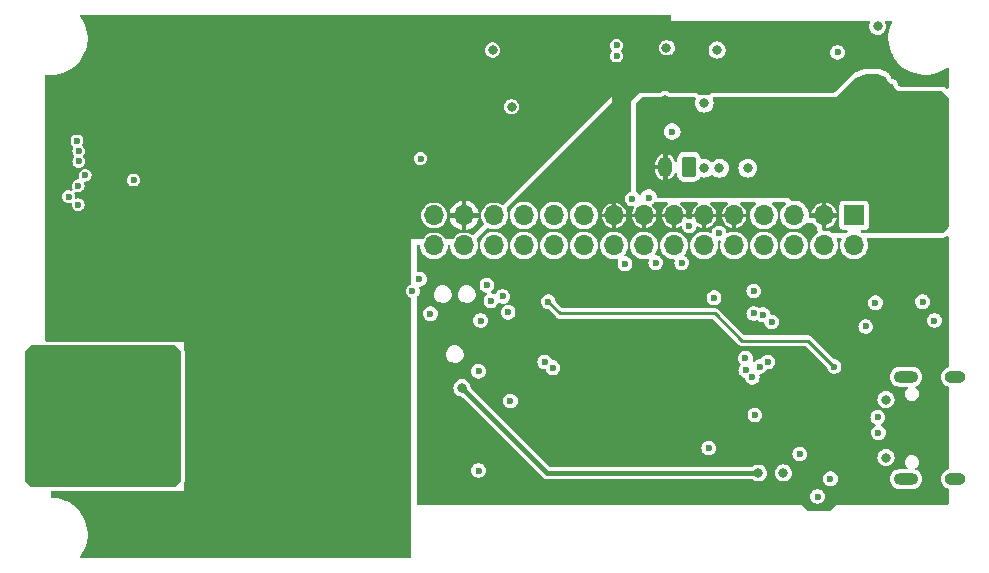
<source format=gbr>
%TF.GenerationSoftware,KiCad,Pcbnew,7.0.9*%
%TF.CreationDate,2024-02-26T10:01:53+01:00*%
%TF.ProjectId,C2LoraGateway,43324c6f-7261-4476-9174-657761792e6b,rev?*%
%TF.SameCoordinates,Original*%
%TF.FileFunction,Copper,L3,Inr*%
%TF.FilePolarity,Positive*%
%FSLAX46Y46*%
G04 Gerber Fmt 4.6, Leading zero omitted, Abs format (unit mm)*
G04 Created by KiCad (PCBNEW 7.0.9) date 2024-02-26 10:01:53*
%MOMM*%
%LPD*%
G01*
G04 APERTURE LIST*
G04 Aperture macros list*
%AMRoundRect*
0 Rectangle with rounded corners*
0 $1 Rounding radius*
0 $2 $3 $4 $5 $6 $7 $8 $9 X,Y pos of 4 corners*
0 Add a 4 corners polygon primitive as box body*
4,1,4,$2,$3,$4,$5,$6,$7,$8,$9,$2,$3,0*
0 Add four circle primitives for the rounded corners*
1,1,$1+$1,$2,$3*
1,1,$1+$1,$4,$5*
1,1,$1+$1,$6,$7*
1,1,$1+$1,$8,$9*
0 Add four rect primitives between the rounded corners*
20,1,$1+$1,$2,$3,$4,$5,0*
20,1,$1+$1,$4,$5,$6,$7,0*
20,1,$1+$1,$6,$7,$8,$9,0*
20,1,$1+$1,$8,$9,$2,$3,0*%
G04 Aperture macros list end*
%TA.AperFunction,ComponentPad*%
%ADD10RoundRect,0.250000X0.350000X0.625000X-0.350000X0.625000X-0.350000X-0.625000X0.350000X-0.625000X0*%
%TD*%
%TA.AperFunction,ComponentPad*%
%ADD11O,1.200000X1.750000*%
%TD*%
%TA.AperFunction,ComponentPad*%
%ADD12O,2.100000X1.000000*%
%TD*%
%TA.AperFunction,ComponentPad*%
%ADD13O,1.800000X1.000000*%
%TD*%
%TA.AperFunction,ComponentPad*%
%ADD14R,1.700000X1.700000*%
%TD*%
%TA.AperFunction,ComponentPad*%
%ADD15O,1.700000X1.700000*%
%TD*%
%TA.AperFunction,ViaPad*%
%ADD16C,0.800000*%
%TD*%
%TA.AperFunction,ViaPad*%
%ADD17C,0.600000*%
%TD*%
%TA.AperFunction,Conductor*%
%ADD18C,0.400000*%
%TD*%
%TA.AperFunction,Conductor*%
%ADD19C,0.240000*%
%TD*%
G04 APERTURE END LIST*
D10*
%TO.N,GND*%
%TO.C,J5*%
X147000000Y-84900000D03*
D11*
%TO.N,Vin*%
X145000000Y-84900000D03*
%TD*%
D12*
%TO.N,GNDRF*%
%TO.C,J4*%
X165395000Y-111320000D03*
D13*
X169575000Y-111320000D03*
D12*
X165395000Y-102680000D03*
D13*
X169575000Y-102680000D03*
%TD*%
D14*
%TO.N,/USB_VBUS*%
%TO.C,J3*%
X161000000Y-89000000D03*
D15*
%TO.N,/TxD0*%
X161000000Y-91540000D03*
%TO.N,Vin*%
X158460000Y-89000000D03*
%TO.N,/RxD0*%
X158460000Y-91540000D03*
%TO.N,VCC*%
X155920000Y-89000000D03*
%TO.N,/CTS0*%
X155920000Y-91540000D03*
%TO.N,VCC*%
X153380000Y-89000000D03*
%TO.N,/RTS0*%
X153380000Y-91540000D03*
%TO.N,GND*%
X150840000Y-89000000D03*
%TO.N,/IO4*%
X150840000Y-91540000D03*
%TO.N,GND*%
X148300000Y-89000000D03*
%TO.N,/IO5*%
X148300000Y-91540000D03*
%TO.N,GND*%
X145760000Y-89000000D03*
%TO.N,/IO6*%
X145760000Y-91540000D03*
%TO.N,GND*%
X143220000Y-89000000D03*
%TO.N,/IO7*%
X143220000Y-91540000D03*
%TO.N,GND*%
X140680000Y-89000000D03*
%TO.N,/IO14*%
X140680000Y-91540000D03*
%TO.N,/IO17*%
X138140000Y-89000000D03*
%TO.N,/IO21*%
X138140000Y-91540000D03*
%TO.N,/IO47*%
X135600000Y-89000000D03*
%TO.N,/IO38*%
X135600000Y-91540000D03*
%TO.N,/IO39*%
X133060000Y-89000000D03*
%TO.N,/IO40*%
X133060000Y-91540000D03*
%TO.N,/IO41*%
X130520000Y-89000000D03*
%TO.N,/IO42*%
X130520000Y-91540000D03*
%TO.N,GND*%
X127980000Y-89000000D03*
%TO.N,/IO1*%
X127980000Y-91540000D03*
%TO.N,+5V*%
X125440000Y-89000000D03*
%TO.N,/IO2*%
X125440000Y-91540000D03*
%TD*%
D16*
%TO.N,Vin*%
X145000000Y-79200000D03*
X143200000Y-82200000D03*
X162000000Y-78800000D03*
X164000000Y-78800000D03*
X163000000Y-78800000D03*
X163000000Y-79800000D03*
X163000000Y-73000000D03*
X145100000Y-74800000D03*
X143200000Y-83400000D03*
X144400000Y-83400000D03*
D17*
%TO.N,GND*%
X155600000Y-107400000D03*
X136600000Y-77200000D03*
X147000000Y-76600000D03*
D16*
X157800000Y-98000000D03*
D17*
X127800000Y-76200000D03*
X168600000Y-93200000D03*
X149600000Y-76600000D03*
X154600000Y-77200000D03*
X119400000Y-92200000D03*
X156400000Y-73000000D03*
X119400000Y-95000000D03*
X140600000Y-73200000D03*
X122000000Y-72400000D03*
X156000000Y-77200000D03*
X141000000Y-102200000D03*
X145800000Y-107000000D03*
X144800000Y-102200000D03*
X145800000Y-104600000D03*
X157800000Y-103000000D03*
X118400000Y-108900000D03*
D16*
X166200000Y-94600000D03*
D17*
X92800000Y-79400000D03*
X141000000Y-106000000D03*
X119400000Y-93600000D03*
X168600000Y-77800000D03*
X119800000Y-107400000D03*
X142000000Y-102200000D03*
X160200000Y-103000000D03*
D16*
X153000000Y-112800000D03*
D17*
X117200000Y-102600000D03*
X168700000Y-101000000D03*
X94000000Y-97600000D03*
X167800000Y-77800000D03*
X134800000Y-99000000D03*
X114800000Y-108900000D03*
X116000000Y-102600000D03*
X106000000Y-72400000D03*
X122600000Y-75800000D03*
X144000000Y-113000000D03*
X123200000Y-99800000D03*
X114800000Y-107400000D03*
X117200000Y-108900000D03*
X155600000Y-105000000D03*
X144800000Y-107000000D03*
X168600000Y-94000000D03*
X130600000Y-113000000D03*
X130600000Y-112200000D03*
X93000000Y-83800000D03*
X130600000Y-111400000D03*
X137800000Y-76700000D03*
X114800000Y-102600000D03*
D16*
X158000000Y-110800000D03*
D17*
X141000000Y-104600000D03*
X97000000Y-74500000D03*
X114800000Y-105000000D03*
X157200000Y-76700000D03*
X145800000Y-96200000D03*
X152400000Y-76600000D03*
X138000000Y-96200000D03*
X125200000Y-76200000D03*
X130400000Y-76200000D03*
X119800000Y-105000000D03*
X164400000Y-77200000D03*
X102000000Y-72400000D03*
X145000000Y-73000000D03*
X135400000Y-77200000D03*
X148400000Y-98600000D03*
X137800000Y-77700000D03*
X123200000Y-97600000D03*
X114000000Y-72400000D03*
X143800000Y-76600000D03*
X123200000Y-110000000D03*
X165000000Y-77800000D03*
X166800000Y-101200000D03*
X92800000Y-77600000D03*
X136000000Y-113000000D03*
X142000000Y-107000000D03*
X140200000Y-77200000D03*
X153400000Y-93700000D03*
D16*
X163600000Y-103400000D03*
D17*
X110000000Y-72400000D03*
X145800000Y-103200000D03*
X118000000Y-72400000D03*
X162300000Y-108600000D03*
X133200000Y-76600000D03*
X145800000Y-106000000D03*
D16*
X163600000Y-110800000D03*
D17*
X139000000Y-77200000D03*
X159300000Y-108000000D03*
X118400000Y-102600000D03*
X122600000Y-76800000D03*
X143400000Y-102200000D03*
X123200000Y-107600000D03*
X126000000Y-72400000D03*
X119600000Y-102600000D03*
X119400000Y-96400000D03*
X166200000Y-99400000D03*
X125647803Y-99971697D03*
X158400000Y-77200000D03*
X92800000Y-91400000D03*
X116000000Y-108900000D03*
X157200000Y-77700000D03*
X145800000Y-102200000D03*
X119600000Y-108900000D03*
X123200000Y-102200000D03*
X158600000Y-93800000D03*
X114800000Y-103800000D03*
X130400000Y-72400000D03*
X141000000Y-103200000D03*
X150500000Y-93500000D03*
X155800000Y-93800000D03*
X143400000Y-107000000D03*
X93000000Y-81400000D03*
X114800000Y-106200000D03*
X123200000Y-104800000D03*
X122600000Y-74800000D03*
X159800000Y-77200000D03*
X140000000Y-113000000D03*
X119400000Y-97800000D03*
X148000000Y-113000000D03*
X163600000Y-112400000D03*
X141000000Y-107000000D03*
D16*
%TO.N,VCC*%
X152900000Y-110800000D03*
D17*
X157900000Y-112800000D03*
D16*
X149400000Y-75000000D03*
X127800000Y-103600000D03*
D17*
X167800000Y-97900000D03*
D16*
X149600000Y-85000000D03*
X148300000Y-85000000D03*
X152000000Y-85000000D03*
X155000000Y-110800000D03*
X148300000Y-79500000D03*
%TO.N,/USB_VBUS*%
X163700000Y-109500000D03*
X163700000Y-104600000D03*
D17*
%TO.N,/IO0{slash}Boot*%
X159300000Y-101800000D03*
X129200000Y-102200000D03*
X129200000Y-110600000D03*
X135100000Y-96300000D03*
X125124500Y-97324500D03*
%TO.N,/PowerSupply/1.22V*%
X161980500Y-98400000D03*
X162800000Y-96400000D03*
%TO.N,GNDRF*%
X93000000Y-107600000D03*
X95400000Y-104800000D03*
X92200000Y-104800000D03*
X94600000Y-110400000D03*
X93000000Y-104800000D03*
X92200000Y-107600000D03*
X96400000Y-110400000D03*
X91400000Y-102000000D03*
X99200000Y-104800000D03*
X93800000Y-107600000D03*
X99600000Y-105400000D03*
X96200000Y-107600000D03*
X93000000Y-102000000D03*
X98800000Y-102000000D03*
X91400000Y-104800000D03*
X91400000Y-107600000D03*
X99200000Y-107600000D03*
X96200000Y-104800000D03*
X94600000Y-102000000D03*
X96200000Y-102000000D03*
X94600000Y-107600000D03*
X99600000Y-107000000D03*
X99600000Y-106200000D03*
X99000000Y-110400000D03*
X93000000Y-110400000D03*
X93800000Y-104800000D03*
X94600000Y-104800000D03*
X91400000Y-110400000D03*
X95400000Y-107600000D03*
%TO.N,/TxD0*%
X135500000Y-101900000D03*
%TO.N,/RxD0*%
X134800000Y-101400000D03*
%TO.N,/CTS0*%
X151826519Y-102123537D03*
%TO.N,/RTS0*%
X152380500Y-102700000D03*
%TO.N,Net-(JP2-A)*%
X166800000Y-96300000D03*
%TO.N,Net-(JP2-C)*%
X159600000Y-75200000D03*
%TO.N,/~{ESP_RESET}*%
X159000000Y-111300000D03*
X156400000Y-109200000D03*
X152600000Y-105900000D03*
X129380500Y-97900000D03*
X148700000Y-108700000D03*
%TO.N,SPI2_CS0*%
X100000000Y-86000000D03*
X143600000Y-87500000D03*
%TO.N,SPI2_MOSI*%
X94500000Y-87400000D03*
X144200000Y-93000000D03*
%TO.N,SPI2_SCLK*%
X142200000Y-87600000D03*
X95300000Y-86500000D03*
%TO.N,SPI2_MISO*%
X95300000Y-88100000D03*
X141600000Y-93100000D03*
%TO.N,~{5V_PS}*%
X153291467Y-97413067D03*
X140900000Y-74600000D03*
%TO.N,LORA_DIO1*%
X149561832Y-90500000D03*
X95352197Y-83552197D03*
%TO.N,LORA_BUSY*%
X95352197Y-84428303D03*
X147035974Y-89900000D03*
%TO.N,LORA_RST*%
X146400000Y-93000000D03*
X95900000Y-85600000D03*
D16*
%TO.N,+5V*%
X132000000Y-79800000D03*
X130400000Y-75000000D03*
D17*
%TO.N,5V_ENABLE*%
X145600000Y-81900000D03*
X152500000Y-97300000D03*
X152500000Y-95400000D03*
X140900000Y-75500000D03*
%TO.N,/LoRaModule/DIO2_TXEN*%
X95200000Y-82700000D03*
X124300000Y-84200000D03*
%TO.N,/IO4*%
X154022030Y-98015635D03*
%TO.N,/IO5*%
X149138053Y-95961947D03*
%TO.N,/IO6*%
X153700000Y-101400000D03*
%TO.N,/IO7*%
X153000000Y-101800000D03*
%TO.N,/IO1*%
X123600000Y-95400000D03*
%TO.N,/IO2*%
X124200000Y-94400000D03*
%TO.N,/IO17*%
X151800000Y-101100000D03*
%TO.N,/IO38*%
X131700000Y-97200000D03*
%TO.N,/IO39*%
X131237701Y-95862299D03*
%TO.N,/IO40*%
X130250901Y-96223697D03*
%TO.N,/IO41*%
X131900000Y-104700000D03*
%TO.N,/IO42*%
X129914906Y-94924100D03*
%TO.N,/USB_D+*%
X163009398Y-106100000D03*
X163058136Y-107400500D03*
%TD*%
D18*
%TO.N,VCC*%
X127800000Y-103600000D02*
X135000000Y-110800000D01*
X135000000Y-110800000D02*
X152900000Y-110800000D01*
D19*
%TO.N,/IO0{slash}Boot*%
X136100000Y-97300000D02*
X135100000Y-96300000D01*
X149200000Y-97300000D02*
X136100000Y-97300000D01*
X159300000Y-101800000D02*
X157100000Y-99600000D01*
X151500000Y-99600000D02*
X149200000Y-97300000D01*
X157100000Y-99600000D02*
X151500000Y-99600000D01*
%TD*%
%TA.AperFunction,Conductor*%
%TO.N,GND*%
G36*
X145459191Y-72018907D02*
G01*
X145495155Y-72068407D01*
X145500000Y-72099000D01*
X145500000Y-74298669D01*
X145466522Y-74269010D01*
X145328790Y-74196723D01*
X145177774Y-74159500D01*
X145177771Y-74159500D01*
X145022229Y-74159500D01*
X145022225Y-74159500D01*
X144871209Y-74196723D01*
X144733477Y-74269010D01*
X144617058Y-74372149D01*
X144617053Y-74372155D01*
X144528702Y-74500154D01*
X144528701Y-74500156D01*
X144473544Y-74645593D01*
X144473543Y-74645594D01*
X144454796Y-74799998D01*
X144454796Y-74800001D01*
X144473543Y-74954405D01*
X144473544Y-74954407D01*
X144490836Y-75000001D01*
X144528701Y-75099843D01*
X144528702Y-75099845D01*
X144617053Y-75227844D01*
X144617058Y-75227850D01*
X144733477Y-75330989D01*
X144733480Y-75330991D01*
X144733482Y-75330992D01*
X144871208Y-75403276D01*
X145022229Y-75440500D01*
X145022233Y-75440500D01*
X145177767Y-75440500D01*
X145177771Y-75440500D01*
X145328792Y-75403276D01*
X145466518Y-75330992D01*
X145500000Y-75301329D01*
X145500000Y-78500000D01*
X140900000Y-78500000D01*
X140500000Y-78900000D01*
X131293477Y-88106521D01*
X131238960Y-88134298D01*
X131178528Y-88124727D01*
X131171361Y-88120692D01*
X131008160Y-88019642D01*
X130819708Y-87946635D01*
X130819707Y-87946634D01*
X130819705Y-87946634D01*
X130621050Y-87909500D01*
X130418950Y-87909500D01*
X130220294Y-87946634D01*
X130188643Y-87958896D01*
X130031840Y-88019642D01*
X129862122Y-88124727D01*
X129860011Y-88126034D01*
X129710659Y-88262186D01*
X129588867Y-88423464D01*
X129588862Y-88423473D01*
X129498784Y-88604375D01*
X129443475Y-88798761D01*
X129424828Y-89000000D01*
X129443475Y-89201238D01*
X129465470Y-89278541D01*
X129498783Y-89395622D01*
X129588866Y-89576534D01*
X129588867Y-89576535D01*
X129588871Y-89576541D01*
X129637886Y-89641448D01*
X129657865Y-89699279D01*
X129640036Y-89757809D01*
X129628886Y-89771112D01*
X128753477Y-90646521D01*
X128698960Y-90674298D01*
X128638528Y-90664727D01*
X128631361Y-90660692D01*
X128468160Y-90559642D01*
X128279708Y-90486635D01*
X128279707Y-90486634D01*
X128279705Y-90486634D01*
X128081050Y-90449500D01*
X127878950Y-90449500D01*
X127680294Y-90486634D01*
X127631877Y-90505391D01*
X127491840Y-90559642D01*
X127322122Y-90664727D01*
X127320011Y-90666034D01*
X127219419Y-90757736D01*
X127170658Y-90802187D01*
X127050983Y-90960662D01*
X127000829Y-90995704D01*
X126971981Y-91000000D01*
X126448019Y-91000000D01*
X126389828Y-90981093D01*
X126369017Y-90960663D01*
X126249342Y-90802187D01*
X126099989Y-90666034D01*
X125928160Y-90559642D01*
X125739708Y-90486635D01*
X125739707Y-90486634D01*
X125739705Y-90486634D01*
X125541050Y-90449500D01*
X125338950Y-90449500D01*
X125140294Y-90486634D01*
X125091877Y-90505391D01*
X124951840Y-90559642D01*
X124782122Y-90664727D01*
X124780011Y-90666034D01*
X124679419Y-90757736D01*
X124630658Y-90802187D01*
X124510983Y-90960662D01*
X124460829Y-90995704D01*
X124431981Y-91000000D01*
X123500000Y-91000000D01*
X123500000Y-91000001D01*
X123500000Y-94790238D01*
X123481093Y-94848429D01*
X123438886Y-94881702D01*
X123327419Y-94927873D01*
X123214512Y-95014510D01*
X123214510Y-95014512D01*
X123127872Y-95127420D01*
X123073413Y-95258896D01*
X123073411Y-95258904D01*
X123054836Y-95399999D01*
X123054836Y-95400000D01*
X123073411Y-95541095D01*
X123073413Y-95541103D01*
X123127872Y-95672579D01*
X123127873Y-95672581D01*
X123127874Y-95672582D01*
X123214511Y-95785489D01*
X123327418Y-95872126D01*
X123327419Y-95872126D01*
X123327420Y-95872127D01*
X123438885Y-95918297D01*
X123485411Y-95958033D01*
X123500000Y-96009761D01*
X123500000Y-117901000D01*
X123481093Y-117959191D01*
X123431593Y-117995155D01*
X123401000Y-118000000D01*
X95576095Y-118000000D01*
X95517904Y-117981093D01*
X95481940Y-117931593D01*
X95481940Y-117870407D01*
X95494373Y-117845120D01*
X95557421Y-117752915D01*
X95659448Y-117603706D01*
X95824921Y-117290098D01*
X95953568Y-116959672D01*
X96043710Y-116616736D01*
X96094173Y-116265759D01*
X96104299Y-115911317D01*
X96073955Y-115558032D01*
X96003537Y-115210508D01*
X95893964Y-114873277D01*
X95746664Y-114550734D01*
X95563557Y-114247085D01*
X95347029Y-113966287D01*
X95099905Y-113712003D01*
X95099904Y-113712002D01*
X95099900Y-113711998D01*
X94825410Y-113487549D01*
X94825401Y-113487542D01*
X94527106Y-113295839D01*
X94358762Y-113213071D01*
X94208904Y-113139391D01*
X93874939Y-113020232D01*
X93874934Y-113020230D01*
X93874929Y-113020229D01*
X93529575Y-112939921D01*
X93529569Y-112939920D01*
X93529568Y-112939920D01*
X93177293Y-112899500D01*
X93099000Y-112899500D01*
X93040809Y-112880593D01*
X93004845Y-112831093D01*
X93000000Y-112800500D01*
X93000000Y-112418500D01*
X93018907Y-112360309D01*
X93068407Y-112324345D01*
X93099000Y-112319500D01*
X103465266Y-112319500D01*
X103465267Y-112319500D01*
X103477807Y-112319007D01*
X103499552Y-112317296D01*
X103503510Y-112316897D01*
X103513413Y-112315900D01*
X103551271Y-112304325D01*
X103580215Y-112300000D01*
X104299999Y-112300000D01*
X104300000Y-112300000D01*
X104300000Y-111585291D01*
X104303738Y-111561689D01*
X104302956Y-111561502D01*
X104303863Y-111557724D01*
X104319500Y-111458995D01*
X104319500Y-100534734D01*
X104319007Y-100522193D01*
X104317296Y-100500448D01*
X104315900Y-100486591D01*
X104315900Y-100486588D01*
X104304325Y-100448723D01*
X104300000Y-100419781D01*
X104300000Y-99700001D01*
X104300000Y-99700000D01*
X104299999Y-99700000D01*
X103585291Y-99700000D01*
X103561689Y-99696261D01*
X103561502Y-99697044D01*
X103557724Y-99696136D01*
X103458995Y-99680500D01*
X103458992Y-99680500D01*
X92599000Y-99680500D01*
X92540809Y-99661593D01*
X92504845Y-99612093D01*
X92500000Y-99581500D01*
X92500000Y-89000000D01*
X124344828Y-89000000D01*
X124363475Y-89201238D01*
X124385470Y-89278541D01*
X124418783Y-89395622D01*
X124508866Y-89576534D01*
X124630658Y-89737813D01*
X124780011Y-89873966D01*
X124951840Y-89980358D01*
X125140292Y-90053365D01*
X125338950Y-90090500D01*
X125541050Y-90090500D01*
X125739708Y-90053365D01*
X125928160Y-89980358D01*
X126099989Y-89873966D01*
X126249342Y-89737813D01*
X126371134Y-89576534D01*
X126461217Y-89395622D01*
X126516525Y-89201237D01*
X126516640Y-89200000D01*
X126742722Y-89200000D01*
X126744286Y-89217881D01*
X126800897Y-89429157D01*
X126893332Y-89627386D01*
X127018783Y-89806549D01*
X127173450Y-89961216D01*
X127352613Y-90086667D01*
X127550842Y-90179102D01*
X127762118Y-90235713D01*
X127779999Y-90237277D01*
X127780000Y-90237277D01*
X127780000Y-89458335D01*
X127837685Y-89484680D01*
X127944237Y-89500000D01*
X128015763Y-89500000D01*
X128122315Y-89484680D01*
X128180000Y-89458335D01*
X128180000Y-90237277D01*
X128197881Y-90235713D01*
X128409157Y-90179102D01*
X128607386Y-90086667D01*
X128786549Y-89961216D01*
X128941216Y-89806549D01*
X129066667Y-89627386D01*
X129159102Y-89429157D01*
X129215713Y-89217881D01*
X129217277Y-89200000D01*
X128442383Y-89200000D01*
X128480000Y-89071889D01*
X128480000Y-88928111D01*
X128442383Y-88800000D01*
X129217277Y-88800000D01*
X129217277Y-88799999D01*
X129215713Y-88782118D01*
X129159102Y-88570842D01*
X129066667Y-88372614D01*
X128941216Y-88193450D01*
X128786549Y-88038783D01*
X128607386Y-87913332D01*
X128409157Y-87820897D01*
X128197887Y-87764288D01*
X128180000Y-87762722D01*
X128180000Y-88541664D01*
X128122315Y-88515320D01*
X128015763Y-88500000D01*
X127944237Y-88500000D01*
X127837685Y-88515320D01*
X127780000Y-88541664D01*
X127780000Y-87762722D01*
X127762112Y-87764288D01*
X127550843Y-87820897D01*
X127352614Y-87913332D01*
X127173450Y-88038783D01*
X127018783Y-88193450D01*
X126893332Y-88372614D01*
X126800897Y-88570842D01*
X126744286Y-88782118D01*
X126742722Y-88799999D01*
X126742723Y-88800000D01*
X127517617Y-88800000D01*
X127480000Y-88928111D01*
X127480000Y-89071889D01*
X127517617Y-89200000D01*
X126742722Y-89200000D01*
X126516640Y-89200000D01*
X126535172Y-89000000D01*
X126516525Y-88798763D01*
X126461217Y-88604378D01*
X126371134Y-88423466D01*
X126249342Y-88262187D01*
X126099989Y-88126034D01*
X125928160Y-88019642D01*
X125739708Y-87946635D01*
X125739707Y-87946634D01*
X125739705Y-87946634D01*
X125541050Y-87909500D01*
X125338950Y-87909500D01*
X125140294Y-87946634D01*
X125108643Y-87958896D01*
X124951840Y-88019642D01*
X124782122Y-88124727D01*
X124780011Y-88126034D01*
X124630659Y-88262186D01*
X124508867Y-88423464D01*
X124508862Y-88423473D01*
X124418784Y-88604375D01*
X124363475Y-88798761D01*
X124344828Y-89000000D01*
X92500000Y-89000000D01*
X92500000Y-87400000D01*
X93954836Y-87400000D01*
X93973411Y-87541095D01*
X93973413Y-87541103D01*
X94027872Y-87672579D01*
X94027873Y-87672581D01*
X94027874Y-87672582D01*
X94114511Y-87785489D01*
X94227418Y-87872126D01*
X94227419Y-87872126D01*
X94227420Y-87872127D01*
X94307990Y-87905500D01*
X94358901Y-87926588D01*
X94464725Y-87940520D01*
X94499999Y-87945164D01*
X94500000Y-87945164D01*
X94500001Y-87945164D01*
X94634665Y-87927435D01*
X94641099Y-87926588D01*
X94641099Y-87926587D01*
X94647532Y-87925741D01*
X94647755Y-87927435D01*
X94700643Y-87930205D01*
X94748194Y-87968709D01*
X94764031Y-88027809D01*
X94763320Y-88035552D01*
X94754836Y-88099998D01*
X94754836Y-88100000D01*
X94773411Y-88241095D01*
X94773413Y-88241103D01*
X94827872Y-88372579D01*
X94827873Y-88372581D01*
X94827874Y-88372582D01*
X94914511Y-88485489D01*
X95027418Y-88572126D01*
X95158901Y-88626588D01*
X95264725Y-88640520D01*
X95299999Y-88645164D01*
X95300000Y-88645164D01*
X95300001Y-88645164D01*
X95328219Y-88641448D01*
X95441099Y-88626588D01*
X95572582Y-88572126D01*
X95685489Y-88485489D01*
X95772126Y-88372582D01*
X95826588Y-88241099D01*
X95845164Y-88100000D01*
X95826588Y-87958901D01*
X95807713Y-87913332D01*
X95772127Y-87827420D01*
X95772126Y-87827419D01*
X95772126Y-87827418D01*
X95685489Y-87714511D01*
X95572582Y-87627874D01*
X95572581Y-87627873D01*
X95572579Y-87627872D01*
X95441103Y-87573413D01*
X95441095Y-87573411D01*
X95300001Y-87554836D01*
X95299999Y-87554836D01*
X95208711Y-87566854D01*
X95158901Y-87573412D01*
X95158900Y-87573412D01*
X95152468Y-87574259D01*
X95152245Y-87572569D01*
X95099333Y-87569785D01*
X95051792Y-87531269D01*
X95035969Y-87472165D01*
X95036677Y-87464461D01*
X95045164Y-87400000D01*
X95026588Y-87258901D01*
X95008201Y-87214511D01*
X94974493Y-87133131D01*
X94969692Y-87072135D01*
X95001662Y-87019966D01*
X95058190Y-86996551D01*
X95103842Y-87003781D01*
X95158901Y-87026588D01*
X95264725Y-87040520D01*
X95299999Y-87045164D01*
X95300000Y-87045164D01*
X95300001Y-87045164D01*
X95328219Y-87041448D01*
X95441099Y-87026588D01*
X95572582Y-86972126D01*
X95685489Y-86885489D01*
X95772126Y-86772582D01*
X95826588Y-86641099D01*
X95845164Y-86500000D01*
X95826588Y-86358901D01*
X95794333Y-86281032D01*
X95789533Y-86220037D01*
X95821502Y-86167868D01*
X95878030Y-86144453D01*
X95898723Y-86144995D01*
X95900000Y-86145164D01*
X96041099Y-86126588D01*
X96172582Y-86072126D01*
X96266578Y-86000000D01*
X99454836Y-86000000D01*
X99473411Y-86141095D01*
X99473413Y-86141103D01*
X99527872Y-86272579D01*
X99527873Y-86272581D01*
X99527874Y-86272582D01*
X99614511Y-86385489D01*
X99727418Y-86472126D01*
X99858901Y-86526588D01*
X99964725Y-86540520D01*
X99999999Y-86545164D01*
X100000000Y-86545164D01*
X100000001Y-86545164D01*
X100028219Y-86541448D01*
X100141099Y-86526588D01*
X100272582Y-86472126D01*
X100385489Y-86385489D01*
X100472126Y-86272582D01*
X100526588Y-86141099D01*
X100545164Y-86000000D01*
X100541663Y-85973411D01*
X100540520Y-85964725D01*
X100526588Y-85858901D01*
X100489764Y-85770000D01*
X100472127Y-85727420D01*
X100472126Y-85727419D01*
X100472126Y-85727418D01*
X100385489Y-85614511D01*
X100272582Y-85527874D01*
X100272581Y-85527873D01*
X100272579Y-85527872D01*
X100141103Y-85473413D01*
X100141095Y-85473411D01*
X100000001Y-85454836D01*
X99999999Y-85454836D01*
X99858904Y-85473411D01*
X99858896Y-85473413D01*
X99727420Y-85527872D01*
X99614512Y-85614510D01*
X99614510Y-85614512D01*
X99527872Y-85727420D01*
X99473413Y-85858896D01*
X99473411Y-85858904D01*
X99454836Y-85999999D01*
X99454836Y-86000000D01*
X96266578Y-86000000D01*
X96285489Y-85985489D01*
X96372126Y-85872582D01*
X96426588Y-85741099D01*
X96445164Y-85600000D01*
X96445139Y-85599813D01*
X96432270Y-85502059D01*
X96426588Y-85458901D01*
X96423742Y-85452029D01*
X96372127Y-85327420D01*
X96372126Y-85327419D01*
X96372126Y-85327418D01*
X96285489Y-85214511D01*
X96172582Y-85127874D01*
X96172581Y-85127873D01*
X96172579Y-85127872D01*
X96041103Y-85073413D01*
X96041095Y-85073411D01*
X95900001Y-85054836D01*
X95899999Y-85054836D01*
X95758904Y-85073411D01*
X95758896Y-85073413D01*
X95627420Y-85127872D01*
X95514512Y-85214510D01*
X95514510Y-85214512D01*
X95427872Y-85327420D01*
X95373413Y-85458896D01*
X95373411Y-85458904D01*
X95354836Y-85599999D01*
X95354836Y-85600000D01*
X95373411Y-85741095D01*
X95373413Y-85741103D01*
X95405665Y-85818966D01*
X95410466Y-85879962D01*
X95378496Y-85932131D01*
X95321968Y-85955546D01*
X95301283Y-85955005D01*
X95300000Y-85954836D01*
X95299999Y-85954836D01*
X95158904Y-85973411D01*
X95158896Y-85973413D01*
X95027420Y-86027872D01*
X94914512Y-86114510D01*
X94914510Y-86114512D01*
X94827872Y-86227420D01*
X94773413Y-86358896D01*
X94773411Y-86358904D01*
X94754836Y-86499999D01*
X94754836Y-86500000D01*
X94773411Y-86641095D01*
X94773413Y-86641104D01*
X94825506Y-86766868D01*
X94830306Y-86827865D01*
X94798337Y-86880034D01*
X94741809Y-86903448D01*
X94696157Y-86896217D01*
X94641104Y-86873413D01*
X94641095Y-86873411D01*
X94500001Y-86854836D01*
X94499999Y-86854836D01*
X94358904Y-86873411D01*
X94358896Y-86873413D01*
X94227420Y-86927872D01*
X94114512Y-87014510D01*
X94114510Y-87014512D01*
X94027872Y-87127420D01*
X93973413Y-87258896D01*
X93973411Y-87258904D01*
X93954836Y-87399999D01*
X93954836Y-87400000D01*
X92500000Y-87400000D01*
X92500000Y-82700000D01*
X94654836Y-82700000D01*
X94673411Y-82841095D01*
X94673413Y-82841103D01*
X94727872Y-82972579D01*
X94727873Y-82972581D01*
X94727874Y-82972582D01*
X94814511Y-83085489D01*
X94870989Y-83128826D01*
X94905644Y-83179251D01*
X94904042Y-83240415D01*
X94889265Y-83267633D01*
X94880071Y-83279615D01*
X94880070Y-83279615D01*
X94825610Y-83411096D01*
X94825608Y-83411101D01*
X94807033Y-83552196D01*
X94807033Y-83552197D01*
X94825608Y-83693292D01*
X94825610Y-83693300D01*
X94880069Y-83824776D01*
X94880071Y-83824780D01*
X94960796Y-83929983D01*
X94981220Y-83987659D01*
X94963842Y-84046324D01*
X94960796Y-84050517D01*
X94880071Y-84155719D01*
X94880069Y-84155723D01*
X94825610Y-84287199D01*
X94825608Y-84287207D01*
X94807033Y-84428302D01*
X94807033Y-84428303D01*
X94825608Y-84569398D01*
X94825610Y-84569406D01*
X94880069Y-84700882D01*
X94880070Y-84700884D01*
X94880071Y-84700885D01*
X94966708Y-84813792D01*
X95079615Y-84900429D01*
X95079616Y-84900429D01*
X95079617Y-84900430D01*
X95199109Y-84949925D01*
X95211098Y-84954891D01*
X95316922Y-84968823D01*
X95352196Y-84973467D01*
X95352197Y-84973467D01*
X95352198Y-84973467D01*
X95380416Y-84969751D01*
X95493296Y-84954891D01*
X95624779Y-84900429D01*
X95737686Y-84813792D01*
X95824323Y-84700885D01*
X95878785Y-84569402D01*
X95897361Y-84428303D01*
X95878785Y-84287204D01*
X95842664Y-84200000D01*
X123754836Y-84200000D01*
X123773411Y-84341095D01*
X123773413Y-84341103D01*
X123827872Y-84472579D01*
X123827873Y-84472581D01*
X123827874Y-84472582D01*
X123914511Y-84585489D01*
X124027418Y-84672126D01*
X124027419Y-84672126D01*
X124027420Y-84672127D01*
X124096841Y-84700882D01*
X124158901Y-84726588D01*
X124264725Y-84740520D01*
X124299999Y-84745164D01*
X124300000Y-84745164D01*
X124300001Y-84745164D01*
X124328219Y-84741448D01*
X124441099Y-84726588D01*
X124572582Y-84672126D01*
X124685489Y-84585489D01*
X124772126Y-84472582D01*
X124826588Y-84341099D01*
X124845164Y-84200000D01*
X124826588Y-84058901D01*
X124822223Y-84048363D01*
X124772127Y-83927420D01*
X124772126Y-83927419D01*
X124772126Y-83927418D01*
X124685489Y-83814511D01*
X124572582Y-83727874D01*
X124572581Y-83727873D01*
X124572579Y-83727872D01*
X124441103Y-83673413D01*
X124441095Y-83673411D01*
X124300001Y-83654836D01*
X124299999Y-83654836D01*
X124158904Y-83673411D01*
X124158896Y-83673413D01*
X124027420Y-83727872D01*
X123914512Y-83814510D01*
X123914510Y-83814512D01*
X123827872Y-83927420D01*
X123773413Y-84058896D01*
X123773411Y-84058904D01*
X123754836Y-84199999D01*
X123754836Y-84200000D01*
X95842664Y-84200000D01*
X95824323Y-84155721D01*
X95743596Y-84050516D01*
X95723173Y-83992842D01*
X95740550Y-83934176D01*
X95743587Y-83929994D01*
X95824323Y-83824779D01*
X95878785Y-83693296D01*
X95897361Y-83552197D01*
X95878785Y-83411098D01*
X95824323Y-83279615D01*
X95737686Y-83166708D01*
X95681206Y-83123369D01*
X95646552Y-83072945D01*
X95648154Y-83011780D01*
X95662934Y-82984559D01*
X95672126Y-82972582D01*
X95726588Y-82841099D01*
X95745164Y-82700000D01*
X95726588Y-82558901D01*
X95672126Y-82427418D01*
X95585489Y-82314511D01*
X95472582Y-82227874D01*
X95472581Y-82227873D01*
X95472579Y-82227872D01*
X95341103Y-82173413D01*
X95341095Y-82173411D01*
X95200001Y-82154836D01*
X95199999Y-82154836D01*
X95058904Y-82173411D01*
X95058896Y-82173413D01*
X94927420Y-82227872D01*
X94814512Y-82314510D01*
X94814510Y-82314512D01*
X94727872Y-82427420D01*
X94673413Y-82558896D01*
X94673411Y-82558904D01*
X94654836Y-82699999D01*
X94654836Y-82700000D01*
X92500000Y-82700000D01*
X92500000Y-79800001D01*
X131354796Y-79800001D01*
X131373543Y-79954405D01*
X131373544Y-79954406D01*
X131428701Y-80099843D01*
X131428702Y-80099845D01*
X131517053Y-80227844D01*
X131517058Y-80227850D01*
X131633477Y-80330989D01*
X131633480Y-80330991D01*
X131633482Y-80330992D01*
X131771208Y-80403276D01*
X131922229Y-80440500D01*
X131922233Y-80440500D01*
X132077767Y-80440500D01*
X132077771Y-80440500D01*
X132228792Y-80403276D01*
X132366518Y-80330992D01*
X132366520Y-80330989D01*
X132366522Y-80330989D01*
X132482941Y-80227850D01*
X132482946Y-80227844D01*
X132571297Y-80099845D01*
X132571300Y-80099841D01*
X132626456Y-79954407D01*
X132638954Y-79851469D01*
X132645204Y-79800001D01*
X132645204Y-79799998D01*
X132626456Y-79645594D01*
X132626456Y-79645593D01*
X132571300Y-79500159D01*
X132571297Y-79500154D01*
X132482946Y-79372155D01*
X132482941Y-79372149D01*
X132366522Y-79269010D01*
X132238084Y-79201601D01*
X132228792Y-79196724D01*
X132228791Y-79196723D01*
X132228790Y-79196723D01*
X132077774Y-79159500D01*
X132077771Y-79159500D01*
X131922229Y-79159500D01*
X131922225Y-79159500D01*
X131771209Y-79196723D01*
X131633477Y-79269010D01*
X131517058Y-79372149D01*
X131517053Y-79372155D01*
X131428702Y-79500154D01*
X131428701Y-79500156D01*
X131373544Y-79645593D01*
X131373543Y-79645594D01*
X131354796Y-79799998D01*
X131354796Y-79800001D01*
X92500000Y-79800001D01*
X92500000Y-77174481D01*
X92518907Y-77116290D01*
X92568407Y-77080326D01*
X92610281Y-77076126D01*
X92822707Y-77100500D01*
X92822716Y-77100500D01*
X93088571Y-77100500D01*
X93088576Y-77100500D01*
X93354008Y-77085322D01*
X93703400Y-77024857D01*
X94043623Y-76924959D01*
X94370241Y-76786929D01*
X94678995Y-76612568D01*
X94965861Y-76404147D01*
X94965870Y-76404138D01*
X94965872Y-76404138D01*
X95144486Y-76240206D01*
X95227099Y-76164385D01*
X95459304Y-75896407D01*
X95659448Y-75603706D01*
X95824921Y-75290098D01*
X95919409Y-75047408D01*
X95937867Y-75000001D01*
X129754796Y-75000001D01*
X129773543Y-75154405D01*
X129773544Y-75154407D01*
X129825004Y-75290096D01*
X129828701Y-75299843D01*
X129828702Y-75299845D01*
X129917053Y-75427844D01*
X129917058Y-75427850D01*
X130033477Y-75530989D01*
X130033480Y-75530991D01*
X130033482Y-75530992D01*
X130171208Y-75603276D01*
X130322229Y-75640500D01*
X130322233Y-75640500D01*
X130477767Y-75640500D01*
X130477771Y-75640500D01*
X130628792Y-75603276D01*
X130766518Y-75530992D01*
X130766520Y-75530989D01*
X130766522Y-75530989D01*
X130882941Y-75427850D01*
X130882946Y-75427844D01*
X130902165Y-75400000D01*
X136000000Y-75400000D01*
X136000000Y-79000000D01*
X139600000Y-79000000D01*
X139600000Y-75500000D01*
X140354836Y-75500000D01*
X140373411Y-75641095D01*
X140373413Y-75641103D01*
X140427872Y-75772579D01*
X140427873Y-75772581D01*
X140427874Y-75772582D01*
X140514511Y-75885489D01*
X140627418Y-75972126D01*
X140758901Y-76026588D01*
X140864725Y-76040520D01*
X140899999Y-76045164D01*
X140900000Y-76045164D01*
X140900001Y-76045164D01*
X140928219Y-76041448D01*
X141041099Y-76026588D01*
X141172582Y-75972126D01*
X141285489Y-75885489D01*
X141372126Y-75772582D01*
X141426588Y-75641099D01*
X141445164Y-75500000D01*
X141426588Y-75358901D01*
X141415027Y-75330990D01*
X141372127Y-75227420D01*
X141372126Y-75227419D01*
X141372126Y-75227418D01*
X141285489Y-75114511D01*
X141285486Y-75114508D01*
X141282232Y-75110268D01*
X141261808Y-75052592D01*
X141279185Y-74993926D01*
X141282232Y-74989732D01*
X141285486Y-74985491D01*
X141285489Y-74985489D01*
X141372126Y-74872582D01*
X141426588Y-74741099D01*
X141445164Y-74600000D01*
X141426588Y-74458901D01*
X141419574Y-74441968D01*
X141372127Y-74327420D01*
X141372126Y-74327419D01*
X141372126Y-74327418D01*
X141285489Y-74214511D01*
X141172582Y-74127874D01*
X141172581Y-74127873D01*
X141172579Y-74127872D01*
X141041103Y-74073413D01*
X141041095Y-74073411D01*
X140900001Y-74054836D01*
X140899999Y-74054836D01*
X140758904Y-74073411D01*
X140758896Y-74073413D01*
X140627420Y-74127872D01*
X140514512Y-74214510D01*
X140514510Y-74214512D01*
X140427872Y-74327420D01*
X140373413Y-74458896D01*
X140373411Y-74458904D01*
X140354836Y-74599999D01*
X140354836Y-74600000D01*
X140373411Y-74741095D01*
X140373413Y-74741103D01*
X140427872Y-74872579D01*
X140427873Y-74872581D01*
X140427874Y-74872582D01*
X140514511Y-74985489D01*
X140517767Y-74989732D01*
X140538191Y-75047408D01*
X140520814Y-75106074D01*
X140517767Y-75110268D01*
X140427872Y-75227420D01*
X140373413Y-75358896D01*
X140373411Y-75358904D01*
X140354836Y-75499999D01*
X140354836Y-75500000D01*
X139600000Y-75500000D01*
X139600000Y-75400000D01*
X136000000Y-75400000D01*
X130902165Y-75400000D01*
X130949800Y-75330989D01*
X130971300Y-75299841D01*
X131026456Y-75154407D01*
X131045204Y-75000000D01*
X131044466Y-74993926D01*
X131026456Y-74845594D01*
X131026456Y-74845593D01*
X130971300Y-74700159D01*
X130971297Y-74700154D01*
X130882946Y-74572155D01*
X130882941Y-74572149D01*
X130766522Y-74469010D01*
X130628790Y-74396723D01*
X130477774Y-74359500D01*
X130477771Y-74359500D01*
X130322229Y-74359500D01*
X130322225Y-74359500D01*
X130171209Y-74396723D01*
X130033477Y-74469010D01*
X129917058Y-74572149D01*
X129917053Y-74572155D01*
X129828702Y-74700154D01*
X129828701Y-74700156D01*
X129773544Y-74845593D01*
X129773543Y-74845594D01*
X129754796Y-74999998D01*
X129754796Y-75000001D01*
X95937867Y-75000001D01*
X95953564Y-74959683D01*
X95953566Y-74959678D01*
X95953568Y-74959672D01*
X96043710Y-74616736D01*
X96081279Y-74355431D01*
X96094172Y-74265767D01*
X96094172Y-74265764D01*
X96094173Y-74265759D01*
X96104299Y-73911317D01*
X96073955Y-73558032D01*
X96003537Y-73210508D01*
X95893964Y-72873277D01*
X95746664Y-72550734D01*
X95563557Y-72247085D01*
X95495982Y-72159453D01*
X95475421Y-72101827D01*
X95492659Y-72043120D01*
X95541112Y-72005757D01*
X95574381Y-72000000D01*
X145401000Y-72000000D01*
X145459191Y-72018907D01*
G37*
%TD.AperFunction*%
%TD*%
%TA.AperFunction,Conductor*%
%TO.N,GNDRF*%
G36*
X103517183Y-100018907D02*
G01*
X103528996Y-100028996D01*
X103971004Y-100471004D01*
X103998781Y-100525521D01*
X104000000Y-100541008D01*
X104000000Y-111458992D01*
X103981093Y-111517183D01*
X103971004Y-111528996D01*
X103528996Y-111971004D01*
X103474479Y-111998781D01*
X103458992Y-112000000D01*
X91341008Y-112000000D01*
X91282817Y-111981093D01*
X91271004Y-111971004D01*
X90828996Y-111528996D01*
X90801219Y-111474479D01*
X90800000Y-111458992D01*
X90800000Y-100541008D01*
X90818907Y-100482817D01*
X90828996Y-100471004D01*
X91271004Y-100028996D01*
X91325521Y-100001219D01*
X91341008Y-100000000D01*
X103458992Y-100000000D01*
X103517183Y-100018907D01*
G37*
%TD.AperFunction*%
%TD*%
%TA.AperFunction,Conductor*%
%TO.N,GND*%
G36*
X162342308Y-72518907D02*
G01*
X162378272Y-72568407D01*
X162378272Y-72629593D01*
X162367942Y-72651672D01*
X162346745Y-72685404D01*
X162346744Y-72685408D01*
X162293121Y-72838652D01*
X162293118Y-72838664D01*
X162274941Y-72999995D01*
X162274941Y-73000004D01*
X162293118Y-73161335D01*
X162293121Y-73161347D01*
X162346744Y-73314591D01*
X162346744Y-73314592D01*
X162433123Y-73452063D01*
X162433126Y-73452067D01*
X162547933Y-73566874D01*
X162685409Y-73653256D01*
X162746777Y-73674729D01*
X162838652Y-73706878D01*
X162838656Y-73706879D01*
X162838659Y-73706880D01*
X162838660Y-73706880D01*
X162838664Y-73706881D01*
X162999996Y-73725059D01*
X163000000Y-73725059D01*
X163000004Y-73725059D01*
X163161335Y-73706881D01*
X163161337Y-73706880D01*
X163161341Y-73706880D01*
X163314591Y-73653256D01*
X163452067Y-73566874D01*
X163566874Y-73452067D01*
X163653256Y-73314591D01*
X163706880Y-73161341D01*
X163720516Y-73040321D01*
X163725059Y-73000004D01*
X163725059Y-72999995D01*
X163706881Y-72838664D01*
X163706878Y-72838652D01*
X163684960Y-72776017D01*
X163653256Y-72685409D01*
X163653254Y-72685407D01*
X163653254Y-72685404D01*
X163632058Y-72651672D01*
X163617107Y-72592341D01*
X163639886Y-72535554D01*
X163691693Y-72503001D01*
X163715883Y-72500000D01*
X164121659Y-72500000D01*
X164179850Y-72518907D01*
X164215814Y-72568407D01*
X164215814Y-72629593D01*
X164209218Y-72645200D01*
X164175082Y-72709894D01*
X164175078Y-72709903D01*
X164046435Y-73040316D01*
X164046433Y-73040321D01*
X163956289Y-73383266D01*
X163956288Y-73383273D01*
X163905827Y-73734232D01*
X163905827Y-73734235D01*
X163905827Y-73734241D01*
X163895790Y-74085588D01*
X163895701Y-74088689D01*
X163926045Y-74441968D01*
X163996463Y-74789492D01*
X164106036Y-75126723D01*
X164139501Y-75200001D01*
X164253333Y-75449261D01*
X164253334Y-75449262D01*
X164253336Y-75449266D01*
X164413224Y-75714411D01*
X164436443Y-75752915D01*
X164436450Y-75752925D01*
X164652968Y-76033710D01*
X164652971Y-76033713D01*
X164900099Y-76288001D01*
X165042140Y-76404147D01*
X165174595Y-76512455D01*
X165472891Y-76704159D01*
X165791096Y-76860609D01*
X166125061Y-76979768D01*
X166470432Y-77060080D01*
X166822707Y-77100500D01*
X166822711Y-77100500D01*
X167088571Y-77100500D01*
X167088576Y-77100500D01*
X167354008Y-77085322D01*
X167703400Y-77024857D01*
X168043623Y-76924959D01*
X168370241Y-76786929D01*
X168678995Y-76612568D01*
X168842809Y-76493550D01*
X168901000Y-76474642D01*
X168959190Y-76493549D01*
X168995154Y-76543049D01*
X169000000Y-76573642D01*
X169000000Y-78187529D01*
X168981093Y-78245720D01*
X168931593Y-78281684D01*
X168870407Y-78281684D01*
X168830998Y-78257534D01*
X168810095Y-78236632D01*
X168798400Y-78225820D01*
X168780531Y-78210560D01*
X168767770Y-78200500D01*
X168755528Y-78190849D01*
X168755526Y-78190848D01*
X168755525Y-78190847D01*
X168642495Y-78133256D01*
X168642485Y-78133252D01*
X168584293Y-78114345D01*
X168458995Y-78094500D01*
X168458992Y-78094500D01*
X167886048Y-78094500D01*
X167886047Y-78094500D01*
X167881416Y-78094640D01*
X167873807Y-78094870D01*
X167873160Y-78094909D01*
X167870175Y-78094999D01*
X167729823Y-78094999D01*
X167726861Y-78094910D01*
X167726391Y-78094881D01*
X167726194Y-78094870D01*
X167720072Y-78094685D01*
X167713952Y-78094500D01*
X165087085Y-78094500D01*
X165085932Y-78094640D01*
X165079966Y-78095000D01*
X164976203Y-78095000D01*
X164952512Y-78092123D01*
X164906292Y-78080731D01*
X164883979Y-78072269D01*
X164841834Y-78050149D01*
X164822194Y-78036592D01*
X164786559Y-78005022D01*
X164770737Y-77987164D01*
X164743698Y-77947991D01*
X164732611Y-77926866D01*
X164698498Y-77836917D01*
X164698246Y-77831690D01*
X164685369Y-77802132D01*
X164684466Y-77799914D01*
X164682789Y-77795494D01*
X164680428Y-77790785D01*
X164669232Y-77765075D01*
X164669182Y-77764976D01*
X164663679Y-77752344D01*
X164663677Y-77752341D01*
X164663675Y-77752336D01*
X164601854Y-77652814D01*
X164601851Y-77652809D01*
X164505883Y-77569839D01*
X164505877Y-77569835D01*
X164453910Y-77537556D01*
X164336998Y-77488299D01*
X164306292Y-77480731D01*
X164283979Y-77472268D01*
X164241836Y-77450150D01*
X164222194Y-77436592D01*
X164186559Y-77405022D01*
X164170737Y-77387163D01*
X164143698Y-77347991D01*
X164132613Y-77326872D01*
X164104185Y-77251911D01*
X164102255Y-77245569D01*
X164095441Y-77216210D01*
X164081574Y-77176418D01*
X164044407Y-77097989D01*
X163962013Y-77001517D01*
X163915489Y-76961781D01*
X163915486Y-76961779D01*
X163855402Y-76924959D01*
X163807319Y-76895493D01*
X163807316Y-76895492D01*
X163807313Y-76895490D01*
X163173371Y-76632902D01*
X163173365Y-76632900D01*
X163173354Y-76632896D01*
X163097296Y-76609825D01*
X163059411Y-76602290D01*
X163059404Y-76602289D01*
X162980316Y-76594500D01*
X162980308Y-76594500D01*
X162019692Y-76594500D01*
X162019684Y-76594500D01*
X161940605Y-76602288D01*
X161940580Y-76602292D01*
X161902719Y-76609822D01*
X161902707Y-76609825D01*
X161826626Y-76632902D01*
X161009461Y-76971383D01*
X160939356Y-77008855D01*
X160939353Y-77008856D01*
X160907251Y-77030306D01*
X160845799Y-77080736D01*
X160845794Y-77080740D01*
X160845794Y-77080741D01*
X160089616Y-77836920D01*
X159361032Y-78565504D01*
X159306515Y-78593281D01*
X159291028Y-78594500D01*
X159000000Y-78594500D01*
X159000000Y-75400000D01*
X155400000Y-75400000D01*
X155400000Y-78594500D01*
X149097844Y-78594500D01*
X149090796Y-78594935D01*
X149072863Y-78596044D01*
X149066449Y-78596839D01*
X149036247Y-78600586D01*
X148987103Y-78609789D01*
X148987101Y-78609789D01*
X148870438Y-78659652D01*
X148820680Y-78690916D01*
X148819890Y-78691360D01*
X148818623Y-78692210D01*
X148723087Y-78775678D01*
X148723086Y-78775680D01*
X148710641Y-78796509D01*
X148664563Y-78836764D01*
X148603624Y-78842247D01*
X148592958Y-78839174D01*
X148461347Y-78793121D01*
X148461335Y-78793118D01*
X148300004Y-78774941D01*
X148299996Y-78774941D01*
X148138664Y-78793118D01*
X148138657Y-78793120D01*
X148005928Y-78839564D01*
X147944758Y-78840936D01*
X147894464Y-78806092D01*
X147893139Y-78804311D01*
X147875881Y-78780558D01*
X147786170Y-78690848D01*
X147786169Y-78690847D01*
X147673138Y-78633256D01*
X147673128Y-78633252D01*
X147614936Y-78614345D01*
X147489638Y-78594500D01*
X147489635Y-78594500D01*
X145419116Y-78594500D01*
X145366444Y-78579325D01*
X145314595Y-78546745D01*
X145314591Y-78546744D01*
X145161347Y-78493121D01*
X145161335Y-78493118D01*
X145000004Y-78474941D01*
X144999996Y-78474941D01*
X144838664Y-78493118D01*
X144838652Y-78493121D01*
X144685408Y-78546744D01*
X144685404Y-78546745D01*
X144633556Y-78579325D01*
X144580884Y-78594500D01*
X143033044Y-78594500D01*
X143017128Y-78595125D01*
X143005453Y-78596044D01*
X142993701Y-78596969D01*
X142962090Y-78600711D01*
X142962087Y-78600711D01*
X142841431Y-78639914D01*
X142841430Y-78639914D01*
X142803673Y-78659152D01*
X142786915Y-78667691D01*
X142786911Y-78667693D01*
X142786910Y-78667694D01*
X142786908Y-78667694D01*
X142684276Y-78742260D01*
X142684270Y-78742265D01*
X142236632Y-79189905D01*
X142225820Y-79201600D01*
X142210560Y-79219469D01*
X142190847Y-79244474D01*
X142133256Y-79357504D01*
X142133252Y-79357514D01*
X142114345Y-79415706D01*
X142094500Y-79541004D01*
X142094500Y-86909328D01*
X142093145Y-86909328D01*
X142078212Y-86963778D01*
X142030436Y-87002003D01*
X142019196Y-87005494D01*
X141978350Y-87015562D01*
X141844926Y-87085588D01*
X141732137Y-87185512D01*
X141646539Y-87309523D01*
X141646537Y-87309526D01*
X141593108Y-87450406D01*
X141593105Y-87450415D01*
X141574943Y-87599998D01*
X141574943Y-87600001D01*
X141593105Y-87749584D01*
X141593108Y-87749593D01*
X141646537Y-87890473D01*
X141646539Y-87890476D01*
X141646540Y-87890478D01*
X141732138Y-88014489D01*
X141844927Y-88114412D01*
X141978352Y-88184438D01*
X142124658Y-88220500D01*
X142124662Y-88220500D01*
X142275338Y-88220500D01*
X142275342Y-88220500D01*
X142275345Y-88220499D01*
X142281283Y-88219778D01*
X142281687Y-88223110D01*
X142328975Y-88225706D01*
X142376430Y-88264329D01*
X142392120Y-88323468D01*
X142370052Y-88380535D01*
X142369799Y-88380846D01*
X142342730Y-88413830D01*
X142342724Y-88413839D01*
X142245234Y-88596232D01*
X142245232Y-88596237D01*
X142185191Y-88794166D01*
X142179692Y-88849998D01*
X142179694Y-88850000D01*
X142742935Y-88850000D01*
X142720000Y-88928111D01*
X142720000Y-89071889D01*
X142742935Y-89150000D01*
X142179694Y-89150000D01*
X142179692Y-89150001D01*
X142185191Y-89205833D01*
X142185190Y-89205833D01*
X142245232Y-89403762D01*
X142245234Y-89403767D01*
X142342724Y-89586160D01*
X142342731Y-89586170D01*
X142473940Y-89746050D01*
X142473949Y-89746059D01*
X142633829Y-89877268D01*
X142633839Y-89877275D01*
X142816232Y-89974765D01*
X142816237Y-89974767D01*
X143014166Y-90034808D01*
X143069998Y-90040307D01*
X143070000Y-90040306D01*
X143070000Y-89481170D01*
X143077685Y-89484680D01*
X143184237Y-89500000D01*
X143255763Y-89500000D01*
X143362315Y-89484680D01*
X143370000Y-89481170D01*
X143370000Y-90040306D01*
X143370001Y-90040307D01*
X143425833Y-90034808D01*
X143623762Y-89974767D01*
X143623767Y-89974765D01*
X143806160Y-89877275D01*
X143806170Y-89877268D01*
X143966050Y-89746059D01*
X143966059Y-89746050D01*
X144097268Y-89586170D01*
X144097275Y-89586160D01*
X144194765Y-89403767D01*
X144194767Y-89403762D01*
X144254808Y-89205833D01*
X144260307Y-89150001D01*
X144260306Y-89150000D01*
X143697065Y-89150000D01*
X143720000Y-89071889D01*
X143720000Y-88928111D01*
X143697065Y-88850000D01*
X144260306Y-88850000D01*
X144260307Y-88849998D01*
X144254808Y-88794166D01*
X144254809Y-88794166D01*
X144194767Y-88596237D01*
X144194765Y-88596232D01*
X144097275Y-88413839D01*
X144097268Y-88413829D01*
X143966059Y-88253949D01*
X143966050Y-88253940D01*
X143899222Y-88199096D01*
X143866235Y-88147565D01*
X143869837Y-88086486D01*
X143908652Y-88039189D01*
X143916006Y-88034915D01*
X143955073Y-88014412D01*
X144067862Y-87914489D01*
X144079967Y-87896951D01*
X144128580Y-87859802D01*
X144189747Y-87858322D01*
X144206391Y-87864981D01*
X144209856Y-87866747D01*
X144268047Y-87885654D01*
X144318168Y-87893592D01*
X144393348Y-87905500D01*
X144393351Y-87905500D01*
X145185009Y-87905500D01*
X145243200Y-87924407D01*
X145279164Y-87973907D01*
X145279164Y-88035093D01*
X145243200Y-88084593D01*
X145231677Y-88091810D01*
X145173839Y-88122724D01*
X145173829Y-88122731D01*
X145013949Y-88253940D01*
X145013940Y-88253949D01*
X144882731Y-88413829D01*
X144882724Y-88413839D01*
X144785234Y-88596232D01*
X144785232Y-88596237D01*
X144725191Y-88794166D01*
X144719692Y-88849998D01*
X144719694Y-88850000D01*
X145282935Y-88850000D01*
X145260000Y-88928111D01*
X145260000Y-89071889D01*
X145282935Y-89150000D01*
X144719694Y-89150000D01*
X144719692Y-89150001D01*
X144725191Y-89205833D01*
X144725190Y-89205833D01*
X144785232Y-89403762D01*
X144785234Y-89403767D01*
X144882724Y-89586160D01*
X144882731Y-89586170D01*
X145013940Y-89746050D01*
X145013949Y-89746059D01*
X145173829Y-89877268D01*
X145173839Y-89877275D01*
X145356232Y-89974765D01*
X145356237Y-89974767D01*
X145554166Y-90034808D01*
X145609998Y-90040307D01*
X145610000Y-90040306D01*
X145610000Y-89481170D01*
X145617685Y-89484680D01*
X145724237Y-89500000D01*
X145795763Y-89500000D01*
X145902315Y-89484680D01*
X145910000Y-89481170D01*
X145910000Y-90040306D01*
X145910001Y-90040307D01*
X145965833Y-90034808D01*
X146163762Y-89974767D01*
X146276860Y-89914315D01*
X146337093Y-89903559D01*
X146392144Y-89930260D01*
X146420987Y-89984221D01*
X146421807Y-89989691D01*
X146429080Y-90049584D01*
X146429082Y-90049593D01*
X146482511Y-90190473D01*
X146482513Y-90190476D01*
X146482514Y-90190478D01*
X146568112Y-90314489D01*
X146680901Y-90414412D01*
X146814326Y-90484438D01*
X146960632Y-90520500D01*
X146960636Y-90520500D01*
X147111312Y-90520500D01*
X147111316Y-90520500D01*
X147257622Y-90484438D01*
X147391047Y-90414412D01*
X147503836Y-90314489D01*
X147589434Y-90190478D01*
X147642868Y-90049586D01*
X147649412Y-89995688D01*
X147675195Y-89940202D01*
X147728669Y-89910466D01*
X147789409Y-89917841D01*
X147794359Y-89920312D01*
X147896237Y-89974767D01*
X148094166Y-90034808D01*
X148149998Y-90040307D01*
X148150000Y-90040306D01*
X148150000Y-89481170D01*
X148157685Y-89484680D01*
X148264237Y-89500000D01*
X148335763Y-89500000D01*
X148442315Y-89484680D01*
X148450000Y-89481170D01*
X148450000Y-90040306D01*
X148450001Y-90040307D01*
X148505833Y-90034808D01*
X148703762Y-89974767D01*
X148703767Y-89974765D01*
X148886160Y-89877275D01*
X148886170Y-89877268D01*
X149046050Y-89746059D01*
X149046059Y-89746050D01*
X149177268Y-89586170D01*
X149177275Y-89586160D01*
X149274765Y-89403767D01*
X149274767Y-89403762D01*
X149334808Y-89205833D01*
X149340307Y-89150001D01*
X149340306Y-89150000D01*
X148777065Y-89150000D01*
X148800000Y-89071889D01*
X148800000Y-88928111D01*
X148777065Y-88850000D01*
X149340306Y-88850000D01*
X149340307Y-88849998D01*
X149334808Y-88794166D01*
X149334809Y-88794166D01*
X149274767Y-88596237D01*
X149274765Y-88596232D01*
X149177275Y-88413839D01*
X149177268Y-88413829D01*
X149046059Y-88253949D01*
X149046050Y-88253940D01*
X148886170Y-88122731D01*
X148886160Y-88122724D01*
X148828323Y-88091810D01*
X148785916Y-88047705D01*
X148777533Y-87987096D01*
X148806375Y-87933135D01*
X148861427Y-87906434D01*
X148874991Y-87905500D01*
X150265009Y-87905500D01*
X150323200Y-87924407D01*
X150359164Y-87973907D01*
X150359164Y-88035093D01*
X150323200Y-88084593D01*
X150311677Y-88091810D01*
X150253839Y-88122724D01*
X150253829Y-88122731D01*
X150093949Y-88253940D01*
X150093940Y-88253949D01*
X149962731Y-88413829D01*
X149962724Y-88413839D01*
X149865234Y-88596232D01*
X149865232Y-88596237D01*
X149805191Y-88794166D01*
X149799692Y-88849998D01*
X149799694Y-88850000D01*
X150362935Y-88850000D01*
X150340000Y-88928111D01*
X150340000Y-89071889D01*
X150362935Y-89150000D01*
X149799694Y-89150000D01*
X149799692Y-89150001D01*
X149805191Y-89205833D01*
X149805190Y-89205833D01*
X149865232Y-89403762D01*
X149865234Y-89403767D01*
X149962724Y-89586160D01*
X149962731Y-89586170D01*
X150093940Y-89746050D01*
X150093949Y-89746059D01*
X150253829Y-89877268D01*
X150253839Y-89877275D01*
X150436232Y-89974765D01*
X150436237Y-89974767D01*
X150634166Y-90034808D01*
X150689998Y-90040307D01*
X150690000Y-90040306D01*
X150690000Y-89481170D01*
X150697685Y-89484680D01*
X150804237Y-89500000D01*
X150875763Y-89500000D01*
X150982315Y-89484680D01*
X150990000Y-89481170D01*
X150990000Y-90040306D01*
X150990001Y-90040307D01*
X151045833Y-90034808D01*
X151243762Y-89974767D01*
X151243767Y-89974765D01*
X151426160Y-89877275D01*
X151426170Y-89877268D01*
X151586050Y-89746059D01*
X151586059Y-89746050D01*
X151717268Y-89586170D01*
X151717275Y-89586160D01*
X151814765Y-89403767D01*
X151814767Y-89403762D01*
X151874808Y-89205833D01*
X151880307Y-89150001D01*
X151880306Y-89150000D01*
X151317065Y-89150000D01*
X151340000Y-89071889D01*
X151340000Y-88928111D01*
X151317065Y-88850000D01*
X151880306Y-88850000D01*
X151880307Y-88849998D01*
X151874808Y-88794166D01*
X151874809Y-88794166D01*
X151814767Y-88596237D01*
X151814765Y-88596232D01*
X151717275Y-88413839D01*
X151717268Y-88413829D01*
X151586059Y-88253949D01*
X151586050Y-88253940D01*
X151426170Y-88122731D01*
X151426160Y-88122724D01*
X151368323Y-88091810D01*
X151325916Y-88047705D01*
X151317533Y-87987096D01*
X151346375Y-87933135D01*
X151401427Y-87906434D01*
X151414991Y-87905500D01*
X152587630Y-87905500D01*
X152645821Y-87924407D01*
X152681785Y-87973907D01*
X152681785Y-88035093D01*
X152654327Y-88077659D01*
X152511284Y-88208061D01*
X152497959Y-88225706D01*
X152380558Y-88381169D01*
X152380553Y-88381178D01*
X152283866Y-88575352D01*
X152283865Y-88575355D01*
X152224500Y-88784000D01*
X152204485Y-89000000D01*
X152224500Y-89216000D01*
X152283865Y-89424645D01*
X152380557Y-89618829D01*
X152511284Y-89791939D01*
X152671594Y-89938081D01*
X152856028Y-90052278D01*
X153058305Y-90130640D01*
X153271537Y-90170500D01*
X153488463Y-90170500D01*
X153701695Y-90130640D01*
X153903972Y-90052278D01*
X154088406Y-89938081D01*
X154248716Y-89791939D01*
X154379443Y-89618829D01*
X154476135Y-89424645D01*
X154535500Y-89216000D01*
X154551422Y-89044164D01*
X154569771Y-89001546D01*
X154564880Y-88997250D01*
X154551422Y-88955833D01*
X154535500Y-88784000D01*
X154476135Y-88575355D01*
X154379443Y-88381171D01*
X154248716Y-88208061D01*
X154105672Y-88077659D01*
X154075408Y-88024486D01*
X154082179Y-87963677D01*
X154123399Y-87918460D01*
X154172370Y-87905500D01*
X155127629Y-87905500D01*
X155185820Y-87924407D01*
X155221784Y-87973907D01*
X155221784Y-88035093D01*
X155194325Y-88077661D01*
X155051284Y-88208061D01*
X155037959Y-88225706D01*
X154920558Y-88381169D01*
X154920553Y-88381178D01*
X154823866Y-88575352D01*
X154823865Y-88575355D01*
X154764500Y-88784000D01*
X154751147Y-88928111D01*
X154748578Y-88955833D01*
X154730228Y-88998451D01*
X154735120Y-89002748D01*
X154748577Y-89044163D01*
X154764500Y-89216000D01*
X154823865Y-89424645D01*
X154920557Y-89618829D01*
X155051284Y-89791939D01*
X155211594Y-89938081D01*
X155396028Y-90052278D01*
X155598305Y-90130640D01*
X155811537Y-90170500D01*
X156028463Y-90170500D01*
X156241695Y-90130640D01*
X156443972Y-90052278D01*
X156628406Y-89938081D01*
X156788716Y-89791939D01*
X156919443Y-89618829D01*
X156919445Y-89618824D01*
X156920055Y-89618017D01*
X156970212Y-89582974D01*
X157031386Y-89584105D01*
X157047833Y-89591526D01*
X157084810Y-89612461D01*
X157207149Y-89646058D01*
X157207156Y-89646058D01*
X157207157Y-89646059D01*
X157216476Y-89647097D01*
X157267959Y-89652832D01*
X157267968Y-89652833D01*
X157394701Y-89646979D01*
X157394708Y-89646976D01*
X157402330Y-89645406D01*
X157402678Y-89647097D01*
X157454342Y-89644707D01*
X157505452Y-89678344D01*
X157507138Y-89680514D01*
X157591275Y-89791928D01*
X157591279Y-89791932D01*
X157591284Y-89791939D01*
X157751594Y-89938081D01*
X157805758Y-89971618D01*
X157845280Y-90018325D01*
X157849906Y-90078898D01*
X157849302Y-90081417D01*
X157848531Y-90084628D01*
X157848531Y-90084631D01*
X157858483Y-90211104D01*
X157872766Y-90270599D01*
X157872767Y-90270601D01*
X157872768Y-90270604D01*
X157921318Y-90387815D01*
X157921318Y-90387816D01*
X157924300Y-90395013D01*
X157921469Y-90396185D01*
X157932539Y-90442338D01*
X157909112Y-90498860D01*
X157885964Y-90518719D01*
X157751596Y-90601917D01*
X157591285Y-90748060D01*
X157460558Y-90921169D01*
X157460553Y-90921178D01*
X157397091Y-91048628D01*
X157363865Y-91115355D01*
X157342938Y-91188907D01*
X157304500Y-91324000D01*
X157288578Y-91495833D01*
X157270228Y-91538451D01*
X157275120Y-91542748D01*
X157288577Y-91584163D01*
X157304500Y-91756000D01*
X157363865Y-91964645D01*
X157460557Y-92158829D01*
X157591284Y-92331939D01*
X157751594Y-92478081D01*
X157936028Y-92592278D01*
X158138305Y-92670640D01*
X158351537Y-92710500D01*
X158568463Y-92710500D01*
X158781695Y-92670640D01*
X158983972Y-92592278D01*
X159168406Y-92478081D01*
X159328716Y-92331939D01*
X159459443Y-92158829D01*
X159556135Y-91964645D01*
X159615500Y-91756000D01*
X159631422Y-91584164D01*
X159649771Y-91541546D01*
X159644880Y-91537250D01*
X159631422Y-91495833D01*
X159615500Y-91324000D01*
X159556135Y-91115355D01*
X159522909Y-91048628D01*
X159513896Y-90988110D01*
X159542176Y-90933852D01*
X159596947Y-90906580D01*
X159611530Y-90905500D01*
X159848470Y-90905500D01*
X159906661Y-90924407D01*
X159942625Y-90973907D01*
X159942625Y-91035093D01*
X159937090Y-91048628D01*
X159903865Y-91115355D01*
X159882938Y-91188907D01*
X159844500Y-91324000D01*
X159828578Y-91495833D01*
X159810228Y-91538451D01*
X159815120Y-91542748D01*
X159828577Y-91584163D01*
X159844500Y-91756000D01*
X159903865Y-91964645D01*
X160000557Y-92158829D01*
X160131284Y-92331939D01*
X160291594Y-92478081D01*
X160476028Y-92592278D01*
X160678305Y-92670640D01*
X160891537Y-92710500D01*
X161108463Y-92710500D01*
X161321695Y-92670640D01*
X161523972Y-92592278D01*
X161708406Y-92478081D01*
X161868716Y-92331939D01*
X161999443Y-92158829D01*
X162096135Y-91964645D01*
X162155500Y-91756000D01*
X162175515Y-91540000D01*
X162155500Y-91324000D01*
X162096135Y-91115355D01*
X162062909Y-91048628D01*
X162053896Y-90988110D01*
X162082176Y-90933852D01*
X162136947Y-90906580D01*
X162151530Y-90905500D01*
X168466955Y-90905500D01*
X168466956Y-90905500D01*
X168482872Y-90904875D01*
X168494585Y-90903953D01*
X168506299Y-90903031D01*
X168509644Y-90902634D01*
X168537909Y-90899289D01*
X168658568Y-90860086D01*
X168713085Y-90832309D01*
X168713089Y-90832307D01*
X168815728Y-90757736D01*
X168830998Y-90742465D01*
X168885510Y-90714689D01*
X168945943Y-90724259D01*
X168989208Y-90767522D01*
X169000000Y-90812470D01*
X169000000Y-101801709D01*
X168981093Y-101859900D01*
X168933698Y-101895153D01*
X168816745Y-101936077D01*
X168816744Y-101936077D01*
X168660192Y-102034445D01*
X168529445Y-102165192D01*
X168431077Y-102321744D01*
X168431077Y-102321745D01*
X168370011Y-102496259D01*
X168370008Y-102496271D01*
X168349308Y-102679995D01*
X168349308Y-102680004D01*
X168370008Y-102863728D01*
X168370011Y-102863740D01*
X168431077Y-103038254D01*
X168431077Y-103038255D01*
X168529445Y-103194807D01*
X168529448Y-103194811D01*
X168660189Y-103325552D01*
X168660191Y-103325553D01*
X168660192Y-103325554D01*
X168816742Y-103423921D01*
X168816743Y-103423921D01*
X168816746Y-103423923D01*
X168933698Y-103464846D01*
X168982378Y-103501911D01*
X169000000Y-103558290D01*
X169000000Y-110441709D01*
X168981093Y-110499900D01*
X168933698Y-110535153D01*
X168816745Y-110576077D01*
X168816744Y-110576077D01*
X168660192Y-110674445D01*
X168529445Y-110805192D01*
X168431077Y-110961744D01*
X168431077Y-110961745D01*
X168370011Y-111136259D01*
X168370008Y-111136271D01*
X168349308Y-111319995D01*
X168349308Y-111320004D01*
X168370008Y-111503728D01*
X168370011Y-111503740D01*
X168431077Y-111678254D01*
X168431077Y-111678255D01*
X168516630Y-111814412D01*
X168529448Y-111834811D01*
X168660189Y-111965552D01*
X168660191Y-111965553D01*
X168660192Y-111965554D01*
X168816742Y-112063921D01*
X168816743Y-112063921D01*
X168816746Y-112063923D01*
X168933698Y-112104846D01*
X168982378Y-112141911D01*
X169000000Y-112198290D01*
X169000000Y-113401000D01*
X168981093Y-113459191D01*
X168931593Y-113495155D01*
X168901000Y-113500000D01*
X159499999Y-113500000D01*
X159028995Y-113971004D01*
X158974479Y-113998781D01*
X158958992Y-114000000D01*
X157041008Y-114000000D01*
X156982817Y-113981093D01*
X156971005Y-113971004D01*
X156500000Y-113500000D01*
X124099000Y-113500000D01*
X124040809Y-113481093D01*
X124004845Y-113431593D01*
X124000000Y-113401000D01*
X124000000Y-112800001D01*
X157274943Y-112800001D01*
X157293105Y-112949584D01*
X157293108Y-112949593D01*
X157346537Y-113090473D01*
X157346539Y-113090476D01*
X157346540Y-113090478D01*
X157432138Y-113214489D01*
X157544927Y-113314412D01*
X157678352Y-113384438D01*
X157824658Y-113420500D01*
X157824662Y-113420500D01*
X157975338Y-113420500D01*
X157975342Y-113420500D01*
X158121648Y-113384438D01*
X158255073Y-113314412D01*
X158367862Y-113214489D01*
X158453460Y-113090478D01*
X158506894Y-112949586D01*
X158525057Y-112800000D01*
X158506894Y-112650414D01*
X158453460Y-112509522D01*
X158367862Y-112385511D01*
X158255073Y-112285588D01*
X158121649Y-112215562D01*
X157975343Y-112179500D01*
X157975342Y-112179500D01*
X157824658Y-112179500D01*
X157824656Y-112179500D01*
X157678351Y-112215562D01*
X157678350Y-112215562D01*
X157544926Y-112285588D01*
X157432137Y-112385512D01*
X157346539Y-112509523D01*
X157346537Y-112509526D01*
X157293108Y-112650406D01*
X157293105Y-112650415D01*
X157274943Y-112799998D01*
X157274943Y-112800001D01*
X124000000Y-112800001D01*
X124000000Y-110600001D01*
X128574943Y-110600001D01*
X128593105Y-110749584D01*
X128593108Y-110749593D01*
X128646537Y-110890473D01*
X128646539Y-110890476D01*
X128646540Y-110890478D01*
X128732138Y-111014489D01*
X128844927Y-111114412D01*
X128978352Y-111184438D01*
X129124658Y-111220500D01*
X129124662Y-111220500D01*
X129275338Y-111220500D01*
X129275342Y-111220500D01*
X129421648Y-111184438D01*
X129555073Y-111114412D01*
X129667862Y-111014489D01*
X129753460Y-110890478D01*
X129806894Y-110749586D01*
X129825057Y-110600000D01*
X129814737Y-110515011D01*
X129806894Y-110450415D01*
X129806891Y-110450406D01*
X129753462Y-110309526D01*
X129753460Y-110309523D01*
X129753460Y-110309522D01*
X129667862Y-110185511D01*
X129555073Y-110085588D01*
X129519416Y-110066874D01*
X129421649Y-110015562D01*
X129275343Y-109979500D01*
X129275342Y-109979500D01*
X129124658Y-109979500D01*
X129124656Y-109979500D01*
X128978351Y-110015562D01*
X128978350Y-110015562D01*
X128844926Y-110085588D01*
X128732137Y-110185512D01*
X128646539Y-110309523D01*
X128646537Y-110309526D01*
X128593108Y-110450406D01*
X128593105Y-110450415D01*
X128574943Y-110599998D01*
X128574943Y-110600001D01*
X124000000Y-110600001D01*
X124000000Y-103600004D01*
X127074941Y-103600004D01*
X127093118Y-103761335D01*
X127093121Y-103761347D01*
X127146744Y-103914591D01*
X127146744Y-103914592D01*
X127233123Y-104052063D01*
X127233126Y-104052067D01*
X127347933Y-104166874D01*
X127485409Y-104253256D01*
X127546777Y-104274729D01*
X127638652Y-104306878D01*
X127638656Y-104306879D01*
X127638659Y-104306880D01*
X127638660Y-104306880D01*
X127638664Y-104306881D01*
X127753135Y-104319779D01*
X127808843Y-104345082D01*
X127812054Y-104348152D01*
X134625656Y-111161754D01*
X134668427Y-111207551D01*
X134668426Y-111207551D01*
X134668428Y-111207552D01*
X134668430Y-111207554D01*
X134704601Y-111229549D01*
X134708772Y-111232389D01*
X134727339Y-111246469D01*
X134742498Y-111257965D01*
X134742499Y-111257965D01*
X134742500Y-111257966D01*
X134759735Y-111264762D01*
X134774860Y-111272275D01*
X134790676Y-111281894D01*
X134790680Y-111281895D01*
X134790682Y-111281897D01*
X134790683Y-111281897D01*
X134790687Y-111281899D01*
X134811909Y-111287844D01*
X134831427Y-111293313D01*
X134836216Y-111294923D01*
X134875605Y-111310456D01*
X134894047Y-111312351D01*
X134910622Y-111315502D01*
X134928459Y-111320500D01*
X134970769Y-111320500D01*
X134975834Y-111320760D01*
X134986165Y-111321821D01*
X135017938Y-111325088D01*
X135036202Y-111321939D01*
X135053022Y-111320500D01*
X152360552Y-111320500D01*
X152418743Y-111339407D01*
X152430549Y-111349490D01*
X152447933Y-111366874D01*
X152585409Y-111453256D01*
X152646777Y-111474729D01*
X152738652Y-111506878D01*
X152738656Y-111506879D01*
X152738659Y-111506880D01*
X152738660Y-111506880D01*
X152738664Y-111506881D01*
X152899996Y-111525059D01*
X152900000Y-111525059D01*
X152900004Y-111525059D01*
X153061335Y-111506881D01*
X153061337Y-111506880D01*
X153061341Y-111506880D01*
X153214591Y-111453256D01*
X153352067Y-111366874D01*
X153466874Y-111252067D01*
X153553256Y-111114591D01*
X153606880Y-110961341D01*
X153606881Y-110961335D01*
X153625059Y-110800004D01*
X154274941Y-110800004D01*
X154293118Y-110961335D01*
X154293121Y-110961347D01*
X154346744Y-111114591D01*
X154346744Y-111114592D01*
X154420765Y-111232395D01*
X154433126Y-111252067D01*
X154547933Y-111366874D01*
X154685409Y-111453256D01*
X154746777Y-111474729D01*
X154838652Y-111506878D01*
X154838656Y-111506879D01*
X154838659Y-111506880D01*
X154838660Y-111506880D01*
X154838664Y-111506881D01*
X154999996Y-111525059D01*
X155000000Y-111525059D01*
X155000004Y-111525059D01*
X155161335Y-111506881D01*
X155161337Y-111506880D01*
X155161341Y-111506880D01*
X155314591Y-111453256D01*
X155452067Y-111366874D01*
X155518940Y-111300001D01*
X158374943Y-111300001D01*
X158393105Y-111449584D01*
X158393108Y-111449593D01*
X158446537Y-111590473D01*
X158446539Y-111590476D01*
X158446540Y-111590478D01*
X158532138Y-111714489D01*
X158644927Y-111814412D01*
X158778352Y-111884438D01*
X158924658Y-111920500D01*
X158924662Y-111920500D01*
X159075338Y-111920500D01*
X159075342Y-111920500D01*
X159221648Y-111884438D01*
X159355073Y-111814412D01*
X159467862Y-111714489D01*
X159553460Y-111590478D01*
X159606894Y-111449586D01*
X159622628Y-111320004D01*
X164019308Y-111320004D01*
X164040008Y-111503728D01*
X164040011Y-111503740D01*
X164101077Y-111678254D01*
X164101077Y-111678255D01*
X164186630Y-111814412D01*
X164199448Y-111834811D01*
X164330189Y-111965552D01*
X164330191Y-111965553D01*
X164330192Y-111965554D01*
X164486742Y-112063921D01*
X164486746Y-112063923D01*
X164556630Y-112088376D01*
X164661259Y-112124988D01*
X164661263Y-112124989D01*
X164661266Y-112124990D01*
X164661267Y-112124990D01*
X164661271Y-112124991D01*
X164798903Y-112140499D01*
X164798919Y-112140499D01*
X164798920Y-112140500D01*
X164798921Y-112140500D01*
X165991079Y-112140500D01*
X165991080Y-112140500D01*
X165991081Y-112140499D01*
X165991096Y-112140499D01*
X166128728Y-112124991D01*
X166128730Y-112124990D01*
X166128734Y-112124990D01*
X166303254Y-112063923D01*
X166459811Y-111965552D01*
X166590552Y-111834811D01*
X166688923Y-111678254D01*
X166749990Y-111503734D01*
X166755678Y-111453255D01*
X166770692Y-111320004D01*
X166770692Y-111319995D01*
X166749991Y-111136271D01*
X166749988Y-111136259D01*
X166725028Y-111064928D01*
X166688923Y-110961746D01*
X166688672Y-110961347D01*
X166590554Y-110805192D01*
X166590553Y-110805191D01*
X166590552Y-110805189D01*
X166459811Y-110674448D01*
X166459808Y-110674446D01*
X166459807Y-110674445D01*
X166303255Y-110576077D01*
X166235446Y-110552350D01*
X166186766Y-110515285D01*
X166169169Y-110456685D01*
X166189377Y-110398933D01*
X166207877Y-110380364D01*
X166250142Y-110347933D01*
X166308304Y-110303304D01*
X166401192Y-110182250D01*
X166459584Y-110041280D01*
X166479500Y-109890000D01*
X166459584Y-109738720D01*
X166401192Y-109597750D01*
X166308304Y-109476696D01*
X166187250Y-109383808D01*
X166046280Y-109325416D01*
X166046278Y-109325415D01*
X166046276Y-109325415D01*
X165932981Y-109310500D01*
X165932980Y-109310500D01*
X165857020Y-109310500D01*
X165857018Y-109310500D01*
X165743723Y-109325415D01*
X165743717Y-109325417D01*
X165602751Y-109383807D01*
X165481697Y-109476695D01*
X165481695Y-109476697D01*
X165388807Y-109597751D01*
X165330417Y-109738717D01*
X165330415Y-109738723D01*
X165310500Y-109889999D01*
X165310500Y-109890000D01*
X165322282Y-109979500D01*
X165330416Y-110041280D01*
X165388808Y-110182250D01*
X165481696Y-110303304D01*
X165506007Y-110321959D01*
X165540662Y-110372383D01*
X165539060Y-110433547D01*
X165501813Y-110482089D01*
X165445739Y-110499500D01*
X164798903Y-110499500D01*
X164661271Y-110515008D01*
X164661259Y-110515011D01*
X164486745Y-110576077D01*
X164486744Y-110576077D01*
X164330192Y-110674445D01*
X164199445Y-110805192D01*
X164101077Y-110961744D01*
X164101077Y-110961745D01*
X164040011Y-111136259D01*
X164040008Y-111136271D01*
X164019308Y-111319995D01*
X164019308Y-111320004D01*
X159622628Y-111320004D01*
X159622629Y-111319995D01*
X159625057Y-111300001D01*
X159625057Y-111299998D01*
X159606894Y-111150415D01*
X159606891Y-111150406D01*
X159553462Y-111009526D01*
X159553460Y-111009523D01*
X159553460Y-111009522D01*
X159467862Y-110885511D01*
X159355073Y-110785588D01*
X159221649Y-110715562D01*
X159075343Y-110679500D01*
X159075342Y-110679500D01*
X158924658Y-110679500D01*
X158924656Y-110679500D01*
X158778351Y-110715562D01*
X158778350Y-110715562D01*
X158644926Y-110785588D01*
X158532137Y-110885512D01*
X158446539Y-111009523D01*
X158446537Y-111009526D01*
X158393108Y-111150406D01*
X158393105Y-111150415D01*
X158374943Y-111299998D01*
X158374943Y-111300001D01*
X155518940Y-111300001D01*
X155566874Y-111252067D01*
X155653256Y-111114591D01*
X155706880Y-110961341D01*
X155706881Y-110961335D01*
X155725059Y-110800004D01*
X155725059Y-110799995D01*
X155706881Y-110638664D01*
X155706878Y-110638652D01*
X155663614Y-110515011D01*
X155653256Y-110485409D01*
X155635207Y-110456685D01*
X155566876Y-110347936D01*
X155566875Y-110347935D01*
X155566874Y-110347933D01*
X155452067Y-110233126D01*
X155452064Y-110233124D01*
X155452063Y-110233123D01*
X155314592Y-110146744D01*
X155161347Y-110093121D01*
X155161335Y-110093118D01*
X155000004Y-110074941D01*
X154999996Y-110074941D01*
X154838664Y-110093118D01*
X154838652Y-110093121D01*
X154685408Y-110146744D01*
X154685407Y-110146744D01*
X154547936Y-110233123D01*
X154433123Y-110347936D01*
X154346744Y-110485407D01*
X154346744Y-110485408D01*
X154293121Y-110638652D01*
X154293118Y-110638664D01*
X154274941Y-110799995D01*
X154274941Y-110800004D01*
X153625059Y-110800004D01*
X153625059Y-110799995D01*
X153606881Y-110638664D01*
X153606878Y-110638652D01*
X153563614Y-110515011D01*
X153553256Y-110485409D01*
X153535207Y-110456685D01*
X153466876Y-110347936D01*
X153466875Y-110347935D01*
X153466874Y-110347933D01*
X153352067Y-110233126D01*
X153352064Y-110233124D01*
X153352063Y-110233123D01*
X153214592Y-110146744D01*
X153061347Y-110093121D01*
X153061335Y-110093118D01*
X152900004Y-110074941D01*
X152899996Y-110074941D01*
X152738664Y-110093118D01*
X152738652Y-110093121D01*
X152585408Y-110146744D01*
X152585407Y-110146744D01*
X152447936Y-110233123D01*
X152447933Y-110233125D01*
X152447933Y-110233126D01*
X152430553Y-110250505D01*
X152376039Y-110278281D01*
X152360552Y-110279500D01*
X135256606Y-110279500D01*
X135198415Y-110260593D01*
X135186602Y-110250504D01*
X133636099Y-108700001D01*
X148074943Y-108700001D01*
X148093105Y-108849584D01*
X148093108Y-108849593D01*
X148146537Y-108990473D01*
X148146539Y-108990476D01*
X148146540Y-108990478D01*
X148232138Y-109114489D01*
X148344927Y-109214412D01*
X148478352Y-109284438D01*
X148624658Y-109320500D01*
X148624662Y-109320500D01*
X148775338Y-109320500D01*
X148775342Y-109320500D01*
X148921648Y-109284438D01*
X149055073Y-109214412D01*
X149071340Y-109200001D01*
X155774943Y-109200001D01*
X155793105Y-109349584D01*
X155793108Y-109349593D01*
X155846537Y-109490473D01*
X155846539Y-109490476D01*
X155846540Y-109490478D01*
X155932138Y-109614489D01*
X156044927Y-109714412D01*
X156178352Y-109784438D01*
X156324658Y-109820500D01*
X156324662Y-109820500D01*
X156475338Y-109820500D01*
X156475342Y-109820500D01*
X156621648Y-109784438D01*
X156755073Y-109714412D01*
X156867862Y-109614489D01*
X156946885Y-109500004D01*
X162974941Y-109500004D01*
X162993118Y-109661335D01*
X162993121Y-109661347D01*
X163046744Y-109814591D01*
X163046744Y-109814592D01*
X163133123Y-109952063D01*
X163133126Y-109952067D01*
X163247933Y-110066874D01*
X163247935Y-110066875D01*
X163247936Y-110066876D01*
X163260771Y-110074941D01*
X163385409Y-110153256D01*
X163446777Y-110174729D01*
X163538652Y-110206878D01*
X163538656Y-110206879D01*
X163538659Y-110206880D01*
X163538660Y-110206880D01*
X163538664Y-110206881D01*
X163699996Y-110225059D01*
X163700000Y-110225059D01*
X163700004Y-110225059D01*
X163861335Y-110206881D01*
X163861337Y-110206880D01*
X163861341Y-110206880D01*
X164014591Y-110153256D01*
X164152067Y-110066874D01*
X164266874Y-109952067D01*
X164353256Y-109814591D01*
X164406880Y-109661341D01*
X164412159Y-109614489D01*
X164425059Y-109500004D01*
X164425059Y-109499995D01*
X164406881Y-109338664D01*
X164406878Y-109338652D01*
X164363404Y-109214411D01*
X164353256Y-109185409D01*
X164266874Y-109047933D01*
X164152067Y-108933126D01*
X164152064Y-108933124D01*
X164152063Y-108933123D01*
X164014592Y-108846744D01*
X163861347Y-108793121D01*
X163861335Y-108793118D01*
X163700004Y-108774941D01*
X163699996Y-108774941D01*
X163538664Y-108793118D01*
X163538652Y-108793121D01*
X163385408Y-108846744D01*
X163385407Y-108846744D01*
X163247936Y-108933123D01*
X163133123Y-109047936D01*
X163046744Y-109185407D01*
X163046744Y-109185408D01*
X162993121Y-109338652D01*
X162993118Y-109338664D01*
X162974941Y-109499995D01*
X162974941Y-109500004D01*
X156946885Y-109500004D01*
X156953460Y-109490478D01*
X157006894Y-109349586D01*
X157025057Y-109200000D01*
X157023285Y-109185409D01*
X157006894Y-109050415D01*
X157006891Y-109050406D01*
X156953462Y-108909526D01*
X156953460Y-108909523D01*
X156953460Y-108909522D01*
X156867862Y-108785511D01*
X156755073Y-108685588D01*
X156621649Y-108615562D01*
X156475343Y-108579500D01*
X156475342Y-108579500D01*
X156324658Y-108579500D01*
X156324656Y-108579500D01*
X156178351Y-108615562D01*
X156178350Y-108615562D01*
X156044926Y-108685588D01*
X155932137Y-108785512D01*
X155846539Y-108909523D01*
X155846537Y-108909526D01*
X155793108Y-109050406D01*
X155793105Y-109050415D01*
X155774943Y-109199998D01*
X155774943Y-109200001D01*
X149071340Y-109200001D01*
X149167862Y-109114489D01*
X149253460Y-108990478D01*
X149306894Y-108849586D01*
X149325057Y-108700000D01*
X149306894Y-108550414D01*
X149253460Y-108409522D01*
X149167862Y-108285511D01*
X149055073Y-108185588D01*
X148921649Y-108115562D01*
X148775343Y-108079500D01*
X148775342Y-108079500D01*
X148624658Y-108079500D01*
X148624656Y-108079500D01*
X148478351Y-108115562D01*
X148478350Y-108115562D01*
X148344926Y-108185588D01*
X148232137Y-108285512D01*
X148146539Y-108409523D01*
X148146537Y-108409526D01*
X148093108Y-108550406D01*
X148093105Y-108550415D01*
X148074943Y-108699998D01*
X148074943Y-108700001D01*
X133636099Y-108700001D01*
X130836099Y-105900001D01*
X151974943Y-105900001D01*
X151993105Y-106049584D01*
X151993108Y-106049593D01*
X152046537Y-106190473D01*
X152046539Y-106190476D01*
X152046540Y-106190478D01*
X152132138Y-106314489D01*
X152244927Y-106414412D01*
X152378352Y-106484438D01*
X152524658Y-106520500D01*
X152524662Y-106520500D01*
X152675338Y-106520500D01*
X152675342Y-106520500D01*
X152821648Y-106484438D01*
X152955073Y-106414412D01*
X153067862Y-106314489D01*
X153153460Y-106190478D01*
X153187774Y-106100001D01*
X162384341Y-106100001D01*
X162402503Y-106249584D01*
X162402506Y-106249593D01*
X162455935Y-106390473D01*
X162455937Y-106390476D01*
X162455938Y-106390478D01*
X162541536Y-106514489D01*
X162617329Y-106581636D01*
X162654321Y-106614409D01*
X162654322Y-106614409D01*
X162654325Y-106614412D01*
X162770492Y-106675380D01*
X162813229Y-106719162D01*
X162822070Y-106779706D01*
X162793636Y-106833883D01*
X162770491Y-106850699D01*
X162703061Y-106886089D01*
X162590273Y-106986012D01*
X162504675Y-107110023D01*
X162504673Y-107110026D01*
X162451244Y-107250906D01*
X162451241Y-107250915D01*
X162433079Y-107400498D01*
X162433079Y-107400501D01*
X162451241Y-107550084D01*
X162451244Y-107550093D01*
X162504673Y-107690973D01*
X162504675Y-107690976D01*
X162504676Y-107690978D01*
X162590274Y-107814989D01*
X162703063Y-107914912D01*
X162836488Y-107984938D01*
X162982794Y-108021000D01*
X162982798Y-108021000D01*
X163133474Y-108021000D01*
X163133478Y-108021000D01*
X163279784Y-107984938D01*
X163413209Y-107914912D01*
X163525998Y-107814989D01*
X163611596Y-107690978D01*
X163665030Y-107550086D01*
X163683193Y-107400500D01*
X163665030Y-107250914D01*
X163611596Y-107110022D01*
X163525998Y-106986011D01*
X163413209Y-106886088D01*
X163345780Y-106850699D01*
X163297043Y-106825120D01*
X163254304Y-106781336D01*
X163245463Y-106720793D01*
X163273897Y-106666616D01*
X163297039Y-106649802D01*
X163364471Y-106614412D01*
X163477260Y-106514489D01*
X163562858Y-106390478D01*
X163616292Y-106249586D01*
X163634455Y-106100000D01*
X163628334Y-106049593D01*
X163616292Y-105950415D01*
X163616289Y-105950406D01*
X163562860Y-105809526D01*
X163562858Y-105809523D01*
X163562858Y-105809522D01*
X163477260Y-105685511D01*
X163364471Y-105585588D01*
X163231047Y-105515562D01*
X163084741Y-105479500D01*
X163084740Y-105479500D01*
X162934056Y-105479500D01*
X162934054Y-105479500D01*
X162787749Y-105515562D01*
X162787748Y-105515562D01*
X162654324Y-105585588D01*
X162541535Y-105685512D01*
X162455937Y-105809523D01*
X162455935Y-105809526D01*
X162402506Y-105950406D01*
X162402503Y-105950415D01*
X162384341Y-106099998D01*
X162384341Y-106100001D01*
X153187774Y-106100001D01*
X153206894Y-106049586D01*
X153225057Y-105900000D01*
X153214071Y-105809526D01*
X153206894Y-105750415D01*
X153206891Y-105750406D01*
X153153462Y-105609526D01*
X153153460Y-105609523D01*
X153153460Y-105609522D01*
X153067862Y-105485511D01*
X152955073Y-105385588D01*
X152821649Y-105315562D01*
X152675343Y-105279500D01*
X152675342Y-105279500D01*
X152524658Y-105279500D01*
X152524656Y-105279500D01*
X152378351Y-105315562D01*
X152378350Y-105315562D01*
X152244926Y-105385588D01*
X152132137Y-105485512D01*
X152046539Y-105609523D01*
X152046537Y-105609526D01*
X151993108Y-105750406D01*
X151993105Y-105750415D01*
X151974943Y-105899998D01*
X151974943Y-105900001D01*
X130836099Y-105900001D01*
X129636099Y-104700001D01*
X131274943Y-104700001D01*
X131293105Y-104849584D01*
X131293108Y-104849593D01*
X131346537Y-104990473D01*
X131346539Y-104990476D01*
X131346540Y-104990478D01*
X131432138Y-105114489D01*
X131544927Y-105214412D01*
X131678352Y-105284438D01*
X131824658Y-105320500D01*
X131824662Y-105320500D01*
X131975338Y-105320500D01*
X131975342Y-105320500D01*
X132121648Y-105284438D01*
X132255073Y-105214412D01*
X132367862Y-105114489D01*
X132453460Y-104990478D01*
X132506894Y-104849586D01*
X132525057Y-104700000D01*
X132512915Y-104600004D01*
X162974941Y-104600004D01*
X162993118Y-104761335D01*
X162993121Y-104761347D01*
X163046744Y-104914591D01*
X163046744Y-104914592D01*
X163133123Y-105052063D01*
X163133126Y-105052067D01*
X163247933Y-105166874D01*
X163247935Y-105166875D01*
X163247936Y-105166876D01*
X163323587Y-105214411D01*
X163385409Y-105253256D01*
X163446777Y-105274729D01*
X163538652Y-105306878D01*
X163538656Y-105306879D01*
X163538659Y-105306880D01*
X163538660Y-105306880D01*
X163538664Y-105306881D01*
X163699996Y-105325059D01*
X163700000Y-105325059D01*
X163700004Y-105325059D01*
X163861335Y-105306881D01*
X163861337Y-105306880D01*
X163861341Y-105306880D01*
X164014591Y-105253256D01*
X164152067Y-105166874D01*
X164266874Y-105052067D01*
X164353256Y-104914591D01*
X164406880Y-104761341D01*
X164406881Y-104761335D01*
X164425059Y-104600004D01*
X164425059Y-104599995D01*
X164406881Y-104438664D01*
X164406878Y-104438652D01*
X164384960Y-104376017D01*
X164353256Y-104285409D01*
X164333052Y-104253255D01*
X164266876Y-104147936D01*
X164266875Y-104147935D01*
X164266874Y-104147933D01*
X164152067Y-104033126D01*
X164152064Y-104033124D01*
X164152063Y-104033123D01*
X164014592Y-103946744D01*
X163861347Y-103893121D01*
X163861335Y-103893118D01*
X163700004Y-103874941D01*
X163699996Y-103874941D01*
X163538664Y-103893118D01*
X163538652Y-103893121D01*
X163385408Y-103946744D01*
X163385407Y-103946744D01*
X163247936Y-104033123D01*
X163133123Y-104147936D01*
X163046744Y-104285407D01*
X163046744Y-104285408D01*
X162993121Y-104438652D01*
X162993118Y-104438664D01*
X162974941Y-104599995D01*
X162974941Y-104600004D01*
X132512915Y-104600004D01*
X132506894Y-104550414D01*
X132506891Y-104550406D01*
X132453462Y-104409526D01*
X132453460Y-104409523D01*
X132453460Y-104409522D01*
X132367862Y-104285511D01*
X132255073Y-104185588D01*
X132219416Y-104166874D01*
X132121649Y-104115562D01*
X131975343Y-104079500D01*
X131975342Y-104079500D01*
X131824658Y-104079500D01*
X131824656Y-104079500D01*
X131678351Y-104115562D01*
X131678350Y-104115562D01*
X131544926Y-104185588D01*
X131468547Y-104253255D01*
X131432256Y-104285407D01*
X131432137Y-104285512D01*
X131346539Y-104409523D01*
X131346537Y-104409526D01*
X131293108Y-104550406D01*
X131293105Y-104550415D01*
X131274943Y-104699998D01*
X131274943Y-104700001D01*
X129636099Y-104700001D01*
X128548152Y-103612054D01*
X128520375Y-103557537D01*
X128519779Y-103553135D01*
X128506881Y-103438664D01*
X128506878Y-103438652D01*
X128467303Y-103325554D01*
X128453256Y-103285409D01*
X128452645Y-103284437D01*
X128366876Y-103147936D01*
X128366875Y-103147935D01*
X128366874Y-103147933D01*
X128252067Y-103033126D01*
X128252064Y-103033124D01*
X128252063Y-103033123D01*
X128114592Y-102946744D01*
X127961347Y-102893121D01*
X127961335Y-102893118D01*
X127800004Y-102874941D01*
X127799996Y-102874941D01*
X127638664Y-102893118D01*
X127638652Y-102893121D01*
X127485408Y-102946744D01*
X127485407Y-102946744D01*
X127347936Y-103033123D01*
X127233123Y-103147936D01*
X127146744Y-103285407D01*
X127146744Y-103285408D01*
X127093121Y-103438652D01*
X127093118Y-103438664D01*
X127074941Y-103599995D01*
X127074941Y-103600004D01*
X124000000Y-103600004D01*
X124000000Y-102200001D01*
X128574943Y-102200001D01*
X128593105Y-102349584D01*
X128593108Y-102349593D01*
X128646537Y-102490473D01*
X128646539Y-102490476D01*
X128646540Y-102490478D01*
X128732138Y-102614489D01*
X128844927Y-102714412D01*
X128978352Y-102784438D01*
X129124658Y-102820500D01*
X129124662Y-102820500D01*
X129275338Y-102820500D01*
X129275342Y-102820500D01*
X129421648Y-102784438D01*
X129555073Y-102714412D01*
X129667862Y-102614489D01*
X129753460Y-102490478D01*
X129806894Y-102349586D01*
X129825057Y-102200000D01*
X129815772Y-102123535D01*
X129806894Y-102050415D01*
X129806891Y-102050406D01*
X129753462Y-101909526D01*
X129753460Y-101909523D01*
X129753460Y-101909522D01*
X129667862Y-101785511D01*
X129555073Y-101685588D01*
X129488054Y-101650414D01*
X129421649Y-101615562D01*
X129275343Y-101579500D01*
X129275342Y-101579500D01*
X129124658Y-101579500D01*
X129124656Y-101579500D01*
X128978351Y-101615562D01*
X128978350Y-101615562D01*
X128844926Y-101685588D01*
X128732137Y-101785512D01*
X128646539Y-101909523D01*
X128646537Y-101909526D01*
X128593108Y-102050406D01*
X128593105Y-102050415D01*
X128574943Y-102199998D01*
X128574943Y-102200001D01*
X124000000Y-102200001D01*
X124000000Y-100783890D01*
X126446372Y-100783890D01*
X126476808Y-100956503D01*
X126476809Y-100956506D01*
X126476810Y-100956509D01*
X126489321Y-100985512D01*
X126546234Y-101117452D01*
X126650902Y-101258046D01*
X126650904Y-101258048D01*
X126785170Y-101370711D01*
X126785171Y-101370711D01*
X126785173Y-101370713D01*
X126941808Y-101449378D01*
X126941813Y-101449379D01*
X126941817Y-101449381D01*
X127112360Y-101489800D01*
X127112361Y-101489800D01*
X127243662Y-101489800D01*
X127243667Y-101489800D01*
X127374093Y-101474555D01*
X127538800Y-101414607D01*
X127561007Y-101400001D01*
X134174943Y-101400001D01*
X134193105Y-101549584D01*
X134193108Y-101549593D01*
X134246537Y-101690473D01*
X134246539Y-101690476D01*
X134246540Y-101690478D01*
X134332138Y-101814489D01*
X134444927Y-101914412D01*
X134578352Y-101984438D01*
X134724658Y-102020500D01*
X134724662Y-102020500D01*
X134813741Y-102020500D01*
X134871932Y-102039407D01*
X134906306Y-102084391D01*
X134946540Y-102190478D01*
X135032138Y-102314489D01*
X135144927Y-102414412D01*
X135278352Y-102484438D01*
X135424658Y-102520500D01*
X135424662Y-102520500D01*
X135575338Y-102520500D01*
X135575342Y-102520500D01*
X135721648Y-102484438D01*
X135855073Y-102414412D01*
X135967862Y-102314489D01*
X136053460Y-102190478D01*
X136106894Y-102049586D01*
X136125057Y-101900000D01*
X136124468Y-101895153D01*
X136106894Y-101750415D01*
X136106891Y-101750406D01*
X136053462Y-101609526D01*
X136053460Y-101609523D01*
X136053460Y-101609522D01*
X135967862Y-101485511D01*
X135855073Y-101385588D01*
X135818265Y-101366270D01*
X135721649Y-101315562D01*
X135575343Y-101279500D01*
X135575342Y-101279500D01*
X135486259Y-101279500D01*
X135428068Y-101260593D01*
X135393693Y-101215608D01*
X135353460Y-101109522D01*
X135346888Y-101100001D01*
X151174943Y-101100001D01*
X151193105Y-101249584D01*
X151193108Y-101249593D01*
X151246537Y-101390473D01*
X151246539Y-101390476D01*
X151246540Y-101390478D01*
X151287198Y-101449381D01*
X151332138Y-101514489D01*
X151332138Y-101514490D01*
X151371558Y-101549413D01*
X151402577Y-101602153D01*
X151396671Y-101663052D01*
X151371561Y-101697615D01*
X151358660Y-101709044D01*
X151358657Y-101709048D01*
X151273058Y-101833060D01*
X151273056Y-101833063D01*
X151219627Y-101973943D01*
X151219624Y-101973952D01*
X151201462Y-102123535D01*
X151201462Y-102123538D01*
X151219624Y-102273121D01*
X151219627Y-102273130D01*
X151273056Y-102414010D01*
X151273058Y-102414013D01*
X151273059Y-102414015D01*
X151358657Y-102538026D01*
X151471446Y-102637949D01*
X151604871Y-102707975D01*
X151694738Y-102730125D01*
X151746712Y-102762408D01*
X151769323Y-102814314D01*
X151773606Y-102849584D01*
X151773608Y-102849593D01*
X151827037Y-102990473D01*
X151827039Y-102990476D01*
X151827040Y-102990478D01*
X151912638Y-103114489D01*
X152025427Y-103214412D01*
X152158852Y-103284438D01*
X152305158Y-103320500D01*
X152305162Y-103320500D01*
X152455838Y-103320500D01*
X152455842Y-103320500D01*
X152602148Y-103284438D01*
X152735573Y-103214412D01*
X152848362Y-103114489D01*
X152933960Y-102990478D01*
X152987394Y-102849586D01*
X153005557Y-102700000D01*
X153003129Y-102680004D01*
X164019308Y-102680004D01*
X164040008Y-102863728D01*
X164040011Y-102863740D01*
X164101077Y-103038254D01*
X164101077Y-103038255D01*
X164199445Y-103194807D01*
X164199448Y-103194811D01*
X164330189Y-103325552D01*
X164330191Y-103325553D01*
X164330192Y-103325554D01*
X164486742Y-103423921D01*
X164486746Y-103423923D01*
X164554548Y-103447648D01*
X164661259Y-103484988D01*
X164661263Y-103484989D01*
X164661266Y-103484990D01*
X164661267Y-103484990D01*
X164661271Y-103484991D01*
X164798903Y-103500499D01*
X164798919Y-103500499D01*
X164798920Y-103500500D01*
X164798921Y-103500500D01*
X165445739Y-103500500D01*
X165503930Y-103519407D01*
X165539894Y-103568907D01*
X165539894Y-103630093D01*
X165506007Y-103678040D01*
X165489565Y-103690657D01*
X165481697Y-103696695D01*
X165481695Y-103696697D01*
X165388807Y-103817751D01*
X165330417Y-103958717D01*
X165330415Y-103958723D01*
X165310500Y-104109999D01*
X165310500Y-104110000D01*
X165329359Y-104253256D01*
X165330416Y-104261280D01*
X165388808Y-104402250D01*
X165481696Y-104523304D01*
X165602750Y-104616192D01*
X165743720Y-104674584D01*
X165857020Y-104689500D01*
X165857021Y-104689500D01*
X165932979Y-104689500D01*
X165932980Y-104689500D01*
X166046280Y-104674584D01*
X166187250Y-104616192D01*
X166308304Y-104523304D01*
X166401192Y-104402250D01*
X166459584Y-104261280D01*
X166479500Y-104110000D01*
X166459584Y-103958720D01*
X166401192Y-103817750D01*
X166308304Y-103696696D01*
X166207875Y-103619634D01*
X166173221Y-103569210D01*
X166174823Y-103508046D01*
X166212070Y-103459504D01*
X166235439Y-103447652D01*
X166303254Y-103423923D01*
X166459811Y-103325552D01*
X166590552Y-103194811D01*
X166688923Y-103038254D01*
X166749990Y-102863734D01*
X166749991Y-102863728D01*
X166770692Y-102680004D01*
X166770692Y-102679995D01*
X166749991Y-102496271D01*
X166749988Y-102496259D01*
X166721209Y-102414015D01*
X166688923Y-102321746D01*
X166590552Y-102165189D01*
X166459811Y-102034448D01*
X166459808Y-102034446D01*
X166459807Y-102034445D01*
X166303255Y-101936077D01*
X166128740Y-101875011D01*
X166128728Y-101875008D01*
X165991096Y-101859500D01*
X165991080Y-101859500D01*
X164798920Y-101859500D01*
X164798903Y-101859500D01*
X164661271Y-101875008D01*
X164661259Y-101875011D01*
X164486745Y-101936077D01*
X164486744Y-101936077D01*
X164330192Y-102034445D01*
X164199445Y-102165192D01*
X164101077Y-102321744D01*
X164101077Y-102321745D01*
X164040011Y-102496259D01*
X164040008Y-102496271D01*
X164019308Y-102679995D01*
X164019308Y-102680004D01*
X153003129Y-102680004D01*
X152987394Y-102550414D01*
X152987393Y-102550412D01*
X152985960Y-102544597D01*
X152988467Y-102543979D01*
X152986009Y-102493497D01*
X153019522Y-102442306D01*
X153069609Y-102421196D01*
X153075339Y-102420500D01*
X153075342Y-102420500D01*
X153221648Y-102384438D01*
X153355073Y-102314412D01*
X153467862Y-102214489D01*
X153553460Y-102090478D01*
X153554242Y-102088414D01*
X153555768Y-102084393D01*
X153594082Y-102036689D01*
X153648334Y-102020500D01*
X153775338Y-102020500D01*
X153775342Y-102020500D01*
X153921648Y-101984438D01*
X154055073Y-101914412D01*
X154167862Y-101814489D01*
X154253460Y-101690478D01*
X154306894Y-101549586D01*
X154325057Y-101400000D01*
X154320961Y-101366270D01*
X154306894Y-101250415D01*
X154306891Y-101250406D01*
X154253462Y-101109526D01*
X154253460Y-101109523D01*
X154253460Y-101109522D01*
X154167862Y-100985511D01*
X154055073Y-100885588D01*
X154027436Y-100871083D01*
X153921649Y-100815562D01*
X153775343Y-100779500D01*
X153775342Y-100779500D01*
X153624658Y-100779500D01*
X153624656Y-100779500D01*
X153478351Y-100815562D01*
X153478350Y-100815562D01*
X153344926Y-100885588D01*
X153232137Y-100985512D01*
X153146539Y-101109523D01*
X153144233Y-101115605D01*
X153105920Y-101163310D01*
X153051666Y-101179500D01*
X152924656Y-101179500D01*
X152778351Y-101215562D01*
X152778350Y-101215562D01*
X152644924Y-101285589D01*
X152644923Y-101285589D01*
X152566534Y-101355037D01*
X152510440Y-101379473D01*
X152450696Y-101366270D01*
X152410123Y-101320472D01*
X152404217Y-101259572D01*
X152405461Y-101255403D01*
X152405460Y-101255403D01*
X152406894Y-101249584D01*
X152425057Y-101100001D01*
X152425057Y-101099998D01*
X152406894Y-100950415D01*
X152406891Y-100950406D01*
X152353462Y-100809526D01*
X152353460Y-100809523D01*
X152353460Y-100809522D01*
X152267862Y-100685511D01*
X152155073Y-100585588D01*
X152021649Y-100515562D01*
X151875343Y-100479500D01*
X151875342Y-100479500D01*
X151724658Y-100479500D01*
X151724656Y-100479500D01*
X151578351Y-100515562D01*
X151578350Y-100515562D01*
X151444926Y-100585588D01*
X151332137Y-100685512D01*
X151246539Y-100809523D01*
X151246537Y-100809526D01*
X151193108Y-100950406D01*
X151193105Y-100950415D01*
X151174943Y-101099998D01*
X151174943Y-101100001D01*
X135346888Y-101100001D01*
X135267862Y-100985511D01*
X135155073Y-100885588D01*
X135127436Y-100871083D01*
X135021649Y-100815562D01*
X134875343Y-100779500D01*
X134875342Y-100779500D01*
X134724658Y-100779500D01*
X134724656Y-100779500D01*
X134578351Y-100815562D01*
X134578350Y-100815562D01*
X134444926Y-100885588D01*
X134332137Y-100985512D01*
X134246539Y-101109523D01*
X134246537Y-101109526D01*
X134193108Y-101250406D01*
X134193105Y-101250415D01*
X134174943Y-101399998D01*
X134174943Y-101400001D01*
X127561007Y-101400001D01*
X127685243Y-101318290D01*
X127805526Y-101190797D01*
X127893165Y-101039002D01*
X127943435Y-100871088D01*
X127953627Y-100696106D01*
X127938252Y-100608912D01*
X127923191Y-100523496D01*
X127923190Y-100523495D01*
X127923190Y-100523491D01*
X127853766Y-100362548D01*
X127749097Y-100221953D01*
X127749095Y-100221951D01*
X127614829Y-100109288D01*
X127614143Y-100108943D01*
X127458192Y-100030622D01*
X127458188Y-100030621D01*
X127458182Y-100030618D01*
X127287640Y-99990200D01*
X127287639Y-99990200D01*
X127156333Y-99990200D01*
X127025907Y-100005445D01*
X127025904Y-100005445D01*
X127025904Y-100005446D01*
X126861197Y-100065394D01*
X126714762Y-100161705D01*
X126714757Y-100161710D01*
X126594477Y-100289199D01*
X126594470Y-100289207D01*
X126506836Y-100440993D01*
X126456565Y-100608908D01*
X126456564Y-100608916D01*
X126446372Y-100783890D01*
X124000000Y-100783890D01*
X124000000Y-97324501D01*
X124499443Y-97324501D01*
X124517605Y-97474084D01*
X124517608Y-97474093D01*
X124571037Y-97614973D01*
X124571039Y-97614976D01*
X124571040Y-97614978D01*
X124656638Y-97738989D01*
X124769427Y-97838912D01*
X124902852Y-97908938D01*
X125049158Y-97945000D01*
X125049162Y-97945000D01*
X125199838Y-97945000D01*
X125199842Y-97945000D01*
X125346148Y-97908938D01*
X125363176Y-97900001D01*
X128755443Y-97900001D01*
X128773605Y-98049584D01*
X128773608Y-98049593D01*
X128827037Y-98190473D01*
X128827039Y-98190476D01*
X128827040Y-98190478D01*
X128912638Y-98314489D01*
X129025427Y-98414412D01*
X129158852Y-98484438D01*
X129305158Y-98520500D01*
X129305162Y-98520500D01*
X129455838Y-98520500D01*
X129455842Y-98520500D01*
X129602148Y-98484438D01*
X129735573Y-98414412D01*
X129848362Y-98314489D01*
X129933960Y-98190478D01*
X129987394Y-98049586D01*
X130000093Y-97944999D01*
X130005557Y-97900001D01*
X130005557Y-97899998D01*
X129987394Y-97750415D01*
X129987391Y-97750406D01*
X129933962Y-97609526D01*
X129933960Y-97609523D01*
X129933960Y-97609522D01*
X129848362Y-97485511D01*
X129735573Y-97385588D01*
X129717739Y-97376228D01*
X129602149Y-97315562D01*
X129455843Y-97279500D01*
X129455842Y-97279500D01*
X129305158Y-97279500D01*
X129305156Y-97279500D01*
X129158851Y-97315562D01*
X129158850Y-97315562D01*
X129025426Y-97385588D01*
X128912637Y-97485512D01*
X128827039Y-97609523D01*
X128827037Y-97609526D01*
X128773608Y-97750406D01*
X128773605Y-97750415D01*
X128755443Y-97899998D01*
X128755443Y-97900001D01*
X125363176Y-97900001D01*
X125479573Y-97838912D01*
X125592362Y-97738989D01*
X125677960Y-97614978D01*
X125678146Y-97614489D01*
X125725179Y-97490473D01*
X125731394Y-97474086D01*
X125746511Y-97349584D01*
X125749557Y-97324501D01*
X125749557Y-97324498D01*
X125731394Y-97174915D01*
X125731391Y-97174906D01*
X125677962Y-97034026D01*
X125677960Y-97034023D01*
X125677960Y-97034022D01*
X125592362Y-96910011D01*
X125479573Y-96810088D01*
X125446189Y-96792567D01*
X125346149Y-96740062D01*
X125199843Y-96704000D01*
X125199842Y-96704000D01*
X125049158Y-96704000D01*
X125049156Y-96704000D01*
X124902851Y-96740062D01*
X124902850Y-96740062D01*
X124769426Y-96810088D01*
X124684291Y-96885512D01*
X124657186Y-96909526D01*
X124656637Y-96910012D01*
X124571039Y-97034023D01*
X124571037Y-97034026D01*
X124517608Y-97174906D01*
X124517605Y-97174915D01*
X124499443Y-97324498D01*
X124499443Y-97324501D01*
X124000000Y-97324501D01*
X124000000Y-95919165D01*
X124018907Y-95860974D01*
X124033352Y-95845062D01*
X124067861Y-95814490D01*
X124067861Y-95814489D01*
X124067862Y-95814489D01*
X124144202Y-95703890D01*
X125430372Y-95703890D01*
X125460808Y-95876503D01*
X125460809Y-95876506D01*
X125460810Y-95876509D01*
X125522921Y-96020499D01*
X125530234Y-96037452D01*
X125634902Y-96178046D01*
X125634904Y-96178048D01*
X125769170Y-96290711D01*
X125769171Y-96290711D01*
X125769173Y-96290713D01*
X125925808Y-96369378D01*
X125925813Y-96369379D01*
X125925817Y-96369381D01*
X126096360Y-96409800D01*
X126096361Y-96409800D01*
X126227662Y-96409800D01*
X126227667Y-96409800D01*
X126358093Y-96394555D01*
X126522800Y-96334607D01*
X126669243Y-96238290D01*
X126789526Y-96110797D01*
X126847997Y-96009522D01*
X126877163Y-95959006D01*
X126877163Y-95959004D01*
X126877165Y-95959002D01*
X126927435Y-95791088D01*
X126932514Y-95703890D01*
X127462372Y-95703890D01*
X127492808Y-95876503D01*
X127492809Y-95876506D01*
X127492810Y-95876509D01*
X127554921Y-96020499D01*
X127562234Y-96037452D01*
X127666902Y-96178046D01*
X127666904Y-96178048D01*
X127801170Y-96290711D01*
X127801171Y-96290711D01*
X127801173Y-96290713D01*
X127957808Y-96369378D01*
X127957813Y-96369379D01*
X127957817Y-96369381D01*
X128128360Y-96409800D01*
X128128361Y-96409800D01*
X128259662Y-96409800D01*
X128259667Y-96409800D01*
X128390093Y-96394555D01*
X128554800Y-96334607D01*
X128701243Y-96238290D01*
X128821526Y-96110797D01*
X128879997Y-96009522D01*
X128909163Y-95959006D01*
X128909163Y-95959004D01*
X128909165Y-95959002D01*
X128959435Y-95791088D01*
X128965805Y-95681724D01*
X128969627Y-95616109D01*
X128969627Y-95616106D01*
X128939191Y-95443496D01*
X128939190Y-95443495D01*
X128939190Y-95443491D01*
X128869766Y-95282548D01*
X128765097Y-95141953D01*
X128765095Y-95141951D01*
X128630829Y-95029288D01*
X128630143Y-95028943D01*
X128474192Y-94950622D01*
X128474188Y-94950621D01*
X128474182Y-94950618D01*
X128362295Y-94924101D01*
X129289849Y-94924101D01*
X129308011Y-95073684D01*
X129308014Y-95073693D01*
X129361443Y-95214573D01*
X129361445Y-95214576D01*
X129361446Y-95214578D01*
X129447044Y-95338589D01*
X129559833Y-95438512D01*
X129693258Y-95508538D01*
X129839564Y-95544600D01*
X129839565Y-95544600D01*
X129845379Y-95546033D01*
X129844687Y-95548840D01*
X129889629Y-95569706D01*
X129919381Y-95623171D01*
X129912025Y-95683912D01*
X129887881Y-95716324D01*
X129783038Y-95809208D01*
X129697440Y-95933220D01*
X129697438Y-95933223D01*
X129644009Y-96074103D01*
X129644006Y-96074112D01*
X129625844Y-96223695D01*
X129625844Y-96223698D01*
X129644006Y-96373281D01*
X129644009Y-96373290D01*
X129697438Y-96514170D01*
X129697440Y-96514173D01*
X129697441Y-96514175D01*
X129783039Y-96638186D01*
X129895828Y-96738109D01*
X130029253Y-96808135D01*
X130175559Y-96844197D01*
X130175563Y-96844197D01*
X130326239Y-96844197D01*
X130326243Y-96844197D01*
X130472549Y-96808135D01*
X130605974Y-96738109D01*
X130718763Y-96638186D01*
X130804361Y-96514175D01*
X130821207Y-96469755D01*
X130859520Y-96422052D01*
X130918556Y-96405979D01*
X130959778Y-96417202D01*
X131016053Y-96446737D01*
X131162359Y-96482799D01*
X131162363Y-96482799D01*
X131313039Y-96482799D01*
X131313043Y-96482799D01*
X131313046Y-96482798D01*
X131318984Y-96482077D01*
X131319243Y-96484216D01*
X131371028Y-96487967D01*
X131417801Y-96527413D01*
X131432455Y-96586817D01*
X131409394Y-96643490D01*
X131379722Y-96667326D01*
X131344925Y-96685589D01*
X131232137Y-96785512D01*
X131146539Y-96909523D01*
X131146537Y-96909526D01*
X131093108Y-97050406D01*
X131093105Y-97050415D01*
X131074943Y-97199998D01*
X131074943Y-97200001D01*
X131093105Y-97349584D01*
X131093108Y-97349593D01*
X131146537Y-97490473D01*
X131146539Y-97490476D01*
X131146540Y-97490478D01*
X131232138Y-97614489D01*
X131344927Y-97714412D01*
X131478352Y-97784438D01*
X131624658Y-97820500D01*
X131624662Y-97820500D01*
X131775338Y-97820500D01*
X131775342Y-97820500D01*
X131921648Y-97784438D01*
X132055073Y-97714412D01*
X132167862Y-97614489D01*
X132253460Y-97490478D01*
X132306894Y-97349586D01*
X132325057Y-97200000D01*
X132306894Y-97050414D01*
X132289228Y-97003832D01*
X132253462Y-96909526D01*
X132253460Y-96909523D01*
X132253460Y-96909522D01*
X132167862Y-96785511D01*
X132055073Y-96685588D01*
X132043473Y-96679500D01*
X131921649Y-96615562D01*
X131775343Y-96579500D01*
X131775342Y-96579500D01*
X131624658Y-96579500D01*
X131624655Y-96579500D01*
X131618717Y-96580222D01*
X131618458Y-96578090D01*
X131566633Y-96574315D01*
X131519877Y-96534850D01*
X131505248Y-96475439D01*
X131528333Y-96418776D01*
X131557976Y-96394974D01*
X131592774Y-96376711D01*
X131679361Y-96300001D01*
X134474943Y-96300001D01*
X134493105Y-96449584D01*
X134493108Y-96449593D01*
X134546537Y-96590473D01*
X134546539Y-96590476D01*
X134546540Y-96590478D01*
X134632138Y-96714489D01*
X134744927Y-96814412D01*
X134878352Y-96884438D01*
X135024658Y-96920500D01*
X135056531Y-96920500D01*
X135114722Y-96939407D01*
X135126535Y-96949496D01*
X135769057Y-97592019D01*
X135772758Y-97596160D01*
X135787763Y-97614976D01*
X135797000Y-97626558D01*
X135845054Y-97659320D01*
X135891846Y-97693854D01*
X135898407Y-97697322D01*
X135898188Y-97697736D01*
X135899824Y-97698562D01*
X135900028Y-97698140D01*
X135906713Y-97701359D01*
X135906715Y-97701360D01*
X135962271Y-97718496D01*
X136017181Y-97737711D01*
X136017184Y-97737711D01*
X136024473Y-97739091D01*
X136024386Y-97739549D01*
X136026200Y-97739857D01*
X136026270Y-97739394D01*
X136033603Y-97740499D01*
X136033605Y-97740500D01*
X136033607Y-97740500D01*
X136091736Y-97740500D01*
X136149878Y-97742675D01*
X136149883Y-97742673D01*
X136157254Y-97741844D01*
X136157306Y-97742307D01*
X136171030Y-97740500D01*
X148976531Y-97740500D01*
X149034722Y-97759407D01*
X149046535Y-97769496D01*
X151169057Y-99892019D01*
X151172758Y-99896161D01*
X151196995Y-99926554D01*
X151196996Y-99926555D01*
X151245049Y-99959318D01*
X151291838Y-99993850D01*
X151298402Y-99997319D01*
X151298184Y-99997731D01*
X151299824Y-99998559D01*
X151300027Y-99998139D01*
X151306710Y-100001356D01*
X151306715Y-100001360D01*
X151362281Y-100018499D01*
X151417181Y-100037710D01*
X151424473Y-100039090D01*
X151424386Y-100039547D01*
X151426196Y-100039855D01*
X151426266Y-100039394D01*
X151433605Y-100040500D01*
X151491747Y-100040500D01*
X151549877Y-100042675D01*
X151549883Y-100042673D01*
X151557252Y-100041844D01*
X151557304Y-100042307D01*
X151571028Y-100040500D01*
X156876531Y-100040500D01*
X156934722Y-100059407D01*
X156946535Y-100069496D01*
X158650497Y-101773458D01*
X158678274Y-101827975D01*
X158678771Y-101831529D01*
X158693105Y-101949583D01*
X158693108Y-101949593D01*
X158746537Y-102090473D01*
X158746539Y-102090476D01*
X158746540Y-102090478D01*
X158832138Y-102214489D01*
X158944927Y-102314412D01*
X159078352Y-102384438D01*
X159224658Y-102420500D01*
X159224662Y-102420500D01*
X159375338Y-102420500D01*
X159375342Y-102420500D01*
X159521648Y-102384438D01*
X159655073Y-102314412D01*
X159767862Y-102214489D01*
X159853460Y-102090478D01*
X159906894Y-101949586D01*
X159923298Y-101814487D01*
X159925057Y-101800001D01*
X159925057Y-101799998D01*
X159911165Y-101685588D01*
X159906894Y-101650414D01*
X159868657Y-101549593D01*
X159853462Y-101509526D01*
X159853460Y-101509523D01*
X159853460Y-101509522D01*
X159767862Y-101385511D01*
X159655073Y-101285588D01*
X159643473Y-101279500D01*
X159521649Y-101215562D01*
X159375343Y-101179500D01*
X159375342Y-101179500D01*
X159343469Y-101179500D01*
X159285278Y-101160593D01*
X159273465Y-101150504D01*
X157430937Y-99307975D01*
X157427246Y-99303845D01*
X157403001Y-99273443D01*
X157354945Y-99240679D01*
X157337678Y-99227935D01*
X157308156Y-99206146D01*
X157301597Y-99202680D01*
X157301815Y-99202267D01*
X157300172Y-99201437D01*
X157299970Y-99201859D01*
X157293288Y-99198641D01*
X157237715Y-99181499D01*
X157182823Y-99162291D01*
X157182820Y-99162290D01*
X157182819Y-99162290D01*
X157182817Y-99162289D01*
X157175534Y-99160912D01*
X157175620Y-99160455D01*
X157173801Y-99160146D01*
X157173732Y-99160605D01*
X157166398Y-99159500D01*
X157166395Y-99159500D01*
X157108253Y-99159500D01*
X157050123Y-99157325D01*
X157050122Y-99157325D01*
X157042748Y-99158156D01*
X157042695Y-99157692D01*
X157028972Y-99159500D01*
X151723469Y-99159500D01*
X151665278Y-99140593D01*
X151653465Y-99130504D01*
X149822963Y-97300001D01*
X151874943Y-97300001D01*
X151893105Y-97449584D01*
X151893108Y-97449593D01*
X151946537Y-97590473D01*
X151946539Y-97590476D01*
X151946540Y-97590478D01*
X152032138Y-97714489D01*
X152144927Y-97814412D01*
X152278352Y-97884438D01*
X152424658Y-97920500D01*
X152424662Y-97920500D01*
X152575338Y-97920500D01*
X152575342Y-97920500D01*
X152721648Y-97884438D01*
X152765486Y-97861429D01*
X152825797Y-97851129D01*
X152877142Y-97874987D01*
X152936393Y-97927479D01*
X153046966Y-97985511D01*
X153069819Y-97997505D01*
X153216125Y-98033567D01*
X153216129Y-98033567D01*
X153311444Y-98033567D01*
X153369635Y-98052474D01*
X153405599Y-98101974D01*
X153409722Y-98120633D01*
X153415136Y-98165219D01*
X153415138Y-98165228D01*
X153468567Y-98306108D01*
X153468569Y-98306111D01*
X153468570Y-98306113D01*
X153554168Y-98430124D01*
X153666957Y-98530047D01*
X153800382Y-98600073D01*
X153946688Y-98636135D01*
X153946692Y-98636135D01*
X154097368Y-98636135D01*
X154097372Y-98636135D01*
X154243678Y-98600073D01*
X154377103Y-98530047D01*
X154489892Y-98430124D01*
X154510684Y-98400001D01*
X161355443Y-98400001D01*
X161373605Y-98549584D01*
X161373608Y-98549593D01*
X161427037Y-98690473D01*
X161427039Y-98690476D01*
X161427040Y-98690478D01*
X161512638Y-98814489D01*
X161625427Y-98914412D01*
X161758852Y-98984438D01*
X161905158Y-99020500D01*
X161905162Y-99020500D01*
X162055838Y-99020500D01*
X162055842Y-99020500D01*
X162202148Y-98984438D01*
X162335573Y-98914412D01*
X162448362Y-98814489D01*
X162533960Y-98690478D01*
X162587394Y-98549586D01*
X162605557Y-98400000D01*
X162587394Y-98250414D01*
X162555084Y-98165221D01*
X162533962Y-98109526D01*
X162533960Y-98109523D01*
X162533960Y-98109522D01*
X162448362Y-97985511D01*
X162351842Y-97900001D01*
X167174943Y-97900001D01*
X167193105Y-98049584D01*
X167193108Y-98049593D01*
X167246537Y-98190473D01*
X167246539Y-98190476D01*
X167246540Y-98190478D01*
X167332138Y-98314489D01*
X167444927Y-98414412D01*
X167578352Y-98484438D01*
X167724658Y-98520500D01*
X167724662Y-98520500D01*
X167875338Y-98520500D01*
X167875342Y-98520500D01*
X168021648Y-98484438D01*
X168155073Y-98414412D01*
X168267862Y-98314489D01*
X168353460Y-98190478D01*
X168406894Y-98049586D01*
X168419593Y-97944999D01*
X168425057Y-97900001D01*
X168425057Y-97899998D01*
X168406894Y-97750415D01*
X168406891Y-97750406D01*
X168353462Y-97609526D01*
X168353460Y-97609523D01*
X168353460Y-97609522D01*
X168267862Y-97485511D01*
X168155073Y-97385588D01*
X168137239Y-97376228D01*
X168021649Y-97315562D01*
X167875343Y-97279500D01*
X167875342Y-97279500D01*
X167724658Y-97279500D01*
X167724656Y-97279500D01*
X167578351Y-97315562D01*
X167578350Y-97315562D01*
X167444926Y-97385588D01*
X167332137Y-97485512D01*
X167246539Y-97609523D01*
X167246537Y-97609526D01*
X167193108Y-97750406D01*
X167193105Y-97750415D01*
X167174943Y-97899998D01*
X167174943Y-97900001D01*
X162351842Y-97900001D01*
X162335573Y-97885588D01*
X162298329Y-97866041D01*
X162202149Y-97815562D01*
X162055843Y-97779500D01*
X162055842Y-97779500D01*
X161905158Y-97779500D01*
X161905156Y-97779500D01*
X161758851Y-97815562D01*
X161758850Y-97815562D01*
X161625426Y-97885588D01*
X161512637Y-97985512D01*
X161427039Y-98109523D01*
X161427037Y-98109526D01*
X161373608Y-98250406D01*
X161373605Y-98250415D01*
X161355443Y-98399998D01*
X161355443Y-98400001D01*
X154510684Y-98400001D01*
X154575490Y-98306113D01*
X154628924Y-98165221D01*
X154644910Y-98033566D01*
X154647087Y-98015636D01*
X154647087Y-98015633D01*
X154634132Y-97908937D01*
X154628924Y-97866049D01*
X154609777Y-97815562D01*
X154575492Y-97725161D01*
X154575490Y-97725158D01*
X154575490Y-97725157D01*
X154489892Y-97601146D01*
X154377103Y-97501223D01*
X154347166Y-97485511D01*
X154243679Y-97431197D01*
X154097373Y-97395135D01*
X154097372Y-97395135D01*
X154002053Y-97395135D01*
X153943862Y-97376228D01*
X153907898Y-97326728D01*
X153903775Y-97308069D01*
X153902795Y-97299998D01*
X153898361Y-97263481D01*
X153864772Y-97174914D01*
X153844929Y-97122593D01*
X153844927Y-97122590D01*
X153844927Y-97122589D01*
X153759329Y-96998578D01*
X153646540Y-96898655D01*
X153621496Y-96885511D01*
X153513116Y-96828629D01*
X153366810Y-96792567D01*
X153366809Y-96792567D01*
X153216125Y-96792567D01*
X153216123Y-96792567D01*
X153069820Y-96828628D01*
X153025976Y-96851638D01*
X152965664Y-96861937D01*
X152914323Y-96838078D01*
X152855075Y-96785589D01*
X152721649Y-96715562D01*
X152575343Y-96679500D01*
X152575342Y-96679500D01*
X152424658Y-96679500D01*
X152424656Y-96679500D01*
X152278351Y-96715562D01*
X152278350Y-96715562D01*
X152144926Y-96785588D01*
X152032137Y-96885512D01*
X151946539Y-97009523D01*
X151946537Y-97009526D01*
X151893108Y-97150406D01*
X151893105Y-97150415D01*
X151874943Y-97299998D01*
X151874943Y-97300001D01*
X149822963Y-97300001D01*
X149530937Y-97007975D01*
X149527246Y-97003845D01*
X149503001Y-96973443D01*
X149454945Y-96940679D01*
X149437678Y-96927935D01*
X149408156Y-96906146D01*
X149401597Y-96902680D01*
X149401815Y-96902267D01*
X149400172Y-96901437D01*
X149399970Y-96901859D01*
X149393288Y-96898641D01*
X149337715Y-96881499D01*
X149282823Y-96862291D01*
X149282820Y-96862290D01*
X149282819Y-96862290D01*
X149282817Y-96862289D01*
X149275534Y-96860912D01*
X149275620Y-96860455D01*
X149273801Y-96860146D01*
X149273732Y-96860605D01*
X149266398Y-96859500D01*
X149266395Y-96859500D01*
X149208253Y-96859500D01*
X149150123Y-96857325D01*
X149150122Y-96857325D01*
X149142748Y-96858156D01*
X149142695Y-96857692D01*
X149128972Y-96859500D01*
X136323469Y-96859500D01*
X136265278Y-96840593D01*
X136253465Y-96830504D01*
X135749502Y-96326541D01*
X135721725Y-96272024D01*
X135721232Y-96268500D01*
X135706894Y-96150414D01*
X135692148Y-96111533D01*
X135653462Y-96009526D01*
X135653460Y-96009523D01*
X135653460Y-96009522D01*
X135620622Y-95961948D01*
X148512996Y-95961948D01*
X148531158Y-96111531D01*
X148531161Y-96111540D01*
X148584590Y-96252420D01*
X148584592Y-96252423D01*
X148584593Y-96252425D01*
X148670191Y-96376436D01*
X148782980Y-96476359D01*
X148916405Y-96546385D01*
X149062711Y-96582447D01*
X149062715Y-96582447D01*
X149213391Y-96582447D01*
X149213395Y-96582447D01*
X149359701Y-96546385D01*
X149493126Y-96476359D01*
X149579316Y-96400001D01*
X162174943Y-96400001D01*
X162193105Y-96549584D01*
X162193108Y-96549593D01*
X162246537Y-96690473D01*
X162246539Y-96690476D01*
X162246540Y-96690478D01*
X162332138Y-96814489D01*
X162444927Y-96914412D01*
X162578352Y-96984438D01*
X162724658Y-97020500D01*
X162724662Y-97020500D01*
X162875338Y-97020500D01*
X162875342Y-97020500D01*
X163021648Y-96984438D01*
X163155073Y-96914412D01*
X163267862Y-96814489D01*
X163353460Y-96690478D01*
X163357624Y-96679500D01*
X163381872Y-96615562D01*
X163406894Y-96549586D01*
X163425057Y-96400000D01*
X163424446Y-96394971D01*
X163412915Y-96300001D01*
X166174943Y-96300001D01*
X166193105Y-96449584D01*
X166193108Y-96449593D01*
X166246537Y-96590473D01*
X166246539Y-96590476D01*
X166246540Y-96590478D01*
X166332138Y-96714489D01*
X166444927Y-96814412D01*
X166578352Y-96884438D01*
X166724658Y-96920500D01*
X166724662Y-96920500D01*
X166875338Y-96920500D01*
X166875342Y-96920500D01*
X167021648Y-96884438D01*
X167155073Y-96814412D01*
X167267862Y-96714489D01*
X167353460Y-96590478D01*
X167354849Y-96586817D01*
X167394298Y-96482798D01*
X167406894Y-96449586D01*
X167425057Y-96300000D01*
X167423929Y-96290713D01*
X167406894Y-96150415D01*
X167406891Y-96150406D01*
X167353462Y-96009526D01*
X167353460Y-96009523D01*
X167353460Y-96009522D01*
X167267862Y-95885511D01*
X167155073Y-95785588D01*
X167143473Y-95779500D01*
X167021649Y-95715562D01*
X166875343Y-95679500D01*
X166875342Y-95679500D01*
X166724658Y-95679500D01*
X166724656Y-95679500D01*
X166578351Y-95715562D01*
X166578350Y-95715562D01*
X166444926Y-95785588D01*
X166332137Y-95885512D01*
X166246539Y-96009523D01*
X166246537Y-96009526D01*
X166193108Y-96150406D01*
X166193105Y-96150415D01*
X166174943Y-96299998D01*
X166174943Y-96300001D01*
X163412915Y-96300001D01*
X163407138Y-96252423D01*
X163406894Y-96250414D01*
X163406891Y-96250406D01*
X163353462Y-96109526D01*
X163353460Y-96109523D01*
X163353460Y-96109522D01*
X163267862Y-95985511D01*
X163155073Y-95885588D01*
X163110699Y-95862299D01*
X163021649Y-95815562D01*
X162875343Y-95779500D01*
X162875342Y-95779500D01*
X162724658Y-95779500D01*
X162724656Y-95779500D01*
X162578351Y-95815562D01*
X162578350Y-95815562D01*
X162444926Y-95885588D01*
X162332137Y-95985512D01*
X162246539Y-96109523D01*
X162246537Y-96109526D01*
X162193108Y-96250406D01*
X162193105Y-96250415D01*
X162174943Y-96399998D01*
X162174943Y-96400001D01*
X149579316Y-96400001D01*
X149605915Y-96376436D01*
X149691513Y-96252425D01*
X149744947Y-96111533D01*
X149763110Y-95961947D01*
X149762752Y-95959002D01*
X149745336Y-95815562D01*
X149744947Y-95812361D01*
X149732484Y-95779500D01*
X149691515Y-95671473D01*
X149691513Y-95671470D01*
X149691513Y-95671469D01*
X149605915Y-95547458D01*
X149493126Y-95447535D01*
X149462520Y-95431472D01*
X149402557Y-95400001D01*
X151874943Y-95400001D01*
X151893105Y-95549584D01*
X151893108Y-95549593D01*
X151946537Y-95690473D01*
X151946539Y-95690476D01*
X151946540Y-95690478D01*
X152032138Y-95814489D01*
X152144927Y-95914412D01*
X152278352Y-95984438D01*
X152424658Y-96020500D01*
X152424662Y-96020500D01*
X152575338Y-96020500D01*
X152575342Y-96020500D01*
X152721648Y-95984438D01*
X152855073Y-95914412D01*
X152967862Y-95814489D01*
X153053460Y-95690478D01*
X153057624Y-95679500D01*
X153072885Y-95639259D01*
X153106894Y-95549586D01*
X153125057Y-95400000D01*
X153117600Y-95338590D01*
X153106894Y-95250415D01*
X153106891Y-95250406D01*
X153053462Y-95109526D01*
X153053460Y-95109523D01*
X153053460Y-95109522D01*
X152967862Y-94985511D01*
X152855073Y-94885588D01*
X152721649Y-94815562D01*
X152575343Y-94779500D01*
X152575342Y-94779500D01*
X152424658Y-94779500D01*
X152424656Y-94779500D01*
X152278351Y-94815562D01*
X152278350Y-94815562D01*
X152144926Y-94885588D01*
X152032137Y-94985512D01*
X151946539Y-95109523D01*
X151946537Y-95109526D01*
X151893108Y-95250406D01*
X151893105Y-95250415D01*
X151874943Y-95399998D01*
X151874943Y-95400001D01*
X149402557Y-95400001D01*
X149359702Y-95377509D01*
X149213396Y-95341447D01*
X149213395Y-95341447D01*
X149062711Y-95341447D01*
X149062709Y-95341447D01*
X148916404Y-95377509D01*
X148916403Y-95377509D01*
X148782979Y-95447535D01*
X148764687Y-95463741D01*
X148671800Y-95546033D01*
X148670190Y-95547459D01*
X148584592Y-95671470D01*
X148584590Y-95671473D01*
X148531161Y-95812353D01*
X148531158Y-95812362D01*
X148512996Y-95961945D01*
X148512996Y-95961948D01*
X135620622Y-95961948D01*
X135567862Y-95885511D01*
X135455073Y-95785588D01*
X135443473Y-95779500D01*
X135321649Y-95715562D01*
X135175343Y-95679500D01*
X135175342Y-95679500D01*
X135024658Y-95679500D01*
X135024656Y-95679500D01*
X134878351Y-95715562D01*
X134878350Y-95715562D01*
X134744926Y-95785588D01*
X134632137Y-95885512D01*
X134546539Y-96009523D01*
X134546537Y-96009526D01*
X134493108Y-96150406D01*
X134493105Y-96150415D01*
X134474943Y-96299998D01*
X134474943Y-96300001D01*
X131679361Y-96300001D01*
X131705563Y-96276788D01*
X131791161Y-96152777D01*
X131844595Y-96011885D01*
X131859930Y-95885588D01*
X131862758Y-95862300D01*
X131862758Y-95862297D01*
X131844595Y-95712714D01*
X131844592Y-95712705D01*
X131791163Y-95571825D01*
X131791161Y-95571822D01*
X131791161Y-95571821D01*
X131705563Y-95447810D01*
X131592774Y-95347887D01*
X131459350Y-95277861D01*
X131313044Y-95241799D01*
X131313043Y-95241799D01*
X131162359Y-95241799D01*
X131162357Y-95241799D01*
X131016052Y-95277861D01*
X131016051Y-95277861D01*
X130882627Y-95347887D01*
X130788281Y-95431472D01*
X130770150Y-95447535D01*
X130769838Y-95447811D01*
X130684240Y-95571822D01*
X130667394Y-95616240D01*
X130629079Y-95663944D01*
X130570042Y-95680016D01*
X130528821Y-95668792D01*
X130472550Y-95639259D01*
X130379159Y-95616240D01*
X130326243Y-95603197D01*
X130326242Y-95603197D01*
X130320428Y-95601764D01*
X130321112Y-95598986D01*
X130276062Y-95577983D01*
X130246395Y-95524471D01*
X130253847Y-95463741D01*
X130277926Y-95431472D01*
X130382767Y-95338590D01*
X130382767Y-95338589D01*
X130382768Y-95338589D01*
X130468366Y-95214578D01*
X130470405Y-95209203D01*
X130508207Y-95109526D01*
X130521800Y-95073686D01*
X130539963Y-94924100D01*
X130521800Y-94774514D01*
X130468366Y-94633622D01*
X130382768Y-94509611D01*
X130269979Y-94409688D01*
X130251516Y-94399998D01*
X130136555Y-94339662D01*
X129990249Y-94303600D01*
X129990248Y-94303600D01*
X129839564Y-94303600D01*
X129839562Y-94303600D01*
X129693257Y-94339662D01*
X129693256Y-94339662D01*
X129559832Y-94409688D01*
X129447043Y-94509612D01*
X129361445Y-94633623D01*
X129361443Y-94633626D01*
X129308014Y-94774506D01*
X129308011Y-94774515D01*
X129289849Y-94924098D01*
X129289849Y-94924101D01*
X128362295Y-94924101D01*
X128303640Y-94910200D01*
X128303639Y-94910200D01*
X128172333Y-94910200D01*
X128041907Y-94925445D01*
X128041904Y-94925445D01*
X128041904Y-94925446D01*
X127877197Y-94985394D01*
X127730762Y-95081705D01*
X127730757Y-95081710D01*
X127610477Y-95209199D01*
X127610470Y-95209207D01*
X127522836Y-95360993D01*
X127472565Y-95528908D01*
X127472564Y-95528916D01*
X127462372Y-95703890D01*
X126932514Y-95703890D01*
X126933805Y-95681724D01*
X126937627Y-95616109D01*
X126937627Y-95616106D01*
X126907191Y-95443496D01*
X126907190Y-95443495D01*
X126907190Y-95443491D01*
X126837766Y-95282548D01*
X126733097Y-95141953D01*
X126733095Y-95141951D01*
X126598829Y-95029288D01*
X126598143Y-95028943D01*
X126442192Y-94950622D01*
X126442188Y-94950621D01*
X126442182Y-94950618D01*
X126271640Y-94910200D01*
X126271639Y-94910200D01*
X126140333Y-94910200D01*
X126009907Y-94925445D01*
X126009904Y-94925445D01*
X126009904Y-94925446D01*
X125845197Y-94985394D01*
X125698762Y-95081705D01*
X125698757Y-95081710D01*
X125578477Y-95209199D01*
X125578470Y-95209207D01*
X125490836Y-95360993D01*
X125440565Y-95528908D01*
X125440564Y-95528916D01*
X125430372Y-95703890D01*
X124144202Y-95703890D01*
X124153460Y-95690478D01*
X124157624Y-95679500D01*
X124172885Y-95639259D01*
X124206894Y-95549586D01*
X124225057Y-95400000D01*
X124217600Y-95338590D01*
X124206894Y-95250415D01*
X124206891Y-95250406D01*
X124170559Y-95154606D01*
X124167602Y-95093492D01*
X124201132Y-95042312D01*
X124258342Y-95020616D01*
X124263125Y-95020500D01*
X124275338Y-95020500D01*
X124275342Y-95020500D01*
X124421648Y-94984438D01*
X124555073Y-94914412D01*
X124667862Y-94814489D01*
X124753460Y-94690478D01*
X124806894Y-94549586D01*
X124825057Y-94400000D01*
X124806894Y-94250414D01*
X124753460Y-94109522D01*
X124667862Y-93985511D01*
X124555073Y-93885588D01*
X124421649Y-93815562D01*
X124275343Y-93779500D01*
X124275342Y-93779500D01*
X124124658Y-93779500D01*
X124124653Y-93779500D01*
X124122685Y-93779986D01*
X124121418Y-93779893D01*
X124118717Y-93780222D01*
X124118652Y-93779692D01*
X124061661Y-93775550D01*
X124014899Y-93736091D01*
X124000000Y-93683861D01*
X124000000Y-91599000D01*
X124018907Y-91540809D01*
X124068407Y-91504845D01*
X124099000Y-91500000D01*
X124170528Y-91500000D01*
X124228719Y-91518907D01*
X124264683Y-91568407D01*
X124269105Y-91589861D01*
X124284500Y-91756000D01*
X124343865Y-91964645D01*
X124440557Y-92158829D01*
X124571284Y-92331939D01*
X124731594Y-92478081D01*
X124916028Y-92592278D01*
X125118305Y-92670640D01*
X125331537Y-92710500D01*
X125548463Y-92710500D01*
X125761695Y-92670640D01*
X125963972Y-92592278D01*
X126148406Y-92478081D01*
X126308716Y-92331939D01*
X126439443Y-92158829D01*
X126536135Y-91964645D01*
X126595500Y-91756000D01*
X126610894Y-91589863D01*
X126635090Y-91533667D01*
X126687697Y-91502424D01*
X126709472Y-91500000D01*
X126710528Y-91500000D01*
X126768719Y-91518907D01*
X126804683Y-91568407D01*
X126809105Y-91589861D01*
X126824500Y-91756000D01*
X126883865Y-91964645D01*
X126980557Y-92158829D01*
X127111284Y-92331939D01*
X127271594Y-92478081D01*
X127456028Y-92592278D01*
X127658305Y-92670640D01*
X127871537Y-92710500D01*
X128088463Y-92710500D01*
X128301695Y-92670640D01*
X128503972Y-92592278D01*
X128688406Y-92478081D01*
X128848716Y-92331939D01*
X128979443Y-92158829D01*
X129076135Y-91964645D01*
X129135500Y-91756000D01*
X129151422Y-91584164D01*
X129169771Y-91541546D01*
X129166247Y-91538451D01*
X129330228Y-91538451D01*
X129335120Y-91542748D01*
X129348577Y-91584163D01*
X129364500Y-91756000D01*
X129423865Y-91964645D01*
X129520557Y-92158829D01*
X129651284Y-92331939D01*
X129811594Y-92478081D01*
X129996028Y-92592278D01*
X130198305Y-92670640D01*
X130411537Y-92710500D01*
X130628463Y-92710500D01*
X130841695Y-92670640D01*
X131043972Y-92592278D01*
X131228406Y-92478081D01*
X131388716Y-92331939D01*
X131519443Y-92158829D01*
X131616135Y-91964645D01*
X131675500Y-91756000D01*
X131691422Y-91584164D01*
X131709771Y-91541546D01*
X131706247Y-91538451D01*
X131870228Y-91538451D01*
X131875120Y-91542748D01*
X131888577Y-91584163D01*
X131904500Y-91756000D01*
X131963865Y-91964645D01*
X132060557Y-92158829D01*
X132191284Y-92331939D01*
X132351594Y-92478081D01*
X132536028Y-92592278D01*
X132738305Y-92670640D01*
X132951537Y-92710500D01*
X133168463Y-92710500D01*
X133381695Y-92670640D01*
X133583972Y-92592278D01*
X133768406Y-92478081D01*
X133928716Y-92331939D01*
X134059443Y-92158829D01*
X134156135Y-91964645D01*
X134215500Y-91756000D01*
X134231422Y-91584164D01*
X134249771Y-91541546D01*
X134246247Y-91538451D01*
X134410228Y-91538451D01*
X134415120Y-91542748D01*
X134428577Y-91584163D01*
X134444500Y-91756000D01*
X134503865Y-91964645D01*
X134600557Y-92158829D01*
X134731284Y-92331939D01*
X134891594Y-92478081D01*
X135076028Y-92592278D01*
X135278305Y-92670640D01*
X135491537Y-92710500D01*
X135708463Y-92710500D01*
X135921695Y-92670640D01*
X136123972Y-92592278D01*
X136308406Y-92478081D01*
X136468716Y-92331939D01*
X136599443Y-92158829D01*
X136696135Y-91964645D01*
X136755500Y-91756000D01*
X136771422Y-91584164D01*
X136789771Y-91541546D01*
X136786247Y-91538451D01*
X136950228Y-91538451D01*
X136955120Y-91542748D01*
X136968577Y-91584163D01*
X136984500Y-91756000D01*
X137043865Y-91964645D01*
X137140557Y-92158829D01*
X137271284Y-92331939D01*
X137431594Y-92478081D01*
X137616028Y-92592278D01*
X137818305Y-92670640D01*
X138031537Y-92710500D01*
X138248463Y-92710500D01*
X138461695Y-92670640D01*
X138663972Y-92592278D01*
X138848406Y-92478081D01*
X139008716Y-92331939D01*
X139139443Y-92158829D01*
X139236135Y-91964645D01*
X139295500Y-91756000D01*
X139311422Y-91584164D01*
X139329771Y-91541546D01*
X139326247Y-91538451D01*
X139490228Y-91538451D01*
X139495120Y-91542748D01*
X139508577Y-91584163D01*
X139524500Y-91756000D01*
X139583865Y-91964645D01*
X139680557Y-92158829D01*
X139811284Y-92331939D01*
X139971594Y-92478081D01*
X140156028Y-92592278D01*
X140358305Y-92670640D01*
X140571537Y-92710500D01*
X140788463Y-92710500D01*
X140933391Y-92683408D01*
X140994064Y-92691300D01*
X141038511Y-92733349D01*
X141049754Y-92793493D01*
X141044148Y-92815828D01*
X140993106Y-92950414D01*
X140993105Y-92950415D01*
X140974943Y-93099998D01*
X140974943Y-93100001D01*
X140993105Y-93249584D01*
X140993108Y-93249593D01*
X141046537Y-93390473D01*
X141046539Y-93390476D01*
X141046540Y-93390478D01*
X141132138Y-93514489D01*
X141244927Y-93614412D01*
X141378352Y-93684438D01*
X141524658Y-93720500D01*
X141524662Y-93720500D01*
X141675338Y-93720500D01*
X141675342Y-93720500D01*
X141821648Y-93684438D01*
X141955073Y-93614412D01*
X142067862Y-93514489D01*
X142153460Y-93390478D01*
X142206894Y-93249586D01*
X142225057Y-93100000D01*
X142206894Y-92950414D01*
X142168969Y-92850415D01*
X142153462Y-92809526D01*
X142153460Y-92809523D01*
X142153460Y-92809522D01*
X142067862Y-92685511D01*
X141955073Y-92585588D01*
X141954926Y-92585511D01*
X141821649Y-92515562D01*
X141675343Y-92479500D01*
X141675342Y-92479500D01*
X141636101Y-92479500D01*
X141577910Y-92460593D01*
X141541946Y-92411093D01*
X141541946Y-92349907D01*
X141557098Y-92320839D01*
X141564458Y-92311093D01*
X141679443Y-92158829D01*
X141776135Y-91964645D01*
X141835500Y-91756000D01*
X141851422Y-91584164D01*
X141869771Y-91541546D01*
X141866247Y-91538451D01*
X142030228Y-91538451D01*
X142035120Y-91542748D01*
X142048577Y-91584163D01*
X142064500Y-91756000D01*
X142123865Y-91964645D01*
X142220557Y-92158829D01*
X142351284Y-92331939D01*
X142511594Y-92478081D01*
X142696028Y-92592278D01*
X142898305Y-92670640D01*
X143111537Y-92710500D01*
X143328462Y-92710500D01*
X143328463Y-92710500D01*
X143497152Y-92678966D01*
X143557822Y-92686858D01*
X143602270Y-92728907D01*
X143613513Y-92789050D01*
X143607907Y-92811384D01*
X143593107Y-92850407D01*
X143593105Y-92850415D01*
X143574943Y-92999998D01*
X143574943Y-93000001D01*
X143593105Y-93149584D01*
X143593108Y-93149593D01*
X143646537Y-93290473D01*
X143646539Y-93290476D01*
X143646540Y-93290478D01*
X143732138Y-93414489D01*
X143844927Y-93514412D01*
X143978352Y-93584438D01*
X144124658Y-93620500D01*
X144124662Y-93620500D01*
X144275338Y-93620500D01*
X144275342Y-93620500D01*
X144421648Y-93584438D01*
X144555073Y-93514412D01*
X144667862Y-93414489D01*
X144753460Y-93290478D01*
X144806894Y-93149586D01*
X144825057Y-93000000D01*
X144806894Y-92850414D01*
X144791386Y-92809522D01*
X144753462Y-92709526D01*
X144753460Y-92709523D01*
X144753460Y-92709522D01*
X144667862Y-92585511D01*
X144555073Y-92485588D01*
X144540773Y-92478083D01*
X144421649Y-92415562D01*
X144275343Y-92379500D01*
X144275342Y-92379500D01*
X144251619Y-92379500D01*
X144193428Y-92360593D01*
X144157464Y-92311093D01*
X144157464Y-92249907D01*
X144172615Y-92220839D01*
X144219443Y-92158829D01*
X144316135Y-91964645D01*
X144375500Y-91756000D01*
X144391422Y-91584164D01*
X144409771Y-91541546D01*
X144406247Y-91538451D01*
X144570228Y-91538451D01*
X144575120Y-91542748D01*
X144588577Y-91584163D01*
X144604500Y-91756000D01*
X144663865Y-91964645D01*
X144760557Y-92158829D01*
X144891284Y-92331939D01*
X145051594Y-92478081D01*
X145236028Y-92592278D01*
X145438305Y-92670640D01*
X145651537Y-92710500D01*
X145702742Y-92710500D01*
X145760933Y-92729407D01*
X145796897Y-92778907D01*
X145796897Y-92840093D01*
X145795309Y-92844605D01*
X145793107Y-92850411D01*
X145793105Y-92850415D01*
X145774943Y-92999998D01*
X145774943Y-93000001D01*
X145793105Y-93149584D01*
X145793108Y-93149593D01*
X145846537Y-93290473D01*
X145846539Y-93290476D01*
X145846540Y-93290478D01*
X145932138Y-93414489D01*
X146044927Y-93514412D01*
X146178352Y-93584438D01*
X146324658Y-93620500D01*
X146324662Y-93620500D01*
X146475338Y-93620500D01*
X146475342Y-93620500D01*
X146621648Y-93584438D01*
X146755073Y-93514412D01*
X146867862Y-93414489D01*
X146953460Y-93290478D01*
X147006894Y-93149586D01*
X147025057Y-93000000D01*
X147006894Y-92850414D01*
X146991386Y-92809522D01*
X146953462Y-92709526D01*
X146953460Y-92709523D01*
X146953460Y-92709522D01*
X146867862Y-92585511D01*
X146811467Y-92535549D01*
X146755073Y-92485587D01*
X146684789Y-92448700D01*
X146642050Y-92404916D01*
X146633209Y-92344373D01*
X146651791Y-92301381D01*
X146759443Y-92158829D01*
X146856135Y-91964645D01*
X146915500Y-91756000D01*
X146931422Y-91584164D01*
X146949771Y-91541546D01*
X146946247Y-91538451D01*
X147110228Y-91538451D01*
X147115120Y-91542748D01*
X147128577Y-91584163D01*
X147144500Y-91756000D01*
X147203865Y-91964645D01*
X147300557Y-92158829D01*
X147431284Y-92331939D01*
X147591594Y-92478081D01*
X147776028Y-92592278D01*
X147978305Y-92670640D01*
X148191537Y-92710500D01*
X148408463Y-92710500D01*
X148621695Y-92670640D01*
X148823972Y-92592278D01*
X149008406Y-92478081D01*
X149168716Y-92331939D01*
X149299443Y-92158829D01*
X149396135Y-91964645D01*
X149455500Y-91756000D01*
X149471422Y-91584164D01*
X149489771Y-91541546D01*
X149484880Y-91537250D01*
X149471422Y-91495833D01*
X149455500Y-91324000D01*
X149433475Y-91246590D01*
X149435736Y-91185449D01*
X149473505Y-91137312D01*
X149528696Y-91120500D01*
X149611304Y-91120500D01*
X149669495Y-91139407D01*
X149705459Y-91188907D01*
X149706524Y-91246590D01*
X149684500Y-91324000D01*
X149668578Y-91495833D01*
X149650228Y-91538451D01*
X149655120Y-91542748D01*
X149668577Y-91584163D01*
X149684500Y-91756000D01*
X149743865Y-91964645D01*
X149840557Y-92158829D01*
X149971284Y-92331939D01*
X150131594Y-92478081D01*
X150316028Y-92592278D01*
X150518305Y-92670640D01*
X150731537Y-92710500D01*
X150948463Y-92710500D01*
X151161695Y-92670640D01*
X151363972Y-92592278D01*
X151548406Y-92478081D01*
X151708716Y-92331939D01*
X151839443Y-92158829D01*
X151936135Y-91964645D01*
X151995500Y-91756000D01*
X152011422Y-91584164D01*
X152029771Y-91541546D01*
X152026247Y-91538451D01*
X152190228Y-91538451D01*
X152195120Y-91542748D01*
X152208577Y-91584163D01*
X152224500Y-91756000D01*
X152283865Y-91964645D01*
X152380557Y-92158829D01*
X152511284Y-92331939D01*
X152671594Y-92478081D01*
X152856028Y-92592278D01*
X153058305Y-92670640D01*
X153271537Y-92710500D01*
X153488463Y-92710500D01*
X153701695Y-92670640D01*
X153903972Y-92592278D01*
X154088406Y-92478081D01*
X154248716Y-92331939D01*
X154379443Y-92158829D01*
X154476135Y-91964645D01*
X154535500Y-91756000D01*
X154551422Y-91584164D01*
X154569771Y-91541546D01*
X154566247Y-91538451D01*
X154730228Y-91538451D01*
X154735120Y-91542748D01*
X154748577Y-91584163D01*
X154764500Y-91756000D01*
X154823865Y-91964645D01*
X154920557Y-92158829D01*
X155051284Y-92331939D01*
X155211594Y-92478081D01*
X155396028Y-92592278D01*
X155598305Y-92670640D01*
X155811537Y-92710500D01*
X156028463Y-92710500D01*
X156241695Y-92670640D01*
X156443972Y-92592278D01*
X156628406Y-92478081D01*
X156788716Y-92331939D01*
X156919443Y-92158829D01*
X157016135Y-91964645D01*
X157075500Y-91756000D01*
X157091422Y-91584164D01*
X157109771Y-91541546D01*
X157104880Y-91537250D01*
X157091422Y-91495833D01*
X157075500Y-91324000D01*
X157016135Y-91115355D01*
X156919443Y-90921171D01*
X156788716Y-90748061D01*
X156628406Y-90601919D01*
X156463802Y-90500000D01*
X156443977Y-90487725D01*
X156443972Y-90487722D01*
X156370175Y-90459133D01*
X156241695Y-90409360D01*
X156241694Y-90409359D01*
X156241692Y-90409359D01*
X156028463Y-90369500D01*
X155811537Y-90369500D01*
X155598307Y-90409359D01*
X155396027Y-90487722D01*
X155396022Y-90487725D01*
X155211598Y-90601916D01*
X155211596Y-90601917D01*
X155211594Y-90601919D01*
X155087891Y-90714689D01*
X155051285Y-90748060D01*
X154920558Y-90921169D01*
X154920553Y-90921178D01*
X154857091Y-91048628D01*
X154823865Y-91115355D01*
X154802938Y-91188907D01*
X154764500Y-91324000D01*
X154748578Y-91495833D01*
X154730228Y-91538451D01*
X154566247Y-91538451D01*
X154564880Y-91537250D01*
X154551422Y-91495833D01*
X154535500Y-91324000D01*
X154476135Y-91115355D01*
X154379443Y-90921171D01*
X154248716Y-90748061D01*
X154088406Y-90601919D01*
X153923802Y-90500000D01*
X153903977Y-90487725D01*
X153903972Y-90487722D01*
X153830175Y-90459133D01*
X153701695Y-90409360D01*
X153701694Y-90409359D01*
X153701692Y-90409359D01*
X153488463Y-90369500D01*
X153271537Y-90369500D01*
X153058307Y-90409359D01*
X152856027Y-90487722D01*
X152856022Y-90487725D01*
X152671598Y-90601916D01*
X152671596Y-90601917D01*
X152671594Y-90601919D01*
X152547891Y-90714689D01*
X152511285Y-90748060D01*
X152380558Y-90921169D01*
X152380553Y-90921178D01*
X152317091Y-91048628D01*
X152283865Y-91115355D01*
X152262938Y-91188907D01*
X152224500Y-91324000D01*
X152208578Y-91495833D01*
X152190228Y-91538451D01*
X152026247Y-91538451D01*
X152024880Y-91537250D01*
X152011422Y-91495833D01*
X151995500Y-91324000D01*
X151936135Y-91115355D01*
X151839443Y-90921171D01*
X151708716Y-90748061D01*
X151548406Y-90601919D01*
X151383802Y-90500000D01*
X151363977Y-90487725D01*
X151363972Y-90487722D01*
X151290175Y-90459133D01*
X151161695Y-90409360D01*
X151161694Y-90409359D01*
X151161692Y-90409359D01*
X150948463Y-90369500D01*
X150731537Y-90369500D01*
X150518307Y-90409359D01*
X150505264Y-90414412D01*
X150316028Y-90487722D01*
X150316025Y-90487723D01*
X150311760Y-90489376D01*
X150311092Y-90487654D01*
X150257797Y-90495571D01*
X150203550Y-90467270D01*
X150176298Y-90412488D01*
X150175946Y-90409876D01*
X150173267Y-90387815D01*
X150168726Y-90350414D01*
X150138458Y-90270604D01*
X150115294Y-90209526D01*
X150115292Y-90209523D01*
X150115292Y-90209522D01*
X150029694Y-90085511D01*
X149916905Y-89985588D01*
X149866230Y-89958992D01*
X149783481Y-89915562D01*
X149637175Y-89879500D01*
X149637174Y-89879500D01*
X149486490Y-89879500D01*
X149486488Y-89879500D01*
X149340183Y-89915562D01*
X149340182Y-89915562D01*
X149206758Y-89985588D01*
X149124101Y-90058817D01*
X149095342Y-90084296D01*
X149093969Y-90085512D01*
X149008371Y-90209523D01*
X149008369Y-90209526D01*
X148954940Y-90350406D01*
X148954938Y-90350415D01*
X148948474Y-90403646D01*
X148922690Y-90459133D01*
X148869215Y-90488868D01*
X148814434Y-90484027D01*
X148621695Y-90409360D01*
X148621694Y-90409359D01*
X148621692Y-90409359D01*
X148408463Y-90369500D01*
X148191537Y-90369500D01*
X147978307Y-90409359D01*
X147776027Y-90487722D01*
X147776022Y-90487725D01*
X147591598Y-90601916D01*
X147591596Y-90601917D01*
X147591594Y-90601919D01*
X147467891Y-90714689D01*
X147431285Y-90748060D01*
X147300558Y-90921169D01*
X147300553Y-90921178D01*
X147237091Y-91048628D01*
X147203865Y-91115355D01*
X147182938Y-91188907D01*
X147144500Y-91324000D01*
X147128578Y-91495833D01*
X147110228Y-91538451D01*
X146946247Y-91538451D01*
X146944880Y-91537250D01*
X146931422Y-91495833D01*
X146915500Y-91324000D01*
X146856135Y-91115355D01*
X146759443Y-90921171D01*
X146628716Y-90748061D01*
X146468406Y-90601919D01*
X146303802Y-90500000D01*
X146283977Y-90487725D01*
X146283972Y-90487722D01*
X146210175Y-90459133D01*
X146081695Y-90409360D01*
X146081694Y-90409359D01*
X146081692Y-90409359D01*
X145868463Y-90369500D01*
X145651537Y-90369500D01*
X145438307Y-90409359D01*
X145236027Y-90487722D01*
X145236022Y-90487725D01*
X145051598Y-90601916D01*
X145051596Y-90601917D01*
X145051594Y-90601919D01*
X144927891Y-90714689D01*
X144891285Y-90748060D01*
X144760558Y-90921169D01*
X144760553Y-90921178D01*
X144697091Y-91048628D01*
X144663865Y-91115355D01*
X144642938Y-91188907D01*
X144604500Y-91324000D01*
X144588578Y-91495833D01*
X144570228Y-91538451D01*
X144406247Y-91538451D01*
X144404880Y-91537250D01*
X144391422Y-91495833D01*
X144375500Y-91324000D01*
X144316135Y-91115355D01*
X144219443Y-90921171D01*
X144088716Y-90748061D01*
X143928406Y-90601919D01*
X143763802Y-90500000D01*
X143743977Y-90487725D01*
X143743972Y-90487722D01*
X143670175Y-90459133D01*
X143541695Y-90409360D01*
X143541694Y-90409359D01*
X143541692Y-90409359D01*
X143328463Y-90369500D01*
X143111537Y-90369500D01*
X142898307Y-90409359D01*
X142696027Y-90487722D01*
X142696022Y-90487725D01*
X142511598Y-90601916D01*
X142511596Y-90601917D01*
X142511594Y-90601919D01*
X142387891Y-90714689D01*
X142351285Y-90748060D01*
X142220558Y-90921169D01*
X142220553Y-90921178D01*
X142157091Y-91048628D01*
X142123865Y-91115355D01*
X142102938Y-91188907D01*
X142064500Y-91324000D01*
X142048578Y-91495833D01*
X142030228Y-91538451D01*
X141866247Y-91538451D01*
X141864880Y-91537250D01*
X141851422Y-91495833D01*
X141835500Y-91324000D01*
X141776135Y-91115355D01*
X141679443Y-90921171D01*
X141548716Y-90748061D01*
X141388406Y-90601919D01*
X141223802Y-90500000D01*
X141203977Y-90487725D01*
X141203972Y-90487722D01*
X141130175Y-90459133D01*
X141001695Y-90409360D01*
X141001694Y-90409359D01*
X141001692Y-90409359D01*
X140788463Y-90369500D01*
X140571537Y-90369500D01*
X140358307Y-90409359D01*
X140156027Y-90487722D01*
X140156022Y-90487725D01*
X139971598Y-90601916D01*
X139971596Y-90601917D01*
X139971594Y-90601919D01*
X139847891Y-90714689D01*
X139811285Y-90748060D01*
X139680558Y-90921169D01*
X139680553Y-90921178D01*
X139617091Y-91048628D01*
X139583865Y-91115355D01*
X139562938Y-91188907D01*
X139524500Y-91324000D01*
X139508578Y-91495833D01*
X139490228Y-91538451D01*
X139326247Y-91538451D01*
X139324880Y-91537250D01*
X139311422Y-91495833D01*
X139295500Y-91324000D01*
X139236135Y-91115355D01*
X139139443Y-90921171D01*
X139008716Y-90748061D01*
X138848406Y-90601919D01*
X138683802Y-90500000D01*
X138663977Y-90487725D01*
X138663972Y-90487722D01*
X138590175Y-90459133D01*
X138461695Y-90409360D01*
X138461694Y-90409359D01*
X138461692Y-90409359D01*
X138248463Y-90369500D01*
X138031537Y-90369500D01*
X137818307Y-90409359D01*
X137616027Y-90487722D01*
X137616022Y-90487725D01*
X137431598Y-90601916D01*
X137431596Y-90601917D01*
X137431594Y-90601919D01*
X137307891Y-90714689D01*
X137271285Y-90748060D01*
X137140558Y-90921169D01*
X137140553Y-90921178D01*
X137077091Y-91048628D01*
X137043865Y-91115355D01*
X137022938Y-91188907D01*
X136984500Y-91324000D01*
X136968578Y-91495833D01*
X136950228Y-91538451D01*
X136786247Y-91538451D01*
X136784880Y-91537250D01*
X136771422Y-91495833D01*
X136755500Y-91324000D01*
X136696135Y-91115355D01*
X136599443Y-90921171D01*
X136468716Y-90748061D01*
X136308406Y-90601919D01*
X136143802Y-90500000D01*
X136123977Y-90487725D01*
X136123972Y-90487722D01*
X136050175Y-90459133D01*
X135921695Y-90409360D01*
X135921694Y-90409359D01*
X135921692Y-90409359D01*
X135708463Y-90369500D01*
X135491537Y-90369500D01*
X135278307Y-90409359D01*
X135076027Y-90487722D01*
X135076022Y-90487725D01*
X134891598Y-90601916D01*
X134891596Y-90601917D01*
X134891594Y-90601919D01*
X134767891Y-90714689D01*
X134731285Y-90748060D01*
X134600558Y-90921169D01*
X134600553Y-90921178D01*
X134537091Y-91048628D01*
X134503865Y-91115355D01*
X134482938Y-91188907D01*
X134444500Y-91324000D01*
X134428578Y-91495833D01*
X134410228Y-91538451D01*
X134246247Y-91538451D01*
X134244880Y-91537250D01*
X134231422Y-91495833D01*
X134215500Y-91324000D01*
X134156135Y-91115355D01*
X134059443Y-90921171D01*
X133928716Y-90748061D01*
X133768406Y-90601919D01*
X133603802Y-90500000D01*
X133583977Y-90487725D01*
X133583972Y-90487722D01*
X133510175Y-90459133D01*
X133381695Y-90409360D01*
X133381694Y-90409359D01*
X133381692Y-90409359D01*
X133168463Y-90369500D01*
X132951537Y-90369500D01*
X132738307Y-90409359D01*
X132536027Y-90487722D01*
X132536022Y-90487725D01*
X132351598Y-90601916D01*
X132351596Y-90601917D01*
X132351594Y-90601919D01*
X132227891Y-90714689D01*
X132191285Y-90748060D01*
X132060558Y-90921169D01*
X132060553Y-90921178D01*
X131997091Y-91048628D01*
X131963865Y-91115355D01*
X131942938Y-91188907D01*
X131904500Y-91324000D01*
X131888578Y-91495833D01*
X131870228Y-91538451D01*
X131706247Y-91538451D01*
X131704880Y-91537250D01*
X131691422Y-91495833D01*
X131675500Y-91324000D01*
X131616135Y-91115355D01*
X131519443Y-90921171D01*
X131388716Y-90748061D01*
X131228406Y-90601919D01*
X131063802Y-90500000D01*
X131043977Y-90487725D01*
X131043972Y-90487722D01*
X130970175Y-90459133D01*
X130841695Y-90409360D01*
X130841694Y-90409359D01*
X130841692Y-90409359D01*
X130628463Y-90369500D01*
X130411537Y-90369500D01*
X130198307Y-90409359D01*
X129996027Y-90487722D01*
X129996022Y-90487725D01*
X129811598Y-90601916D01*
X129811596Y-90601917D01*
X129811594Y-90601919D01*
X129687891Y-90714689D01*
X129651285Y-90748060D01*
X129520558Y-90921169D01*
X129520553Y-90921178D01*
X129457091Y-91048628D01*
X129423865Y-91115355D01*
X129402938Y-91188907D01*
X129364500Y-91324000D01*
X129348578Y-91495833D01*
X129330228Y-91538451D01*
X129166247Y-91538451D01*
X129164880Y-91537250D01*
X129151422Y-91495833D01*
X129135500Y-91324000D01*
X129076135Y-91115355D01*
X129042674Y-91048156D01*
X129033662Y-90987643D01*
X129061000Y-90934324D01*
X129906858Y-90081417D01*
X129961254Y-90053416D01*
X130012906Y-90058816D01*
X130198305Y-90130640D01*
X130411537Y-90170500D01*
X130628463Y-90170500D01*
X130841695Y-90130640D01*
X131043972Y-90052278D01*
X131228406Y-89938081D01*
X131388716Y-89791939D01*
X131519443Y-89618829D01*
X131616135Y-89424645D01*
X131675500Y-89216000D01*
X131691422Y-89044164D01*
X131709771Y-89001546D01*
X131706247Y-88998451D01*
X131870228Y-88998451D01*
X131875120Y-89002748D01*
X131888577Y-89044163D01*
X131904500Y-89216000D01*
X131963865Y-89424645D01*
X132060557Y-89618829D01*
X132191284Y-89791939D01*
X132351594Y-89938081D01*
X132536028Y-90052278D01*
X132738305Y-90130640D01*
X132951537Y-90170500D01*
X133168463Y-90170500D01*
X133381695Y-90130640D01*
X133583972Y-90052278D01*
X133768406Y-89938081D01*
X133928716Y-89791939D01*
X134059443Y-89618829D01*
X134156135Y-89424645D01*
X134215500Y-89216000D01*
X134231422Y-89044164D01*
X134249771Y-89001546D01*
X134246247Y-88998451D01*
X134410228Y-88998451D01*
X134415120Y-89002748D01*
X134428577Y-89044163D01*
X134444500Y-89216000D01*
X134503865Y-89424645D01*
X134600557Y-89618829D01*
X134731284Y-89791939D01*
X134891594Y-89938081D01*
X135076028Y-90052278D01*
X135278305Y-90130640D01*
X135491537Y-90170500D01*
X135708463Y-90170500D01*
X135921695Y-90130640D01*
X136123972Y-90052278D01*
X136308406Y-89938081D01*
X136468716Y-89791939D01*
X136599443Y-89618829D01*
X136696135Y-89424645D01*
X136755500Y-89216000D01*
X136771422Y-89044164D01*
X136789771Y-89001546D01*
X136786247Y-88998451D01*
X136950228Y-88998451D01*
X136955120Y-89002748D01*
X136968577Y-89044163D01*
X136984500Y-89216000D01*
X137043865Y-89424645D01*
X137140557Y-89618829D01*
X137271284Y-89791939D01*
X137431594Y-89938081D01*
X137616028Y-90052278D01*
X137818305Y-90130640D01*
X138031537Y-90170500D01*
X138248463Y-90170500D01*
X138461695Y-90130640D01*
X138663972Y-90052278D01*
X138848406Y-89938081D01*
X139008716Y-89791939D01*
X139139443Y-89618829D01*
X139236135Y-89424645D01*
X139295500Y-89216000D01*
X139301616Y-89150001D01*
X139639692Y-89150001D01*
X139645191Y-89205833D01*
X139645190Y-89205833D01*
X139705232Y-89403762D01*
X139705234Y-89403767D01*
X139802724Y-89586160D01*
X139802731Y-89586170D01*
X139933940Y-89746050D01*
X139933949Y-89746059D01*
X140093829Y-89877268D01*
X140093839Y-89877275D01*
X140276232Y-89974765D01*
X140276237Y-89974767D01*
X140474166Y-90034808D01*
X140529998Y-90040307D01*
X140530000Y-90040306D01*
X140530000Y-89481170D01*
X140537685Y-89484680D01*
X140644237Y-89500000D01*
X140715763Y-89500000D01*
X140822315Y-89484680D01*
X140830000Y-89481170D01*
X140830000Y-90040306D01*
X140830001Y-90040307D01*
X140885833Y-90034808D01*
X141083762Y-89974767D01*
X141083767Y-89974765D01*
X141266160Y-89877275D01*
X141266170Y-89877268D01*
X141426050Y-89746059D01*
X141426059Y-89746050D01*
X141557268Y-89586170D01*
X141557275Y-89586160D01*
X141654765Y-89403767D01*
X141654767Y-89403762D01*
X141714808Y-89205833D01*
X141720307Y-89150001D01*
X141720306Y-89150000D01*
X141157065Y-89150000D01*
X141180000Y-89071889D01*
X141180000Y-88928111D01*
X141157065Y-88850000D01*
X141720306Y-88850000D01*
X141720307Y-88849998D01*
X141714808Y-88794166D01*
X141714809Y-88794166D01*
X141654767Y-88596237D01*
X141654765Y-88596232D01*
X141557275Y-88413839D01*
X141557268Y-88413829D01*
X141426059Y-88253949D01*
X141426050Y-88253940D01*
X141266170Y-88122731D01*
X141266160Y-88122724D01*
X141083767Y-88025234D01*
X141083762Y-88025232D01*
X140885843Y-87965194D01*
X140885832Y-87965191D01*
X140830000Y-87959692D01*
X140830000Y-88518829D01*
X140822315Y-88515320D01*
X140715763Y-88500000D01*
X140644237Y-88500000D01*
X140537685Y-88515320D01*
X140530000Y-88518829D01*
X140530000Y-87959692D01*
X140474167Y-87965191D01*
X140474156Y-87965194D01*
X140276237Y-88025232D01*
X140276232Y-88025234D01*
X140093839Y-88122724D01*
X140093829Y-88122731D01*
X139933949Y-88253940D01*
X139933940Y-88253949D01*
X139802731Y-88413829D01*
X139802724Y-88413839D01*
X139705234Y-88596232D01*
X139705232Y-88596237D01*
X139645191Y-88794166D01*
X139639692Y-88849998D01*
X139639694Y-88850000D01*
X140202935Y-88850000D01*
X140180000Y-88928111D01*
X140180000Y-89071889D01*
X140202935Y-89150000D01*
X139639694Y-89150000D01*
X139639692Y-89150001D01*
X139301616Y-89150001D01*
X139315515Y-89000000D01*
X139295500Y-88784000D01*
X139236135Y-88575355D01*
X139139443Y-88381171D01*
X139008716Y-88208061D01*
X138848406Y-88061919D01*
X138663972Y-87947722D01*
X138461695Y-87869360D01*
X138461694Y-87869359D01*
X138461692Y-87869359D01*
X138248463Y-87829500D01*
X138031537Y-87829500D01*
X137818307Y-87869359D01*
X137616027Y-87947722D01*
X137616022Y-87947725D01*
X137431598Y-88061916D01*
X137431596Y-88061917D01*
X137431594Y-88061919D01*
X137271284Y-88208061D01*
X137257959Y-88225706D01*
X137140558Y-88381169D01*
X137140553Y-88381178D01*
X137043866Y-88575352D01*
X137043865Y-88575355D01*
X136984500Y-88784000D01*
X136971147Y-88928111D01*
X136968578Y-88955833D01*
X136950228Y-88998451D01*
X136786247Y-88998451D01*
X136784880Y-88997250D01*
X136771422Y-88955833D01*
X136755500Y-88784000D01*
X136696135Y-88575355D01*
X136599443Y-88381171D01*
X136468716Y-88208061D01*
X136308406Y-88061919D01*
X136123972Y-87947722D01*
X135921695Y-87869360D01*
X135921694Y-87869359D01*
X135921692Y-87869359D01*
X135708463Y-87829500D01*
X135491537Y-87829500D01*
X135278307Y-87869359D01*
X135076027Y-87947722D01*
X135076022Y-87947725D01*
X134891598Y-88061916D01*
X134891596Y-88061917D01*
X134891594Y-88061919D01*
X134731284Y-88208061D01*
X134717959Y-88225706D01*
X134600558Y-88381169D01*
X134600553Y-88381178D01*
X134503866Y-88575352D01*
X134503865Y-88575355D01*
X134444500Y-88784000D01*
X134431147Y-88928111D01*
X134428578Y-88955833D01*
X134410228Y-88998451D01*
X134246247Y-88998451D01*
X134244880Y-88997250D01*
X134231422Y-88955833D01*
X134215500Y-88784000D01*
X134156135Y-88575355D01*
X134059443Y-88381171D01*
X133928716Y-88208061D01*
X133768406Y-88061919D01*
X133583972Y-87947722D01*
X133381695Y-87869360D01*
X133381694Y-87869359D01*
X133381692Y-87869359D01*
X133168463Y-87829500D01*
X132951537Y-87829500D01*
X132738307Y-87869359D01*
X132536027Y-87947722D01*
X132536022Y-87947725D01*
X132351598Y-88061916D01*
X132351596Y-88061917D01*
X132351594Y-88061919D01*
X132191284Y-88208061D01*
X132177959Y-88225706D01*
X132060558Y-88381169D01*
X132060553Y-88381178D01*
X131963866Y-88575352D01*
X131963865Y-88575355D01*
X131904500Y-88784000D01*
X131891147Y-88928111D01*
X131888578Y-88955833D01*
X131870228Y-88998451D01*
X131706247Y-88998451D01*
X131704880Y-88997250D01*
X131691422Y-88955833D01*
X131675500Y-88784000D01*
X131616135Y-88575355D01*
X131575658Y-88494067D01*
X131566646Y-88433551D01*
X131593985Y-88380231D01*
X140500000Y-79400000D01*
X140500000Y-77500000D01*
X145500000Y-77500000D01*
X145500000Y-75399589D01*
X145552067Y-75366874D01*
X145666874Y-75252067D01*
X145753256Y-75114591D01*
X145793351Y-75000004D01*
X148674941Y-75000004D01*
X148693118Y-75161335D01*
X148693121Y-75161347D01*
X148746744Y-75314591D01*
X148746744Y-75314592D01*
X148831363Y-75449262D01*
X148833126Y-75452067D01*
X148947933Y-75566874D01*
X148947935Y-75566875D01*
X148947936Y-75566876D01*
X149023711Y-75614489D01*
X149085409Y-75653256D01*
X149146777Y-75674729D01*
X149238652Y-75706878D01*
X149238656Y-75706879D01*
X149238659Y-75706880D01*
X149238660Y-75706880D01*
X149238664Y-75706881D01*
X149399996Y-75725059D01*
X149400000Y-75725059D01*
X149400004Y-75725059D01*
X149561335Y-75706881D01*
X149561337Y-75706880D01*
X149561341Y-75706880D01*
X149714591Y-75653256D01*
X149852067Y-75566874D01*
X149966874Y-75452067D01*
X150053256Y-75314591D01*
X150093352Y-75200001D01*
X158974943Y-75200001D01*
X158993105Y-75349584D01*
X158993108Y-75349593D01*
X159046537Y-75490473D01*
X159046539Y-75490476D01*
X159046540Y-75490478D01*
X159132138Y-75614489D01*
X159244927Y-75714412D01*
X159378352Y-75784438D01*
X159524658Y-75820500D01*
X159524662Y-75820500D01*
X159675338Y-75820500D01*
X159675342Y-75820500D01*
X159821648Y-75784438D01*
X159955073Y-75714412D01*
X160067862Y-75614489D01*
X160153460Y-75490478D01*
X160206894Y-75349586D01*
X160225057Y-75200000D01*
X160214686Y-75114591D01*
X160206894Y-75050415D01*
X160206891Y-75050406D01*
X160153462Y-74909526D01*
X160153460Y-74909523D01*
X160153460Y-74909522D01*
X160067862Y-74785511D01*
X159955073Y-74685588D01*
X159865666Y-74638664D01*
X159821649Y-74615562D01*
X159675343Y-74579500D01*
X159675342Y-74579500D01*
X159524658Y-74579500D01*
X159524656Y-74579500D01*
X159378351Y-74615562D01*
X159378350Y-74615562D01*
X159244926Y-74685588D01*
X159132137Y-74785512D01*
X159046539Y-74909523D01*
X159046537Y-74909526D01*
X158993108Y-75050406D01*
X158993105Y-75050415D01*
X158974943Y-75199998D01*
X158974943Y-75200001D01*
X150093352Y-75200001D01*
X150106880Y-75161341D01*
X150110781Y-75126723D01*
X150125059Y-75000004D01*
X150125059Y-74999995D01*
X150106881Y-74838664D01*
X150106878Y-74838652D01*
X150075712Y-74749586D01*
X150053256Y-74685409D01*
X149966874Y-74547933D01*
X149852067Y-74433126D01*
X149852064Y-74433124D01*
X149852063Y-74433123D01*
X149714592Y-74346744D01*
X149561347Y-74293121D01*
X149561335Y-74293118D01*
X149400004Y-74274941D01*
X149399996Y-74274941D01*
X149238664Y-74293118D01*
X149238652Y-74293121D01*
X149085408Y-74346744D01*
X149085407Y-74346744D01*
X148947936Y-74433123D01*
X148833123Y-74547936D01*
X148746744Y-74685407D01*
X148746744Y-74685408D01*
X148693121Y-74838652D01*
X148693118Y-74838664D01*
X148674941Y-74999995D01*
X148674941Y-75000004D01*
X145793351Y-75000004D01*
X145806880Y-74961341D01*
X145807068Y-74959672D01*
X145825059Y-74800004D01*
X145825059Y-74799995D01*
X145806881Y-74638664D01*
X145806878Y-74638652D01*
X145775134Y-74547933D01*
X145753256Y-74485409D01*
X145725961Y-74441970D01*
X145666876Y-74347936D01*
X145666875Y-74347935D01*
X145666874Y-74347933D01*
X145552067Y-74233126D01*
X145552064Y-74233124D01*
X145552063Y-74233123D01*
X145500000Y-74200409D01*
X145500000Y-72500000D01*
X145500001Y-72500000D01*
X162284117Y-72500000D01*
X162342308Y-72518907D01*
G37*
%TD.AperFunction*%
%TA.AperFunction,Conductor*%
G36*
X147783200Y-87924407D02*
G01*
X147819164Y-87973907D01*
X147819164Y-88035093D01*
X147783200Y-88084593D01*
X147771677Y-88091810D01*
X147713839Y-88122724D01*
X147713829Y-88122731D01*
X147553949Y-88253940D01*
X147553940Y-88253949D01*
X147422731Y-88413829D01*
X147422724Y-88413839D01*
X147325234Y-88596232D01*
X147325232Y-88596237D01*
X147265191Y-88794166D01*
X147259692Y-88849998D01*
X147259694Y-88850000D01*
X147822935Y-88850000D01*
X147800000Y-88928111D01*
X147800000Y-89071889D01*
X147822935Y-89150000D01*
X147259693Y-89150000D01*
X147262733Y-89180873D01*
X147249618Y-89240636D01*
X147203881Y-89281278D01*
X147142990Y-89287273D01*
X147140531Y-89286701D01*
X147111316Y-89279500D01*
X146960632Y-89279500D01*
X146960631Y-89279500D01*
X146919182Y-89289716D01*
X146858158Y-89285283D01*
X146811394Y-89245827D01*
X146796752Y-89186419D01*
X146796969Y-89183888D01*
X146800306Y-89150000D01*
X146237065Y-89150000D01*
X146260000Y-89071889D01*
X146260000Y-88928111D01*
X146237065Y-88850000D01*
X146800306Y-88850000D01*
X146800307Y-88849998D01*
X146794808Y-88794166D01*
X146794809Y-88794166D01*
X146734767Y-88596237D01*
X146734765Y-88596232D01*
X146637275Y-88413839D01*
X146637268Y-88413829D01*
X146506059Y-88253949D01*
X146506050Y-88253940D01*
X146346170Y-88122731D01*
X146346160Y-88122724D01*
X146288323Y-88091810D01*
X146245916Y-88047705D01*
X146237533Y-87987096D01*
X146266375Y-87933135D01*
X146321427Y-87906434D01*
X146334991Y-87905500D01*
X147725009Y-87905500D01*
X147783200Y-87924407D01*
G37*
%TD.AperFunction*%
%TD*%
%TA.AperFunction,Conductor*%
%TO.N,GND*%
G36*
X158975182Y-75527930D02*
G01*
X159000000Y-75563884D01*
X159000000Y-78594500D01*
X155400000Y-78594500D01*
X155400000Y-75400000D01*
X158926665Y-75400000D01*
X158975182Y-75527930D01*
G37*
%TD.AperFunction*%
%TD*%
%TA.AperFunction,Conductor*%
%TO.N,GND*%
G36*
X139600000Y-79000000D02*
G01*
X136000000Y-79000000D01*
X136000000Y-75400000D01*
X139600000Y-75400000D01*
X139600000Y-79000000D01*
G37*
%TD.AperFunction*%
%TD*%
%TA.AperFunction,Conductor*%
%TO.N,Vin*%
G36*
X163018193Y-77007535D02*
G01*
X163652135Y-77270123D01*
X163698659Y-77309859D01*
X163712526Y-77349651D01*
X163714860Y-77368872D01*
X163775182Y-77527930D01*
X163871817Y-77667929D01*
X163999148Y-77780734D01*
X164149775Y-77859790D01*
X164239952Y-77882016D01*
X164291925Y-77914298D01*
X164313192Y-77963115D01*
X164313427Y-77963058D01*
X164313766Y-77964433D01*
X164314535Y-77966199D01*
X164314860Y-77968872D01*
X164375182Y-78127930D01*
X164471817Y-78267929D01*
X164599148Y-78380734D01*
X164749775Y-78459790D01*
X164914944Y-78500500D01*
X164914947Y-78500500D01*
X165085053Y-78500500D01*
X165085056Y-78500500D01*
X165087085Y-78500000D01*
X167707829Y-78500000D01*
X167713799Y-78500361D01*
X167714943Y-78500499D01*
X167714944Y-78500500D01*
X167714945Y-78500500D01*
X167885055Y-78500500D01*
X167885056Y-78500500D01*
X167885056Y-78500499D01*
X167886201Y-78500361D01*
X167892171Y-78500000D01*
X168458992Y-78500000D01*
X168517183Y-78518907D01*
X168528996Y-78528996D01*
X168971004Y-78971004D01*
X168998781Y-79025521D01*
X169000000Y-79041008D01*
X169000000Y-89958992D01*
X168981093Y-90017183D01*
X168971004Y-90028996D01*
X168528996Y-90471004D01*
X168474479Y-90498781D01*
X168458992Y-90500000D01*
X161726122Y-90500000D01*
X161669338Y-90482096D01*
X161627636Y-90452896D01*
X161627628Y-90452892D01*
X161598315Y-90439223D01*
X161553567Y-90397495D01*
X161541892Y-90337434D01*
X161567750Y-90281981D01*
X161621264Y-90252318D01*
X161640152Y-90250499D01*
X161881518Y-90250499D01*
X161881521Y-90250499D01*
X161881522Y-90250498D01*
X161928411Y-90243072D01*
X161975299Y-90235647D01*
X161975299Y-90235646D01*
X161975304Y-90235646D01*
X162088342Y-90178050D01*
X162178050Y-90088342D01*
X162235646Y-89975304D01*
X162250500Y-89881519D01*
X162250499Y-88118482D01*
X162250499Y-88118481D01*
X162250499Y-88118478D01*
X162250498Y-88118476D01*
X162235647Y-88024700D01*
X162235646Y-88024698D01*
X162235646Y-88024696D01*
X162178050Y-87911658D01*
X162088342Y-87821950D01*
X161975304Y-87764354D01*
X161975305Y-87764354D01*
X161881521Y-87749500D01*
X160118478Y-87749500D01*
X160118476Y-87749501D01*
X160024700Y-87764352D01*
X160024695Y-87764354D01*
X159911659Y-87821949D01*
X159821949Y-87911659D01*
X159764354Y-88024695D01*
X159749500Y-88118478D01*
X159749500Y-89881521D01*
X159749501Y-89881523D01*
X159764352Y-89975299D01*
X159764354Y-89975304D01*
X159821950Y-90088342D01*
X159911658Y-90178050D01*
X160024696Y-90235646D01*
X160118481Y-90250500D01*
X160359847Y-90250499D01*
X160418035Y-90269406D01*
X160453999Y-90318906D01*
X160454000Y-90380091D01*
X160418036Y-90429591D01*
X160401686Y-90439223D01*
X160372364Y-90452896D01*
X160330663Y-90482096D01*
X160273879Y-90500000D01*
X159186122Y-90500000D01*
X159129338Y-90482096D01*
X159113497Y-90471004D01*
X159087639Y-90452898D01*
X158889330Y-90360425D01*
X158677977Y-90303793D01*
X158677976Y-90303792D01*
X158677969Y-90303791D01*
X158500883Y-90288299D01*
X158471625Y-90281140D01*
X158313590Y-90215679D01*
X158267064Y-90175942D01*
X158252781Y-90116447D01*
X158260000Y-90099019D01*
X158260000Y-89458335D01*
X158317685Y-89484680D01*
X158424237Y-89500000D01*
X158495763Y-89500000D01*
X158602315Y-89484680D01*
X158660000Y-89458335D01*
X158660000Y-90071494D01*
X158759568Y-90052882D01*
X158947936Y-89979907D01*
X158947938Y-89979906D01*
X159119683Y-89873567D01*
X159268970Y-89737474D01*
X159390705Y-89576270D01*
X159390710Y-89576261D01*
X159480747Y-89395442D01*
X159536030Y-89201144D01*
X159536031Y-89201141D01*
X159536137Y-89200000D01*
X158922383Y-89200000D01*
X158960000Y-89071889D01*
X158960000Y-88928111D01*
X158922383Y-88800000D01*
X159536137Y-88800000D01*
X159536137Y-88799999D01*
X159536031Y-88798858D01*
X159536030Y-88798855D01*
X159480747Y-88604557D01*
X159390710Y-88423738D01*
X159390705Y-88423729D01*
X159268970Y-88262525D01*
X159119683Y-88126432D01*
X158947938Y-88020093D01*
X158947936Y-88020092D01*
X158759568Y-87947117D01*
X158660000Y-87928504D01*
X158660000Y-88541664D01*
X158602315Y-88515320D01*
X158495763Y-88500000D01*
X158424237Y-88500000D01*
X158317685Y-88515320D01*
X158260000Y-88541664D01*
X158260000Y-87928505D01*
X158259999Y-87928504D01*
X158160431Y-87947117D01*
X157972063Y-88020092D01*
X157972061Y-88020093D01*
X157800316Y-88126432D01*
X157651029Y-88262525D01*
X157529294Y-88423729D01*
X157529289Y-88423738D01*
X157439252Y-88604557D01*
X157383969Y-88798855D01*
X157383968Y-88798858D01*
X157383862Y-88799999D01*
X157383863Y-88800000D01*
X157997617Y-88800000D01*
X157960000Y-88928111D01*
X157960000Y-89071889D01*
X157997617Y-89200000D01*
X157383863Y-89200000D01*
X157366029Y-89219561D01*
X157312852Y-89249825D01*
X157252042Y-89243051D01*
X157222866Y-89222866D01*
X157193818Y-89193818D01*
X157166041Y-89139301D01*
X157165199Y-89115192D01*
X157175277Y-89000000D01*
X157156207Y-88782023D01*
X157099575Y-88570670D01*
X157007102Y-88372362D01*
X156881598Y-88193123D01*
X156726877Y-88038402D01*
X156726873Y-88038399D01*
X156726872Y-88038398D01*
X156626231Y-87967929D01*
X156547639Y-87912898D01*
X156349330Y-87820425D01*
X156137977Y-87763793D01*
X156137976Y-87763792D01*
X156137969Y-87763791D01*
X155920003Y-87744723D01*
X155919997Y-87744723D01*
X155758823Y-87758823D01*
X155500000Y-87500000D01*
X155000000Y-87500000D01*
X154999998Y-87500000D01*
X144393351Y-87500000D01*
X144335160Y-87481093D01*
X144299196Y-87431593D01*
X144295073Y-87412933D01*
X144285140Y-87331128D01*
X144224818Y-87172070D01*
X144128183Y-87032071D01*
X144000852Y-86919266D01*
X143850225Y-86840210D01*
X143850224Y-86840209D01*
X143850223Y-86840209D01*
X143685058Y-86799500D01*
X143685056Y-86799500D01*
X143514944Y-86799500D01*
X143514941Y-86799500D01*
X143349776Y-86840209D01*
X143199146Y-86919267D01*
X143071818Y-87032069D01*
X143071816Y-87032072D01*
X142975182Y-87172070D01*
X142975180Y-87172072D01*
X142964273Y-87200833D01*
X142925959Y-87248537D01*
X142866922Y-87264610D01*
X142809714Y-87242913D01*
X142790232Y-87221964D01*
X142728186Y-87132075D01*
X142728181Y-87132069D01*
X142600851Y-87019265D01*
X142552991Y-86994145D01*
X142510253Y-86950360D01*
X142500000Y-86906486D01*
X142500000Y-85220540D01*
X144160000Y-85220540D01*
X144174803Y-85356643D01*
X144233141Y-85529787D01*
X144327342Y-85686348D01*
X144452987Y-85818989D01*
X144452990Y-85818992D01*
X144604214Y-85921524D01*
X144773952Y-85989154D01*
X144799999Y-85993424D01*
X144800000Y-85993423D01*
X144800000Y-85219534D01*
X144819052Y-85234363D01*
X144937424Y-85275000D01*
X145031073Y-85275000D01*
X145123446Y-85259586D01*
X145200000Y-85218156D01*
X145200000Y-85991245D01*
X145312746Y-85959942D01*
X145474180Y-85874355D01*
X145613430Y-85756075D01*
X145613435Y-85756070D01*
X145724001Y-85610622D01*
X145800722Y-85444793D01*
X145800724Y-85444789D01*
X145803815Y-85430747D01*
X145834789Y-85377981D01*
X145890863Y-85353499D01*
X145950618Y-85366652D01*
X145991229Y-85412416D01*
X145999500Y-85452029D01*
X145999500Y-85590690D01*
X146002401Y-85627565D01*
X146002401Y-85627568D01*
X146002402Y-85627569D01*
X146048256Y-85785398D01*
X146131919Y-85926865D01*
X146248135Y-86043081D01*
X146389602Y-86126744D01*
X146547431Y-86172598D01*
X146584306Y-86175500D01*
X146584310Y-86175500D01*
X147415690Y-86175500D01*
X147415694Y-86175500D01*
X147452569Y-86172598D01*
X147610398Y-86126744D01*
X147751865Y-86043081D01*
X147868081Y-85926865D01*
X147939425Y-85806228D01*
X147985319Y-85765767D01*
X148046232Y-85760008D01*
X148057335Y-85763180D01*
X148120738Y-85785366D01*
X148120742Y-85785367D01*
X148120745Y-85785368D01*
X148300000Y-85805565D01*
X148479255Y-85785368D01*
X148649522Y-85725789D01*
X148802262Y-85629816D01*
X148879998Y-85552079D01*
X148934513Y-85524304D01*
X148994945Y-85533875D01*
X149020000Y-85552078D01*
X149097738Y-85629816D01*
X149250478Y-85725789D01*
X149318657Y-85749646D01*
X149420738Y-85785366D01*
X149420742Y-85785367D01*
X149420745Y-85785368D01*
X149600000Y-85805565D01*
X149779255Y-85785368D01*
X149949522Y-85725789D01*
X150102262Y-85629816D01*
X150229816Y-85502262D01*
X150325789Y-85349522D01*
X150385368Y-85179255D01*
X150405565Y-85000000D01*
X151194435Y-85000000D01*
X151214632Y-85179257D01*
X151214633Y-85179261D01*
X151274211Y-85349522D01*
X151274211Y-85349523D01*
X151370181Y-85502258D01*
X151370184Y-85502262D01*
X151497738Y-85629816D01*
X151650478Y-85725789D01*
X151718657Y-85749646D01*
X151820738Y-85785366D01*
X151820742Y-85785367D01*
X151820745Y-85785368D01*
X152000000Y-85805565D01*
X152179255Y-85785368D01*
X152349522Y-85725789D01*
X152502262Y-85629816D01*
X152629816Y-85502262D01*
X152725789Y-85349522D01*
X152785368Y-85179255D01*
X152805565Y-85000000D01*
X152785368Y-84820745D01*
X152725789Y-84650478D01*
X152629816Y-84497738D01*
X152502262Y-84370184D01*
X152502259Y-84370182D01*
X152502258Y-84370181D01*
X152349523Y-84274211D01*
X152179261Y-84214633D01*
X152179257Y-84214632D01*
X152000000Y-84194435D01*
X151820742Y-84214632D01*
X151820738Y-84214633D01*
X151650477Y-84274211D01*
X151650476Y-84274211D01*
X151497741Y-84370181D01*
X151370181Y-84497741D01*
X151274211Y-84650476D01*
X151274211Y-84650477D01*
X151214633Y-84820738D01*
X151214632Y-84820742D01*
X151194435Y-85000000D01*
X150405565Y-85000000D01*
X150385368Y-84820745D01*
X150325789Y-84650478D01*
X150229816Y-84497738D01*
X150102262Y-84370184D01*
X150102259Y-84370182D01*
X150102258Y-84370181D01*
X149949523Y-84274211D01*
X149779261Y-84214633D01*
X149779257Y-84214632D01*
X149600000Y-84194435D01*
X149420742Y-84214632D01*
X149420738Y-84214633D01*
X149250477Y-84274211D01*
X149250476Y-84274211D01*
X149097741Y-84370181D01*
X149097738Y-84370183D01*
X149097738Y-84370184D01*
X149020001Y-84447920D01*
X148965487Y-84475696D01*
X148905055Y-84466125D01*
X148879999Y-84447921D01*
X148802262Y-84370184D01*
X148802259Y-84370182D01*
X148802258Y-84370181D01*
X148649523Y-84274211D01*
X148479261Y-84214633D01*
X148479257Y-84214632D01*
X148300000Y-84194435D01*
X148120742Y-84214632D01*
X148120735Y-84214634D01*
X148118695Y-84215348D01*
X148117490Y-84215374D01*
X148115321Y-84215870D01*
X148115219Y-84215425D01*
X148057525Y-84216712D01*
X148007235Y-84181861D01*
X147990941Y-84149519D01*
X147951744Y-84014602D01*
X147868081Y-83873135D01*
X147751865Y-83756919D01*
X147610398Y-83673256D01*
X147452569Y-83627402D01*
X147452568Y-83627401D01*
X147452565Y-83627401D01*
X147427298Y-83625413D01*
X147415694Y-83624500D01*
X146584306Y-83624500D01*
X146573548Y-83625346D01*
X146547434Y-83627401D01*
X146547427Y-83627403D01*
X146389602Y-83673256D01*
X146248136Y-83756918D01*
X146131918Y-83873136D01*
X146048256Y-84014602D01*
X146002403Y-84172427D01*
X146002401Y-84172434D01*
X145999500Y-84209310D01*
X145999500Y-84356794D01*
X145980593Y-84414985D01*
X145931093Y-84450949D01*
X145869907Y-84450949D01*
X145820407Y-84414985D01*
X145806682Y-84388405D01*
X145766858Y-84270212D01*
X145672657Y-84113651D01*
X145547012Y-83981010D01*
X145547009Y-83981007D01*
X145395783Y-83878474D01*
X145395784Y-83878474D01*
X145226050Y-83810846D01*
X145200000Y-83806575D01*
X145200000Y-84580465D01*
X145180948Y-84565637D01*
X145062576Y-84525000D01*
X144968927Y-84525000D01*
X144876554Y-84540414D01*
X144800000Y-84581843D01*
X144800000Y-83808753D01*
X144799999Y-83808752D01*
X144687253Y-83840057D01*
X144525819Y-83925644D01*
X144386569Y-84043924D01*
X144386564Y-84043929D01*
X144275998Y-84189377D01*
X144199277Y-84355206D01*
X144199275Y-84355210D01*
X144160000Y-84533644D01*
X144160000Y-84699999D01*
X144160001Y-84700000D01*
X144678239Y-84700000D01*
X144631449Y-84806670D01*
X144621114Y-84931395D01*
X144651837Y-85052719D01*
X144682727Y-85100000D01*
X144160001Y-85100000D01*
X144160000Y-85100001D01*
X144160000Y-85220540D01*
X142500000Y-85220540D01*
X142500000Y-81900000D01*
X144894355Y-81900000D01*
X144914860Y-82068872D01*
X144975182Y-82227930D01*
X145071817Y-82367929D01*
X145199148Y-82480734D01*
X145349775Y-82559790D01*
X145514944Y-82600500D01*
X145514947Y-82600500D01*
X145685053Y-82600500D01*
X145685056Y-82600500D01*
X145850225Y-82559790D01*
X146000852Y-82480734D01*
X146128183Y-82367929D01*
X146224818Y-82227930D01*
X146285140Y-82068872D01*
X146305645Y-81900000D01*
X146285140Y-81731128D01*
X146224818Y-81572070D01*
X146128183Y-81432071D01*
X146000852Y-81319266D01*
X145850225Y-81240210D01*
X145850224Y-81240209D01*
X145850223Y-81240209D01*
X145685058Y-81199500D01*
X145685056Y-81199500D01*
X145514944Y-81199500D01*
X145514941Y-81199500D01*
X145349776Y-81240209D01*
X145199146Y-81319267D01*
X145071818Y-81432069D01*
X145071817Y-81432071D01*
X144975182Y-81572070D01*
X144914860Y-81731128D01*
X144894355Y-81900000D01*
X142500000Y-81900000D01*
X142500000Y-79541008D01*
X142518907Y-79482817D01*
X142528996Y-79471004D01*
X142971004Y-79028996D01*
X143025521Y-79001219D01*
X143041008Y-79000000D01*
X147489635Y-79000000D01*
X147547826Y-79018907D01*
X147583790Y-79068407D01*
X147583790Y-79129593D01*
X147576413Y-79145359D01*
X147576626Y-79145462D01*
X147574211Y-79150477D01*
X147514633Y-79320738D01*
X147514632Y-79320742D01*
X147494435Y-79500000D01*
X147514632Y-79679257D01*
X147514633Y-79679261D01*
X147574211Y-79849522D01*
X147574211Y-79849523D01*
X147670181Y-80002258D01*
X147670184Y-80002262D01*
X147797738Y-80129816D01*
X147950478Y-80225789D01*
X148018657Y-80249646D01*
X148120738Y-80285366D01*
X148120742Y-80285367D01*
X148120745Y-80285368D01*
X148300000Y-80305565D01*
X148479255Y-80285368D01*
X148649522Y-80225789D01*
X148802262Y-80129816D01*
X148929816Y-80002262D01*
X149025789Y-79849522D01*
X149085368Y-79679255D01*
X149105565Y-79500000D01*
X149085368Y-79320745D01*
X149025789Y-79150478D01*
X149025786Y-79150474D01*
X149023374Y-79145462D01*
X149024801Y-79144774D01*
X149011589Y-79092341D01*
X149034368Y-79035553D01*
X149086175Y-79003001D01*
X149110365Y-79000000D01*
X158999998Y-79000000D01*
X159000000Y-79000000D01*
X159500000Y-79000000D01*
X161132526Y-77367473D01*
X161164637Y-77346018D01*
X161981806Y-77007535D01*
X162019692Y-77000000D01*
X162980308Y-77000000D01*
X163018193Y-77007535D01*
G37*
%TD.AperFunction*%
%TD*%
M02*

</source>
